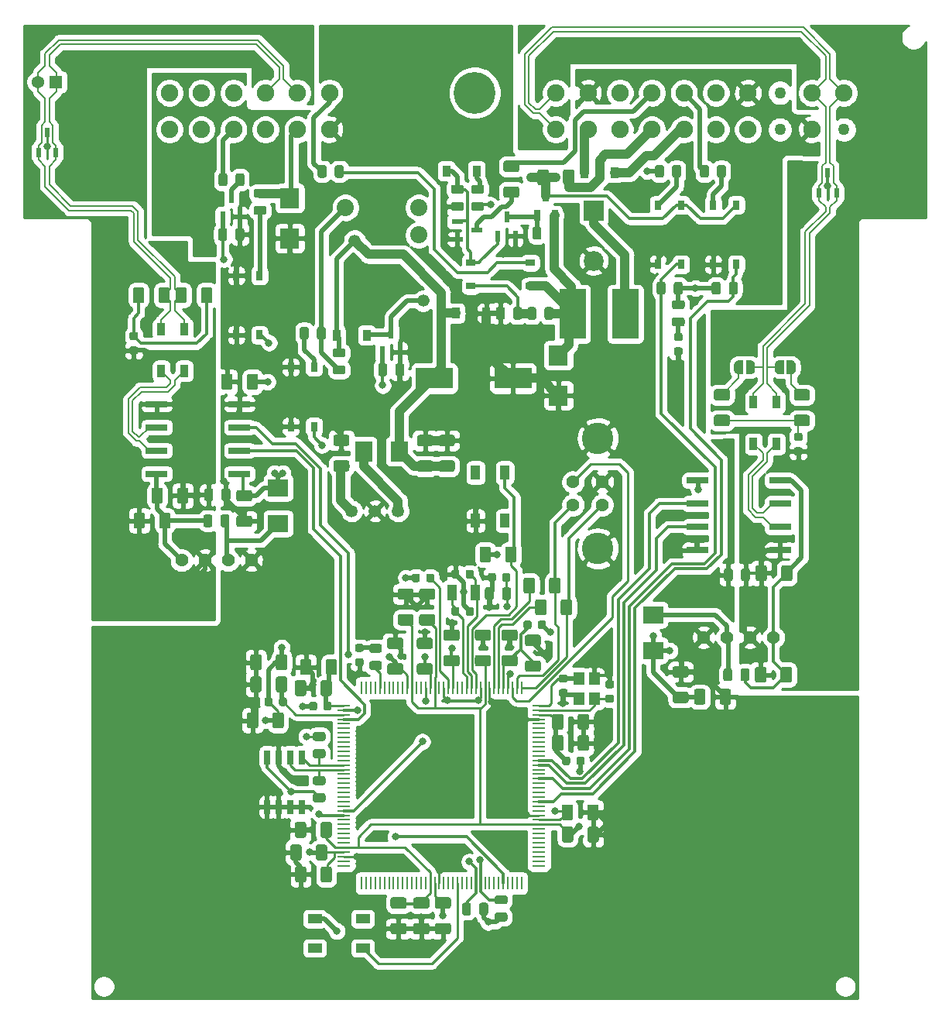
<source format=gtl>
G04 #@! TF.GenerationSoftware,KiCad,Pcbnew,(5.1.6-0-10_14)*
G04 #@! TF.CreationDate,2022-02-24T22:08:20+01:00*
G04 #@! TF.ProjectId,CHAdeMO_V2.0,43484164-654d-44f5-9f56-322e302e6b69,rev?*
G04 #@! TF.SameCoordinates,Original*
G04 #@! TF.FileFunction,Copper,L1,Top*
G04 #@! TF.FilePolarity,Positive*
%FSLAX46Y46*%
G04 Gerber Fmt 4.6, Leading zero omitted, Abs format (unit mm)*
G04 Created by KiCad (PCBNEW (5.1.6-0-10_14)) date 2022-02-24 22:08:20*
%MOMM*%
%LPD*%
G01*
G04 APERTURE LIST*
G04 #@! TA.AperFunction,SMDPad,CuDef*
%ADD10R,0.900000X1.200000*%
G04 #@! TD*
G04 #@! TA.AperFunction,ComponentPad*
%ADD11C,1.875000*%
G04 #@! TD*
G04 #@! TA.AperFunction,ComponentPad*
%ADD12C,1.333000*%
G04 #@! TD*
G04 #@! TA.AperFunction,SMDPad,CuDef*
%ADD13R,0.600000X1.050000*%
G04 #@! TD*
G04 #@! TA.AperFunction,SMDPad,CuDef*
%ADD14R,0.650000X1.200000*%
G04 #@! TD*
G04 #@! TA.AperFunction,SMDPad,CuDef*
%ADD15R,0.600000X1.300000*%
G04 #@! TD*
G04 #@! TA.AperFunction,SMDPad,CuDef*
%ADD16R,1.300000X0.600000*%
G04 #@! TD*
G04 #@! TA.AperFunction,SMDPad,CuDef*
%ADD17R,0.900000X1.350000*%
G04 #@! TD*
G04 #@! TA.AperFunction,SMDPad,CuDef*
%ADD18R,1.900000X2.200000*%
G04 #@! TD*
G04 #@! TA.AperFunction,SMDPad,CuDef*
%ADD19R,2.900000X5.450000*%
G04 #@! TD*
G04 #@! TA.AperFunction,SMDPad,CuDef*
%ADD20R,2.150000X2.200000*%
G04 #@! TD*
G04 #@! TA.AperFunction,SMDPad,CuDef*
%ADD21R,0.800000X1.000000*%
G04 #@! TD*
G04 #@! TA.AperFunction,SMDPad,CuDef*
%ADD22R,1.000000X0.800000*%
G04 #@! TD*
G04 #@! TA.AperFunction,SMDPad,CuDef*
%ADD23R,1.550000X1.000000*%
G04 #@! TD*
G04 #@! TA.AperFunction,SMDPad,CuDef*
%ADD24R,1.000000X1.550000*%
G04 #@! TD*
G04 #@! TA.AperFunction,SMDPad,CuDef*
%ADD25R,4.050000X2.300000*%
G04 #@! TD*
G04 #@! TA.AperFunction,ComponentPad*
%ADD26C,1.350000*%
G04 #@! TD*
G04 #@! TA.AperFunction,ComponentPad*
%ADD27C,4.575000*%
G04 #@! TD*
G04 #@! TA.AperFunction,ComponentPad*
%ADD28C,1.905000*%
G04 #@! TD*
G04 #@! TA.AperFunction,ComponentPad*
%ADD29C,1.270000*%
G04 #@! TD*
G04 #@! TA.AperFunction,ComponentPad*
%ADD30C,1.368000*%
G04 #@! TD*
G04 #@! TA.AperFunction,ComponentPad*
%ADD31R,1.368000X1.368000*%
G04 #@! TD*
G04 #@! TA.AperFunction,SMDPad,CuDef*
%ADD32C,0.100000*%
G04 #@! TD*
G04 #@! TA.AperFunction,SMDPad,CuDef*
%ADD33R,0.280000X1.470000*%
G04 #@! TD*
G04 #@! TA.AperFunction,SMDPad,CuDef*
%ADD34R,1.470000X0.280000*%
G04 #@! TD*
G04 #@! TA.AperFunction,SMDPad,CuDef*
%ADD35R,2.350000X0.700000*%
G04 #@! TD*
G04 #@! TA.AperFunction,ComponentPad*
%ADD36C,2.175000*%
G04 #@! TD*
G04 #@! TA.AperFunction,ComponentPad*
%ADD37R,2.175000X2.175000*%
G04 #@! TD*
G04 #@! TA.AperFunction,SMDPad,CuDef*
%ADD38R,1.000000X1.800000*%
G04 #@! TD*
G04 #@! TA.AperFunction,SMDPad,CuDef*
%ADD39R,0.650000X1.525000*%
G04 #@! TD*
G04 #@! TA.AperFunction,SMDPad,CuDef*
%ADD40R,2.200000X1.900000*%
G04 #@! TD*
G04 #@! TA.AperFunction,SMDPad,CuDef*
%ADD41R,1.200000X1.400000*%
G04 #@! TD*
G04 #@! TA.AperFunction,ComponentPad*
%ADD42C,1.430000*%
G04 #@! TD*
G04 #@! TA.AperFunction,ComponentPad*
%ADD43C,3.450000*%
G04 #@! TD*
G04 #@! TA.AperFunction,ComponentPad*
%ADD44C,1.431000*%
G04 #@! TD*
G04 #@! TA.AperFunction,ViaPad*
%ADD45C,0.800000*%
G04 #@! TD*
G04 #@! TA.AperFunction,Conductor*
%ADD46C,0.250000*%
G04 #@! TD*
G04 #@! TA.AperFunction,Conductor*
%ADD47C,0.300000*%
G04 #@! TD*
G04 #@! TA.AperFunction,Conductor*
%ADD48C,0.500000*%
G04 #@! TD*
G04 #@! TA.AperFunction,Conductor*
%ADD49C,1.000000*%
G04 #@! TD*
G04 #@! TA.AperFunction,Conductor*
%ADD50C,0.200000*%
G04 #@! TD*
G04 #@! TA.AperFunction,Conductor*
%ADD51C,0.254000*%
G04 #@! TD*
G04 APERTURE END LIST*
G04 #@! TO.P,LED2,2*
G04 #@! TO.N,Net-(LED2-Pad2)*
G04 #@! TA.AperFunction,SMDPad,CuDef*
G36*
G01*
X122531850Y-77120000D02*
X122019350Y-77120000D01*
G75*
G02*
X121800600Y-76901250I0J218750D01*
G01*
X121800600Y-76463750D01*
G75*
G02*
X122019350Y-76245000I218750J0D01*
G01*
X122531850Y-76245000D01*
G75*
G02*
X122750600Y-76463750I0J-218750D01*
G01*
X122750600Y-76901250D01*
G75*
G02*
X122531850Y-77120000I-218750J0D01*
G01*
G37*
G04 #@! TD.AperFunction*
G04 #@! TO.P,LED2,1*
G04 #@! TO.N,Earth*
G04 #@! TA.AperFunction,SMDPad,CuDef*
G36*
G01*
X122531850Y-78695000D02*
X122019350Y-78695000D01*
G75*
G02*
X121800600Y-78476250I0J218750D01*
G01*
X121800600Y-78038750D01*
G75*
G02*
X122019350Y-77820000I218750J0D01*
G01*
X122531850Y-77820000D01*
G75*
G02*
X122750600Y-78038750I0J-218750D01*
G01*
X122750600Y-78476250D01*
G75*
G02*
X122531850Y-78695000I-218750J0D01*
G01*
G37*
G04 #@! TD.AperFunction*
G04 #@! TD*
G04 #@! TO.P,LED1,2*
G04 #@! TO.N,Net-(LED1-Pad2)*
G04 #@! TA.AperFunction,SMDPad,CuDef*
G36*
G01*
X87644950Y-111102700D02*
X87132450Y-111102700D01*
G75*
G02*
X86913700Y-110883950I0J218750D01*
G01*
X86913700Y-110446450D01*
G75*
G02*
X87132450Y-110227700I218750J0D01*
G01*
X87644950Y-110227700D01*
G75*
G02*
X87863700Y-110446450I0J-218750D01*
G01*
X87863700Y-110883950D01*
G75*
G02*
X87644950Y-111102700I-218750J0D01*
G01*
G37*
G04 #@! TD.AperFunction*
G04 #@! TO.P,LED1,1*
G04 #@! TO.N,Earth*
G04 #@! TA.AperFunction,SMDPad,CuDef*
G36*
G01*
X87644950Y-112677700D02*
X87132450Y-112677700D01*
G75*
G02*
X86913700Y-112458950I0J218750D01*
G01*
X86913700Y-112021450D01*
G75*
G02*
X87132450Y-111802700I218750J0D01*
G01*
X87644950Y-111802700D01*
G75*
G02*
X87863700Y-112021450I0J-218750D01*
G01*
X87863700Y-112458950D01*
G75*
G02*
X87644950Y-112677700I-218750J0D01*
G01*
G37*
G04 #@! TD.AperFunction*
G04 #@! TD*
D10*
G04 #@! TO.P,D1,2*
G04 #@! TO.N,/Relay_CHAdeMO_contactors_GND*
X88187800Y-76476200D03*
G04 #@! TO.P,D1,1*
G04 #@! TO.N,+12V*
X84887800Y-76476200D03*
G04 #@! TD*
G04 #@! TO.P,D2,2*
G04 #@! TO.N,/CHAdeMO_contactors_GND*
X115315000Y-58699400D03*
G04 #@! TO.P,D2,1*
G04 #@! TO.N,/CHAdeMO-CHARGE-START1_IN1*
X112015000Y-58699400D03*
G04 #@! TD*
G04 #@! TO.P,D8,2*
G04 #@! TO.N,Net-(D8-Pad2)*
X100202000Y-58547000D03*
G04 #@! TO.P,D8,1*
G04 #@! TO.N,Net-(D8-Pad1)*
X96902000Y-58547000D03*
G04 #@! TD*
G04 #@! TO.P,D7,2*
G04 #@! TO.N,Earth*
X101268800Y-74079100D03*
G04 #@! TO.P,D7,1*
G04 #@! TO.N,+12V*
X97968800Y-74079100D03*
G04 #@! TD*
G04 #@! TO.P,R30,2*
G04 #@! TO.N,Net-(LED2-Pad2)*
G04 #@! TA.AperFunction,SMDPad,CuDef*
G36*
G01*
X121819350Y-74541800D02*
X122731850Y-74541800D01*
G75*
G02*
X122975600Y-74785550I0J-243750D01*
G01*
X122975600Y-75273050D01*
G75*
G02*
X122731850Y-75516800I-243750J0D01*
G01*
X121819350Y-75516800D01*
G75*
G02*
X121575600Y-75273050I0J243750D01*
G01*
X121575600Y-74785550D01*
G75*
G02*
X121819350Y-74541800I243750J0D01*
G01*
G37*
G04 #@! TD.AperFunction*
G04 #@! TO.P,R30,1*
G04 #@! TO.N,+3V3*
G04 #@! TA.AperFunction,SMDPad,CuDef*
G36*
G01*
X121819350Y-72666800D02*
X122731850Y-72666800D01*
G75*
G02*
X122975600Y-72910550I0J-243750D01*
G01*
X122975600Y-73398050D01*
G75*
G02*
X122731850Y-73641800I-243750J0D01*
G01*
X121819350Y-73641800D01*
G75*
G02*
X121575600Y-73398050I0J243750D01*
G01*
X121575600Y-72910550D01*
G75*
G02*
X121819350Y-72666800I243750J0D01*
G01*
G37*
G04 #@! TD.AperFunction*
G04 #@! TD*
G04 #@! TO.P,R23,2*
G04 #@! TO.N,Net-(R23-Pad2)*
G04 #@! TA.AperFunction,SMDPad,CuDef*
G36*
G01*
X106738000Y-73648250D02*
X106738000Y-74560750D01*
G75*
G02*
X106494250Y-74804500I-243750J0D01*
G01*
X106006750Y-74804500D01*
G75*
G02*
X105763000Y-74560750I0J243750D01*
G01*
X105763000Y-73648250D01*
G75*
G02*
X106006750Y-73404500I243750J0D01*
G01*
X106494250Y-73404500D01*
G75*
G02*
X106738000Y-73648250I0J-243750D01*
G01*
G37*
G04 #@! TD.AperFunction*
G04 #@! TO.P,R23,1*
G04 #@! TO.N,+12VA*
G04 #@! TA.AperFunction,SMDPad,CuDef*
G36*
G01*
X108613000Y-73648250D02*
X108613000Y-74560750D01*
G75*
G02*
X108369250Y-74804500I-243750J0D01*
G01*
X107881750Y-74804500D01*
G75*
G02*
X107638000Y-74560750I0J243750D01*
G01*
X107638000Y-73648250D01*
G75*
G02*
X107881750Y-73404500I243750J0D01*
G01*
X108369250Y-73404500D01*
G75*
G02*
X108613000Y-73648250I0J-243750D01*
G01*
G37*
G04 #@! TD.AperFunction*
G04 #@! TD*
G04 #@! TO.P,R24,2*
G04 #@! TO.N,/PROXIMITY-PRESENT*
G04 #@! TA.AperFunction,SMDPad,CuDef*
G36*
G01*
X107309500Y-64885250D02*
X107309500Y-65797750D01*
G75*
G02*
X107065750Y-66041500I-243750J0D01*
G01*
X106578250Y-66041500D01*
G75*
G02*
X106334500Y-65797750I0J243750D01*
G01*
X106334500Y-64885250D01*
G75*
G02*
X106578250Y-64641500I243750J0D01*
G01*
X107065750Y-64641500D01*
G75*
G02*
X107309500Y-64885250I0J-243750D01*
G01*
G37*
G04 #@! TD.AperFunction*
G04 #@! TO.P,R24,1*
G04 #@! TO.N,+12VA*
G04 #@! TA.AperFunction,SMDPad,CuDef*
G36*
G01*
X109184500Y-64885250D02*
X109184500Y-65797750D01*
G75*
G02*
X108940750Y-66041500I-243750J0D01*
G01*
X108453250Y-66041500D01*
G75*
G02*
X108209500Y-65797750I0J243750D01*
G01*
X108209500Y-64885250D01*
G75*
G02*
X108453250Y-64641500I243750J0D01*
G01*
X108940750Y-64641500D01*
G75*
G02*
X109184500Y-64885250I0J-243750D01*
G01*
G37*
G04 #@! TD.AperFunction*
G04 #@! TD*
G04 #@! TO.P,R29,2*
G04 #@! TO.N,Earth*
G04 #@! TA.AperFunction,SMDPad,CuDef*
G36*
G01*
X103309000Y-73648250D02*
X103309000Y-74560750D01*
G75*
G02*
X103065250Y-74804500I-243750J0D01*
G01*
X102577750Y-74804500D01*
G75*
G02*
X102334000Y-74560750I0J243750D01*
G01*
X102334000Y-73648250D01*
G75*
G02*
X102577750Y-73404500I243750J0D01*
G01*
X103065250Y-73404500D01*
G75*
G02*
X103309000Y-73648250I0J-243750D01*
G01*
G37*
G04 #@! TD.AperFunction*
G04 #@! TO.P,R29,1*
G04 #@! TO.N,Net-(R23-Pad2)*
G04 #@! TA.AperFunction,SMDPad,CuDef*
G36*
G01*
X105184000Y-73648250D02*
X105184000Y-74560750D01*
G75*
G02*
X104940250Y-74804500I-243750J0D01*
G01*
X104452750Y-74804500D01*
G75*
G02*
X104209000Y-74560750I0J243750D01*
G01*
X104209000Y-73648250D01*
G75*
G02*
X104452750Y-73404500I243750J0D01*
G01*
X104940250Y-73404500D01*
G75*
G02*
X105184000Y-73648250I0J-243750D01*
G01*
G37*
G04 #@! TD.AperFunction*
G04 #@! TD*
G04 #@! TO.P,R21,2*
G04 #@! TO.N,Net-(D8-Pad2)*
G04 #@! TA.AperFunction,SMDPad,CuDef*
G36*
G01*
X100786250Y-61018000D02*
X99873750Y-61018000D01*
G75*
G02*
X99630000Y-60774250I0J243750D01*
G01*
X99630000Y-60286750D01*
G75*
G02*
X99873750Y-60043000I243750J0D01*
G01*
X100786250Y-60043000D01*
G75*
G02*
X101030000Y-60286750I0J-243750D01*
G01*
X101030000Y-60774250D01*
G75*
G02*
X100786250Y-61018000I-243750J0D01*
G01*
G37*
G04 #@! TD.AperFunction*
G04 #@! TO.P,R21,1*
G04 #@! TO.N,+5V_USB*
G04 #@! TA.AperFunction,SMDPad,CuDef*
G36*
G01*
X100786250Y-62893000D02*
X99873750Y-62893000D01*
G75*
G02*
X99630000Y-62649250I0J243750D01*
G01*
X99630000Y-62161750D01*
G75*
G02*
X99873750Y-61918000I243750J0D01*
G01*
X100786250Y-61918000D01*
G75*
G02*
X101030000Y-62161750I0J-243750D01*
G01*
X101030000Y-62649250D01*
G75*
G02*
X100786250Y-62893000I-243750J0D01*
G01*
G37*
G04 #@! TD.AperFunction*
G04 #@! TD*
G04 #@! TO.P,R28,2*
G04 #@! TO.N,/CHAdeMO_contactor2-feedback_D11*
G04 #@! TA.AperFunction,SMDPad,CuDef*
G36*
G01*
X120883100Y-70892350D02*
X120883100Y-71804850D01*
G75*
G02*
X120639350Y-72048600I-243750J0D01*
G01*
X120151850Y-72048600D01*
G75*
G02*
X119908100Y-71804850I0J243750D01*
G01*
X119908100Y-70892350D01*
G75*
G02*
X120151850Y-70648600I243750J0D01*
G01*
X120639350Y-70648600D01*
G75*
G02*
X120883100Y-70892350I0J-243750D01*
G01*
G37*
G04 #@! TD.AperFunction*
G04 #@! TO.P,R28,1*
G04 #@! TO.N,+3V3*
G04 #@! TA.AperFunction,SMDPad,CuDef*
G36*
G01*
X122758100Y-70892350D02*
X122758100Y-71804850D01*
G75*
G02*
X122514350Y-72048600I-243750J0D01*
G01*
X122026850Y-72048600D01*
G75*
G02*
X121783100Y-71804850I0J243750D01*
G01*
X121783100Y-70892350D01*
G75*
G02*
X122026850Y-70648600I243750J0D01*
G01*
X122514350Y-70648600D01*
G75*
G02*
X122758100Y-70892350I0J-243750D01*
G01*
G37*
G04 #@! TD.AperFunction*
G04 #@! TD*
G04 #@! TO.P,R27,2*
G04 #@! TO.N,/CHAdeMO_contactor1-feedback_D27*
G04 #@! TA.AperFunction,SMDPad,CuDef*
G36*
G01*
X127805600Y-71804850D02*
X127805600Y-70892350D01*
G75*
G02*
X128049350Y-70648600I243750J0D01*
G01*
X128536850Y-70648600D01*
G75*
G02*
X128780600Y-70892350I0J-243750D01*
G01*
X128780600Y-71804850D01*
G75*
G02*
X128536850Y-72048600I-243750J0D01*
G01*
X128049350Y-72048600D01*
G75*
G02*
X127805600Y-71804850I0J243750D01*
G01*
G37*
G04 #@! TD.AperFunction*
G04 #@! TO.P,R27,1*
G04 #@! TO.N,+3V3*
G04 #@! TA.AperFunction,SMDPad,CuDef*
G36*
G01*
X125930600Y-71804850D02*
X125930600Y-70892350D01*
G75*
G02*
X126174350Y-70648600I243750J0D01*
G01*
X126661850Y-70648600D01*
G75*
G02*
X126905600Y-70892350I0J-243750D01*
G01*
X126905600Y-71804850D01*
G75*
G02*
X126661850Y-72048600I-243750J0D01*
G01*
X126174350Y-72048600D01*
G75*
G02*
X125930600Y-71804850I0J243750D01*
G01*
G37*
G04 #@! TD.AperFunction*
G04 #@! TD*
G04 #@! TO.P,R19,2*
G04 #@! TO.N,Earth*
G04 #@! TA.AperFunction,SMDPad,CuDef*
G36*
G01*
X91331200Y-80720250D02*
X91331200Y-79807750D01*
G75*
G02*
X91574950Y-79564000I243750J0D01*
G01*
X92062450Y-79564000D01*
G75*
G02*
X92306200Y-79807750I0J-243750D01*
G01*
X92306200Y-80720250D01*
G75*
G02*
X92062450Y-80964000I-243750J0D01*
G01*
X91574950Y-80964000D01*
G75*
G02*
X91331200Y-80720250I0J243750D01*
G01*
G37*
G04 #@! TD.AperFunction*
G04 #@! TO.P,R19,1*
G04 #@! TO.N,/relay-CHAdeMO-contactors-signal_D49*
G04 #@! TA.AperFunction,SMDPad,CuDef*
G36*
G01*
X89456200Y-80720250D02*
X89456200Y-79807750D01*
G75*
G02*
X89699950Y-79564000I243750J0D01*
G01*
X90187450Y-79564000D01*
G75*
G02*
X90431200Y-79807750I0J-243750D01*
G01*
X90431200Y-80720250D01*
G75*
G02*
X90187450Y-80964000I-243750J0D01*
G01*
X89699950Y-80964000D01*
G75*
G02*
X89456200Y-80720250I0J243750D01*
G01*
G37*
G04 #@! TD.AperFunction*
G04 #@! TD*
G04 #@! TO.P,R9,2*
G04 #@! TO.N,Earth*
G04 #@! TA.AperFunction,SMDPad,CuDef*
G36*
G01*
X73830600Y-65937450D02*
X73830600Y-65024950D01*
G75*
G02*
X74074350Y-64781200I243750J0D01*
G01*
X74561850Y-64781200D01*
G75*
G02*
X74805600Y-65024950I0J-243750D01*
G01*
X74805600Y-65937450D01*
G75*
G02*
X74561850Y-66181200I-243750J0D01*
G01*
X74074350Y-66181200D01*
G75*
G02*
X73830600Y-65937450I0J243750D01*
G01*
G37*
G04 #@! TD.AperFunction*
G04 #@! TO.P,R9,1*
G04 #@! TO.N,/CHAdeMO-charge-enable-signal_D48*
G04 #@! TA.AperFunction,SMDPad,CuDef*
G36*
G01*
X71955600Y-65937450D02*
X71955600Y-65024950D01*
G75*
G02*
X72199350Y-64781200I243750J0D01*
G01*
X72686850Y-64781200D01*
G75*
G02*
X72930600Y-65024950I0J-243750D01*
G01*
X72930600Y-65937450D01*
G75*
G02*
X72686850Y-66181200I-243750J0D01*
G01*
X72199350Y-66181200D01*
G75*
G02*
X71955600Y-65937450I0J243750D01*
G01*
G37*
G04 #@! TD.AperFunction*
G04 #@! TD*
G04 #@! TO.P,R22,2*
G04 #@! TO.N,Earth*
G04 #@! TA.AperFunction,SMDPad,CuDef*
G36*
G01*
X97663950Y-61918000D02*
X98576450Y-61918000D01*
G75*
G02*
X98820200Y-62161750I0J-243750D01*
G01*
X98820200Y-62649250D01*
G75*
G02*
X98576450Y-62893000I-243750J0D01*
G01*
X97663950Y-62893000D01*
G75*
G02*
X97420200Y-62649250I0J243750D01*
G01*
X97420200Y-62161750D01*
G75*
G02*
X97663950Y-61918000I243750J0D01*
G01*
G37*
G04 #@! TD.AperFunction*
G04 #@! TO.P,R22,1*
G04 #@! TO.N,Net-(D8-Pad1)*
G04 #@! TA.AperFunction,SMDPad,CuDef*
G36*
G01*
X97663950Y-60043000D02*
X98576450Y-60043000D01*
G75*
G02*
X98820200Y-60286750I0J-243750D01*
G01*
X98820200Y-60774250D01*
G75*
G02*
X98576450Y-61018000I-243750J0D01*
G01*
X97663950Y-61018000D01*
G75*
G02*
X97420200Y-60774250I0J243750D01*
G01*
X97420200Y-60286750D01*
G75*
G02*
X97663950Y-60043000I243750J0D01*
G01*
G37*
G04 #@! TD.AperFunction*
G04 #@! TD*
G04 #@! TO.P,R18,2*
G04 #@! TO.N,/CHAdeMO-charge-start2_3.3Vsignal_IN2_D7*
G04 #@! TA.AperFunction,SMDPad,CuDef*
G36*
G01*
X99600600Y-138761150D02*
X99600600Y-139673650D01*
G75*
G02*
X99356850Y-139917400I-243750J0D01*
G01*
X98869350Y-139917400D01*
G75*
G02*
X98625600Y-139673650I0J243750D01*
G01*
X98625600Y-138761150D01*
G75*
G02*
X98869350Y-138517400I243750J0D01*
G01*
X99356850Y-138517400D01*
G75*
G02*
X99600600Y-138761150I0J-243750D01*
G01*
G37*
G04 #@! TD.AperFunction*
G04 #@! TO.P,R18,1*
G04 #@! TO.N,+3V3*
G04 #@! TA.AperFunction,SMDPad,CuDef*
G36*
G01*
X101475600Y-138761150D02*
X101475600Y-139673650D01*
G75*
G02*
X101231850Y-139917400I-243750J0D01*
G01*
X100744350Y-139917400D01*
G75*
G02*
X100500600Y-139673650I0J243750D01*
G01*
X100500600Y-138761150D01*
G75*
G02*
X100744350Y-138517400I243750J0D01*
G01*
X101231850Y-138517400D01*
G75*
G02*
X101475600Y-138761150I0J-243750D01*
G01*
G37*
G04 #@! TD.AperFunction*
G04 #@! TD*
G04 #@! TO.P,R17,2*
G04 #@! TO.N,/CHAdeMO-charge-start1_3.3Vsignal_IN1_D6*
G04 #@! TA.AperFunction,SMDPad,CuDef*
G36*
G01*
X103351650Y-138691200D02*
X102439150Y-138691200D01*
G75*
G02*
X102195400Y-138447450I0J243750D01*
G01*
X102195400Y-137959950D01*
G75*
G02*
X102439150Y-137716200I243750J0D01*
G01*
X103351650Y-137716200D01*
G75*
G02*
X103595400Y-137959950I0J-243750D01*
G01*
X103595400Y-138447450D01*
G75*
G02*
X103351650Y-138691200I-243750J0D01*
G01*
G37*
G04 #@! TD.AperFunction*
G04 #@! TO.P,R17,1*
G04 #@! TO.N,+3V3*
G04 #@! TA.AperFunction,SMDPad,CuDef*
G36*
G01*
X103351650Y-140566200D02*
X102439150Y-140566200D01*
G75*
G02*
X102195400Y-140322450I0J243750D01*
G01*
X102195400Y-139834950D01*
G75*
G02*
X102439150Y-139591200I243750J0D01*
G01*
X103351650Y-139591200D01*
G75*
G02*
X103595400Y-139834950I0J-243750D01*
G01*
X103595400Y-140322450D01*
G75*
G02*
X103351650Y-140566200I-243750J0D01*
G01*
G37*
G04 #@! TD.AperFunction*
G04 #@! TD*
D11*
G04 #@! TO.P,K1,5*
G04 #@! TO.N,/CHAdeMO_contactors_GND*
X93868000Y-65541600D03*
G04 #@! TO.P,K1,4*
G04 #@! TO.N,/CHAdeMO-CHARGE-START2_IN2*
X85868000Y-62541600D03*
G04 #@! TO.P,K1,3*
G04 #@! TO.N,Net-(K1-Pad3)*
X93868000Y-62541600D03*
D12*
G04 #@! TO.P,K1,2*
G04 #@! TO.N,/Relay_CHAdeMO_contactors_GND*
X94368000Y-72741600D03*
G04 #@! TO.P,K1,1*
G04 #@! TO.N,+12V*
X86868000Y-66141600D03*
G04 #@! TD*
D13*
G04 #@! TO.P,D5,3*
G04 #@! TO.N,GND_CAN1*
X53247600Y-54322800D03*
G04 #@! TO.P,D5,2*
G04 #@! TO.N,/CAN1_N*
X54197600Y-56522800D03*
G04 #@! TO.P,D5,1*
G04 #@! TO.N,/CAN1_P*
X52297600Y-56522800D03*
G04 #@! TD*
G04 #@! TO.P,D4,3*
G04 #@! TO.N,GND_CAN0*
X138633200Y-58767800D03*
G04 #@! TO.P,D4,2*
G04 #@! TO.N,/CAN0_P*
X139583200Y-60967800D03*
G04 #@! TO.P,D4,1*
G04 #@! TO.N,/CAN0_N*
X137683200Y-60967800D03*
G04 #@! TD*
D14*
G04 #@! TO.P,Q5,3*
G04 #@! TO.N,+12V*
X107797600Y-61307000D03*
G04 #@! TO.P,Q5,2*
G04 #@! TO.N,+12VA*
X108757600Y-63407000D03*
G04 #@! TO.P,Q5,1*
G04 #@! TO.N,/PROXIMITY-PRESENT*
X106837600Y-63407000D03*
G04 #@! TD*
D15*
G04 #@! TO.P,Q3,3*
G04 #@! TO.N,/PROXIMITY-PRESENT*
X103505000Y-63567600D03*
G04 #@! TO.P,Q3,2*
G04 #@! TO.N,Earth*
X104455000Y-65667600D03*
G04 #@! TO.P,Q3,1*
G04 #@! TO.N,Net-(D8-Pad1)*
X102555000Y-65667600D03*
G04 #@! TD*
D16*
G04 #@! TO.P,Q4,3*
G04 #@! TO.N,Net-(F3-Pad1)*
X100211600Y-65024000D03*
G04 #@! TO.P,Q4,2*
G04 #@! TO.N,Earth*
X98111600Y-65974000D03*
G04 #@! TO.P,Q4,1*
G04 #@! TO.N,Net-(D8-Pad1)*
X98111600Y-64074000D03*
G04 #@! TD*
D15*
G04 #@! TO.P,Q2,3*
G04 #@! TO.N,/Relay_CHAdeMO_contactors_GND*
X90881200Y-76226200D03*
G04 #@! TO.P,Q2,2*
G04 #@! TO.N,Earth*
X91831200Y-78326200D03*
G04 #@! TO.P,Q2,1*
G04 #@! TO.N,/relay-CHAdeMO-contactors-signal_D49*
X89931200Y-78326200D03*
G04 #@! TD*
G04 #@! TO.P,Q1,3*
G04 #@! TO.N,Net-(Q1-Pad3)*
X73380600Y-61434000D03*
G04 #@! TO.P,Q1,2*
G04 #@! TO.N,Earth*
X74330600Y-63534000D03*
G04 #@! TO.P,Q1,1*
G04 #@! TO.N,/CHAdeMO-charge-enable-signal_D48*
X72430600Y-63534000D03*
G04 #@! TD*
D17*
G04 #@! TO.P,L6,4*
G04 #@! TO.N,/CAN0_N*
X130499800Y-83831000D03*
G04 #@! TO.P,L6,3*
G04 #@! TO.N,/CAN0_P*
X132999800Y-83831000D03*
G04 #@! TO.P,L6,2*
G04 #@! TO.N,/NCCAN0_P*
X132999800Y-88381000D03*
G04 #@! TO.P,L6,1*
G04 #@! TO.N,/NCCAN0_N*
X130499800Y-88381000D03*
G04 #@! TD*
G04 #@! TO.P,L5,4*
G04 #@! TO.N,/CAN1_P*
X65724600Y-75847000D03*
G04 #@! TO.P,L5,3*
G04 #@! TO.N,/CAN1_N*
X68224600Y-75847000D03*
G04 #@! TO.P,L5,2*
G04 #@! TO.N,/NCCAN1_N*
X68224600Y-80397000D03*
G04 #@! TO.P,L5,1*
G04 #@! TO.N,/NCCAN1_P*
X65724600Y-80397000D03*
G04 #@! TD*
D18*
G04 #@! TO.P,L9,2*
G04 #@! TO.N,Net-(L9-Pad2)*
X87839000Y-89179400D03*
G04 #@! TO.P,L9,1*
G04 #@! TO.N,+12V*
X91739000Y-89179400D03*
G04 #@! TD*
G04 #@! TO.P,F2,2*
G04 #@! TO.N,+12V*
G04 #@! TA.AperFunction,SMDPad,CuDef*
G36*
G01*
X108127500Y-58607800D02*
X108127500Y-59857800D01*
G75*
G02*
X107877500Y-60107800I-250000J0D01*
G01*
X107127500Y-60107800D01*
G75*
G02*
X106877500Y-59857800I0J250000D01*
G01*
X106877500Y-58607800D01*
G75*
G02*
X107127500Y-58357800I250000J0D01*
G01*
X107877500Y-58357800D01*
G75*
G02*
X108127500Y-58607800I0J-250000D01*
G01*
G37*
G04 #@! TD.AperFunction*
G04 #@! TO.P,F2,1*
G04 #@! TO.N,Net-(F2-Pad1)*
G04 #@! TA.AperFunction,SMDPad,CuDef*
G36*
G01*
X110927500Y-58607800D02*
X110927500Y-59857800D01*
G75*
G02*
X110677500Y-60107800I-250000J0D01*
G01*
X109927500Y-60107800D01*
G75*
G02*
X109677500Y-59857800I0J250000D01*
G01*
X109677500Y-58607800D01*
G75*
G02*
X109927500Y-58357800I250000J0D01*
G01*
X110677500Y-58357800D01*
G75*
G02*
X110927500Y-58607800I0J-250000D01*
G01*
G37*
G04 #@! TD.AperFunction*
G04 #@! TD*
G04 #@! TO.P,F3,2*
G04 #@! TO.N,/ACTIVE-LOW-WAKEUP*
G04 #@! TA.AperFunction,SMDPad,CuDef*
G36*
G01*
X104638000Y-58661000D02*
X103388000Y-58661000D01*
G75*
G02*
X103138000Y-58411000I0J250000D01*
G01*
X103138000Y-57661000D01*
G75*
G02*
X103388000Y-57411000I250000J0D01*
G01*
X104638000Y-57411000D01*
G75*
G02*
X104888000Y-57661000I0J-250000D01*
G01*
X104888000Y-58411000D01*
G75*
G02*
X104638000Y-58661000I-250000J0D01*
G01*
G37*
G04 #@! TD.AperFunction*
G04 #@! TO.P,F3,1*
G04 #@! TO.N,Net-(F3-Pad1)*
G04 #@! TA.AperFunction,SMDPad,CuDef*
G36*
G01*
X104638000Y-61461000D02*
X103388000Y-61461000D01*
G75*
G02*
X103138000Y-61211000I0J250000D01*
G01*
X103138000Y-60461000D01*
G75*
G02*
X103388000Y-60211000I250000J0D01*
G01*
X104638000Y-60211000D01*
G75*
G02*
X104888000Y-60461000I0J-250000D01*
G01*
X104888000Y-61211000D01*
G75*
G02*
X104638000Y-61461000I-250000J0D01*
G01*
G37*
G04 #@! TD.AperFunction*
G04 #@! TD*
D19*
G04 #@! TO.P,F1,2*
G04 #@! TO.N,+12VA*
X110711500Y-74168000D03*
G04 #@! TO.P,F1,1*
G04 #@! TO.N,/CAR-12V_always-on*
X116491500Y-74168000D03*
G04 #@! TD*
D20*
G04 #@! TO.P,D6,2*
G04 #@! TO.N,Earth*
X109169200Y-83073600D03*
G04 #@! TO.P,D6,1*
G04 #@! TO.N,+12VA*
X109169200Y-78673600D03*
G04 #@! TD*
G04 #@! TO.P,D3,2*
G04 #@! TO.N,Earth*
X79781400Y-65896600D03*
G04 #@! TO.P,D3,1*
G04 #@! TO.N,/CHAdeMO-CHARGE-START1_IN1*
X79781400Y-61496600D03*
G04 #@! TD*
D21*
G04 #@! TO.P,U7,4*
G04 #@! TO.N,/CHAdeMO_contactor2-feedback_D11*
X122603100Y-68744200D03*
G04 #@! TO.P,U7,3*
G04 #@! TO.N,Earth*
X120063100Y-68744200D03*
G04 #@! TO.P,U7,2*
G04 #@! TO.N,Net-(R26-Pad1)*
X120063100Y-62244200D03*
G04 #@! TO.P,U7,1*
G04 #@! TO.N,+12V*
X122603100Y-62244200D03*
G04 #@! TD*
G04 #@! TO.P,U6,4*
G04 #@! TO.N,/CHAdeMO_contactor1-feedback_D27*
X128625600Y-68744200D03*
G04 #@! TO.P,U6,3*
G04 #@! TO.N,Earth*
X126085600Y-68744200D03*
G04 #@! TO.P,U6,2*
G04 #@! TO.N,Net-(R25-Pad1)*
X126085600Y-62244200D03*
G04 #@! TO.P,U6,1*
G04 #@! TO.N,+12V*
X128625600Y-62244200D03*
G04 #@! TD*
D22*
G04 #@! TO.P,U5,4*
G04 #@! TO.N,Net-(R23-Pad2)*
X99594300Y-71120000D03*
G04 #@! TO.P,U5,3*
G04 #@! TO.N,Net-(D8-Pad1)*
X99594300Y-68580000D03*
G04 #@! TO.P,U5,2*
G04 #@! TO.N,Net-(R20-Pad1)*
X106094300Y-68580000D03*
G04 #@! TO.P,U5,1*
G04 #@! TO.N,+12VA*
X106094300Y-71120000D03*
G04 #@! TD*
D21*
G04 #@! TO.P,U4,4*
G04 #@! TO.N,/CHAdeMO-charge-start2_3.3Vsignal_IN2_D7*
X82423000Y-86473400D03*
G04 #@! TO.P,U4,3*
G04 #@! TO.N,Earth*
X79883000Y-86473400D03*
G04 #@! TO.P,U4,2*
X79883000Y-79973400D03*
G04 #@! TO.P,U4,1*
G04 #@! TO.N,Net-(R16-Pad1)*
X82423000Y-79973400D03*
G04 #@! TD*
G04 #@! TO.P,U3,4*
G04 #@! TO.N,/CHAdeMO-charge-start1_3.3Vsignal_IN1_D6*
X76479400Y-76465800D03*
G04 #@! TO.P,U3,3*
G04 #@! TO.N,Earth*
X73939400Y-76465800D03*
G04 #@! TO.P,U3,2*
X73939400Y-69965800D03*
G04 #@! TO.P,U3,1*
G04 #@! TO.N,Net-(R15-Pad1)*
X76479400Y-69965800D03*
G04 #@! TD*
D23*
G04 #@! TO.P,S2,4*
G04 #@! TO.N,Net-(S2-Pad4)*
X87765800Y-143484400D03*
G04 #@! TO.P,S2,3*
G04 #@! TO.N,Net-(S2-Pad3)*
X82515800Y-143484400D03*
G04 #@! TO.P,S2,2*
G04 #@! TO.N,Net-(S2-Pad2)*
X87765800Y-140284400D03*
G04 #@! TO.P,S2,1*
G04 #@! TO.N,+3V3*
X82515800Y-140284400D03*
G04 #@! TD*
D24*
G04 #@! TO.P,S1,4*
G04 #@! TO.N,/MASTER-RESET*
X103301600Y-91507400D03*
G04 #@! TO.P,S1,3*
G04 #@! TO.N,Net-(S1-Pad3)*
X103301600Y-96757400D03*
G04 #@! TO.P,S1,2*
G04 #@! TO.N,Net-(S1-Pad2)*
X100101600Y-91507400D03*
G04 #@! TO.P,S1,1*
G04 #@! TO.N,Earth*
X100101600Y-96757400D03*
G04 #@! TD*
D25*
G04 #@! TO.P,C44,2*
G04 #@! TO.N,Earth*
X104198200Y-81203800D03*
G04 #@! TO.P,C44,1*
G04 #@! TO.N,+12V*
X95598200Y-81203800D03*
G04 #@! TD*
D26*
G04 #@! TO.P,PS3,3*
G04 #@! TO.N,+3V3*
X86563200Y-95707200D03*
G04 #@! TO.P,PS3,2*
G04 #@! TO.N,Earth*
X89103200Y-95707200D03*
G04 #@! TO.P,PS3,1*
G04 #@! TO.N,Net-(L9-Pad2)*
X91643200Y-95707200D03*
G04 #@! TD*
D27*
G04 #@! TO.P,J2,MH1*
G04 #@! TO.N,Net-(J2-PadMH1)*
X100000000Y-50000000D03*
D28*
G04 #@! TO.P,J2,A20*
G04 #@! TO.N,/CAN0_N*
X108890000Y-50000000D03*
G04 #@! TO.P,J2,A19*
G04 #@! TO.N,Earth*
X112390000Y-50000000D03*
G04 #@! TO.P,J2,A18*
G04 #@! TO.N,/CHAdeMO_contactor2-feedbackIN*
X115890000Y-50000000D03*
G04 #@! TO.P,J2,A17*
G04 #@! TO.N,/ACTIVE-LOW-WAKEUP*
X119390000Y-50000000D03*
G04 #@! TO.P,J2,A16*
G04 #@! TO.N,/CHAdeMO_contactor1-feedbackIN*
X122890000Y-50000000D03*
G04 #@! TO.P,J2,A15*
G04 #@! TO.N,+5V_USB*
X126390000Y-50000000D03*
G04 #@! TO.P,J2,A14*
G04 #@! TO.N,Earth*
X129890000Y-50000000D03*
D29*
G04 #@! TO.P,J2,A13*
G04 #@! TO.N,Net-(J2-PadA13)*
X133390000Y-50000000D03*
D28*
G04 #@! TO.P,J2,A12*
G04 #@! TO.N,/CAN0_N*
X136890000Y-50000000D03*
G04 #@! TO.P,J2,A11*
G04 #@! TO.N,/CAN0_P*
X140390000Y-50000000D03*
G04 #@! TO.P,J2,A10*
X108890000Y-54000000D03*
G04 #@! TO.P,J2,A9*
G04 #@! TO.N,/CHAdeMO-CHARGE-START1_IN1*
X112390000Y-54000000D03*
G04 #@! TO.P,J2,A8*
G04 #@! TO.N,/CAR-12V_always-on*
X115890000Y-54000000D03*
G04 #@! TO.P,J2,A7*
G04 #@! TO.N,Net-(F2-Pad1)*
X119390000Y-54000000D03*
G04 #@! TO.P,J2,A6*
G04 #@! TO.N,/CHAdeMO_contactors_GND*
X122890000Y-54000000D03*
G04 #@! TO.P,J2,A5*
G04 #@! TO.N,/USB_D+*
X126390000Y-54000000D03*
G04 #@! TO.P,J2,A4*
G04 #@! TO.N,/USB_D-*
X129890000Y-54000000D03*
D29*
G04 #@! TO.P,J2,A3*
G04 #@! TO.N,Net-(J2-PadA3)*
X133390000Y-54000000D03*
D28*
G04 #@! TO.P,J2,A2*
G04 #@! TO.N,Earth*
X136890000Y-54000000D03*
D29*
G04 #@! TO.P,J2,A1*
G04 #@! TO.N,Net-(J2-PadA1)*
X140390000Y-54000000D03*
D28*
G04 #@! TO.P,J2,B12*
G04 #@! TO.N,Net-(J2-PadB12)*
X66620000Y-50000000D03*
G04 #@! TO.P,J2,B11*
G04 #@! TO.N,Net-(J2-PadB11)*
X70120000Y-50000000D03*
G04 #@! TO.P,J2,B10*
G04 #@! TO.N,/CHAdeMO-CHARGE-START2_IN2*
X73620000Y-50000000D03*
G04 #@! TO.P,J2,B9*
G04 #@! TO.N,/CAN1_N*
X77120000Y-50000000D03*
G04 #@! TO.P,J2,B8*
G04 #@! TO.N,/CAN1_P*
X80620000Y-50000000D03*
G04 #@! TO.P,J2,B7*
G04 #@! TO.N,/CHAdeMO_PROXIMITY*
X84120000Y-50000000D03*
G04 #@! TO.P,J2,B6*
G04 #@! TO.N,Net-(J2-PadB6)*
X66620000Y-54000000D03*
G04 #@! TO.P,J2,B5*
G04 #@! TO.N,Net-(J2-PadB5)*
X70120000Y-54000000D03*
G04 #@! TO.P,J2,B4*
G04 #@! TO.N,/CHAdeMO_charge_enable*
X73620000Y-54000000D03*
G04 #@! TO.P,J2,B3*
G04 #@! TO.N,Net-(J2-PadB3)*
X77120000Y-54000000D03*
G04 #@! TO.P,J2,B2*
G04 #@! TO.N,/CHAdeMO-CHARGE-START1_IN1*
X80620000Y-54000000D03*
G04 #@! TO.P,J2,B1*
G04 #@! TO.N,Earth*
X84120000Y-54000000D03*
G04 #@! TD*
D30*
G04 #@! TO.P,J4,2*
G04 #@! TO.N,/CAN1_P*
X52213000Y-48810000D03*
D31*
G04 #@! TO.P,J4,1*
G04 #@! TO.N,/CAN1_N*
X54213000Y-48810000D03*
G04 #@! TD*
G04 #@! TO.P,R13,2*
G04 #@! TO.N,Net-(JP2-Pad1)*
G04 #@! TA.AperFunction,SMDPad,CuDef*
G36*
G01*
X136413400Y-83636000D02*
X135163400Y-83636000D01*
G75*
G02*
X134913400Y-83386000I0J250000D01*
G01*
X134913400Y-82636000D01*
G75*
G02*
X135163400Y-82386000I250000J0D01*
G01*
X136413400Y-82386000D01*
G75*
G02*
X136663400Y-82636000I0J-250000D01*
G01*
X136663400Y-83386000D01*
G75*
G02*
X136413400Y-83636000I-250000J0D01*
G01*
G37*
G04 #@! TD.AperFunction*
G04 #@! TO.P,R13,1*
G04 #@! TO.N,Net-(C35-Pad1)*
G04 #@! TA.AperFunction,SMDPad,CuDef*
G36*
G01*
X136413400Y-86436000D02*
X135163400Y-86436000D01*
G75*
G02*
X134913400Y-86186000I0J250000D01*
G01*
X134913400Y-85436000D01*
G75*
G02*
X135163400Y-85186000I250000J0D01*
G01*
X136413400Y-85186000D01*
G75*
G02*
X136663400Y-85436000I0J-250000D01*
G01*
X136663400Y-86186000D01*
G75*
G02*
X136413400Y-86436000I-250000J0D01*
G01*
G37*
G04 #@! TD.AperFunction*
G04 #@! TD*
G04 #@! TO.P,R12,2*
G04 #@! TO.N,Net-(C35-Pad1)*
G04 #@! TA.AperFunction,SMDPad,CuDef*
G36*
G01*
X126425800Y-85186000D02*
X127675800Y-85186000D01*
G75*
G02*
X127925800Y-85436000I0J-250000D01*
G01*
X127925800Y-86186000D01*
G75*
G02*
X127675800Y-86436000I-250000J0D01*
G01*
X126425800Y-86436000D01*
G75*
G02*
X126175800Y-86186000I0J250000D01*
G01*
X126175800Y-85436000D01*
G75*
G02*
X126425800Y-85186000I250000J0D01*
G01*
G37*
G04 #@! TD.AperFunction*
G04 #@! TO.P,R12,1*
G04 #@! TO.N,Net-(JP1-Pad2)*
G04 #@! TA.AperFunction,SMDPad,CuDef*
G36*
G01*
X126425800Y-82386000D02*
X127675800Y-82386000D01*
G75*
G02*
X127925800Y-82636000I0J-250000D01*
G01*
X127925800Y-83386000D01*
G75*
G02*
X127675800Y-83636000I-250000J0D01*
G01*
X126425800Y-83636000D01*
G75*
G02*
X126175800Y-83386000I0J250000D01*
G01*
X126175800Y-82636000D01*
G75*
G02*
X126425800Y-82386000I250000J0D01*
G01*
G37*
G04 #@! TD.AperFunction*
G04 #@! TD*
G04 #@! TA.AperFunction,SMDPad,CuDef*
D32*
G04 #@! TO.P,JP2,2*
G04 #@! TO.N,/CAN0_P*
G36*
X133324800Y-80733998D02*
G01*
X133300266Y-80733998D01*
X133251435Y-80729188D01*
X133203310Y-80719616D01*
X133156355Y-80705372D01*
X133111022Y-80686595D01*
X133067749Y-80663464D01*
X133026950Y-80636204D01*
X132989021Y-80605076D01*
X132954324Y-80570379D01*
X132923196Y-80532450D01*
X132895936Y-80491651D01*
X132872805Y-80448378D01*
X132854028Y-80403045D01*
X132839784Y-80356090D01*
X132830212Y-80307965D01*
X132825402Y-80259134D01*
X132825402Y-80234600D01*
X132824800Y-80234600D01*
X132824800Y-79734600D01*
X132825402Y-79734600D01*
X132825402Y-79710066D01*
X132830212Y-79661235D01*
X132839784Y-79613110D01*
X132854028Y-79566155D01*
X132872805Y-79520822D01*
X132895936Y-79477549D01*
X132923196Y-79436750D01*
X132954324Y-79398821D01*
X132989021Y-79364124D01*
X133026950Y-79332996D01*
X133067749Y-79305736D01*
X133111022Y-79282605D01*
X133156355Y-79263828D01*
X133203310Y-79249584D01*
X133251435Y-79240012D01*
X133300266Y-79235202D01*
X133324800Y-79235202D01*
X133324800Y-79234600D01*
X133824800Y-79234600D01*
X133824800Y-80734600D01*
X133324800Y-80734600D01*
X133324800Y-80733998D01*
G37*
G04 #@! TD.AperFunction*
G04 #@! TA.AperFunction,SMDPad,CuDef*
G04 #@! TO.P,JP2,1*
G04 #@! TO.N,Net-(JP2-Pad1)*
G36*
X134124800Y-79234600D02*
G01*
X134624800Y-79234600D01*
X134624800Y-79235202D01*
X134649334Y-79235202D01*
X134698165Y-79240012D01*
X134746290Y-79249584D01*
X134793245Y-79263828D01*
X134838578Y-79282605D01*
X134881851Y-79305736D01*
X134922650Y-79332996D01*
X134960579Y-79364124D01*
X134995276Y-79398821D01*
X135026404Y-79436750D01*
X135053664Y-79477549D01*
X135076795Y-79520822D01*
X135095572Y-79566155D01*
X135109816Y-79613110D01*
X135119388Y-79661235D01*
X135124198Y-79710066D01*
X135124198Y-79734600D01*
X135124800Y-79734600D01*
X135124800Y-80234600D01*
X135124198Y-80234600D01*
X135124198Y-80259134D01*
X135119388Y-80307965D01*
X135109816Y-80356090D01*
X135095572Y-80403045D01*
X135076795Y-80448378D01*
X135053664Y-80491651D01*
X135026404Y-80532450D01*
X134995276Y-80570379D01*
X134960579Y-80605076D01*
X134922650Y-80636204D01*
X134881851Y-80663464D01*
X134838578Y-80686595D01*
X134793245Y-80705372D01*
X134746290Y-80719616D01*
X134698165Y-80729188D01*
X134649334Y-80733998D01*
X134624800Y-80733998D01*
X134624800Y-80734600D01*
X134124800Y-80734600D01*
X134124800Y-79234600D01*
G37*
G04 #@! TD.AperFunction*
G04 #@! TD*
G04 #@! TO.P,C35,2*
G04 #@! TO.N,GND_CAN0*
G04 #@! TA.AperFunction,SMDPad,CuDef*
G36*
G01*
X135142150Y-88742000D02*
X135654650Y-88742000D01*
G75*
G02*
X135873400Y-88960750I0J-218750D01*
G01*
X135873400Y-89398250D01*
G75*
G02*
X135654650Y-89617000I-218750J0D01*
G01*
X135142150Y-89617000D01*
G75*
G02*
X134923400Y-89398250I0J218750D01*
G01*
X134923400Y-88960750D01*
G75*
G02*
X135142150Y-88742000I218750J0D01*
G01*
G37*
G04 #@! TD.AperFunction*
G04 #@! TO.P,C35,1*
G04 #@! TO.N,Net-(C35-Pad1)*
G04 #@! TA.AperFunction,SMDPad,CuDef*
G36*
G01*
X135142150Y-87167000D02*
X135654650Y-87167000D01*
G75*
G02*
X135873400Y-87385750I0J-218750D01*
G01*
X135873400Y-87823250D01*
G75*
G02*
X135654650Y-88042000I-218750J0D01*
G01*
X135142150Y-88042000D01*
G75*
G02*
X134923400Y-87823250I0J218750D01*
G01*
X134923400Y-87385750D01*
G75*
G02*
X135142150Y-87167000I218750J0D01*
G01*
G37*
G04 #@! TD.AperFunction*
G04 #@! TD*
G04 #@! TA.AperFunction,SMDPad,CuDef*
G04 #@! TO.P,JP1,2*
G04 #@! TO.N,Net-(JP1-Pad2)*
G36*
X128874800Y-80733998D02*
G01*
X128850266Y-80733998D01*
X128801435Y-80729188D01*
X128753310Y-80719616D01*
X128706355Y-80705372D01*
X128661022Y-80686595D01*
X128617749Y-80663464D01*
X128576950Y-80636204D01*
X128539021Y-80605076D01*
X128504324Y-80570379D01*
X128473196Y-80532450D01*
X128445936Y-80491651D01*
X128422805Y-80448378D01*
X128404028Y-80403045D01*
X128389784Y-80356090D01*
X128380212Y-80307965D01*
X128375402Y-80259134D01*
X128375402Y-80234600D01*
X128374800Y-80234600D01*
X128374800Y-79734600D01*
X128375402Y-79734600D01*
X128375402Y-79710066D01*
X128380212Y-79661235D01*
X128389784Y-79613110D01*
X128404028Y-79566155D01*
X128422805Y-79520822D01*
X128445936Y-79477549D01*
X128473196Y-79436750D01*
X128504324Y-79398821D01*
X128539021Y-79364124D01*
X128576950Y-79332996D01*
X128617749Y-79305736D01*
X128661022Y-79282605D01*
X128706355Y-79263828D01*
X128753310Y-79249584D01*
X128801435Y-79240012D01*
X128850266Y-79235202D01*
X128874800Y-79235202D01*
X128874800Y-79234600D01*
X129374800Y-79234600D01*
X129374800Y-80734600D01*
X128874800Y-80734600D01*
X128874800Y-80733998D01*
G37*
G04 #@! TD.AperFunction*
G04 #@! TA.AperFunction,SMDPad,CuDef*
G04 #@! TO.P,JP1,1*
G04 #@! TO.N,/CAN0_N*
G36*
X129674800Y-79234600D02*
G01*
X130174800Y-79234600D01*
X130174800Y-79235202D01*
X130199334Y-79235202D01*
X130248165Y-79240012D01*
X130296290Y-79249584D01*
X130343245Y-79263828D01*
X130388578Y-79282605D01*
X130431851Y-79305736D01*
X130472650Y-79332996D01*
X130510579Y-79364124D01*
X130545276Y-79398821D01*
X130576404Y-79436750D01*
X130603664Y-79477549D01*
X130626795Y-79520822D01*
X130645572Y-79566155D01*
X130659816Y-79613110D01*
X130669388Y-79661235D01*
X130674198Y-79710066D01*
X130674198Y-79734600D01*
X130674800Y-79734600D01*
X130674800Y-80234600D01*
X130674198Y-80234600D01*
X130674198Y-80259134D01*
X130669388Y-80307965D01*
X130659816Y-80356090D01*
X130645572Y-80403045D01*
X130626795Y-80448378D01*
X130603664Y-80491651D01*
X130576404Y-80532450D01*
X130545276Y-80570379D01*
X130510579Y-80605076D01*
X130472650Y-80636204D01*
X130431851Y-80663464D01*
X130388578Y-80686595D01*
X130343245Y-80705372D01*
X130296290Y-80719616D01*
X130248165Y-80729188D01*
X130199334Y-80733998D01*
X130174800Y-80733998D01*
X130174800Y-80734600D01*
X129674800Y-80734600D01*
X129674800Y-79234600D01*
G37*
G04 #@! TD.AperFunction*
G04 #@! TD*
D33*
G04 #@! TO.P,U2,144*
G04 #@! TO.N,Net-(U2-Pad144)*
X105130500Y-136385000D03*
G04 #@! TO.P,U2,143*
G04 #@! TO.N,Net-(U2-Pad143)*
X104630500Y-136385000D03*
G04 #@! TO.P,U2,142*
G04 #@! TO.N,Net-(U2-Pad142)*
X104130500Y-136385000D03*
G04 #@! TO.P,U2,141*
G04 #@! TO.N,Net-(U2-Pad141)*
X103630500Y-136385000D03*
G04 #@! TO.P,U2,140*
G04 #@! TO.N,/CAN1-TX*
X103130500Y-136385000D03*
G04 #@! TO.P,U2,139*
G04 #@! TO.N,Net-(U2-Pad139)*
X102630500Y-136385000D03*
G04 #@! TO.P,U2,138*
G04 #@! TO.N,Net-(U2-Pad138)*
X102130500Y-136385000D03*
G04 #@! TO.P,U2,137*
G04 #@! TO.N,Net-(U2-Pad137)*
X101630500Y-136385000D03*
G04 #@! TO.P,U2,136*
G04 #@! TO.N,Net-(U2-Pad136)*
X101130500Y-136385000D03*
G04 #@! TO.P,U2,135*
G04 #@! TO.N,/CHAdeMO-charge-start1_3.3Vsignal_IN1_D6*
X100630500Y-136385000D03*
G04 #@! TO.P,U2,134*
G04 #@! TO.N,/CHAdeMO-charge-start2_3.3Vsignal_IN2_D7*
X100130500Y-136385000D03*
G04 #@! TO.P,U2,133*
G04 #@! TO.N,Net-(U2-Pad133)*
X99630500Y-136385000D03*
G04 #@! TO.P,U2,132*
G04 #@! TO.N,Net-(U2-Pad132)*
X99130500Y-136385000D03*
G04 #@! TO.P,U2,131*
G04 #@! TO.N,Net-(U2-Pad131)*
X98630500Y-136385000D03*
G04 #@! TO.P,U2,130*
G04 #@! TO.N,Net-(S2-Pad4)*
X98130500Y-136385000D03*
G04 #@! TO.P,U2,129*
G04 #@! TO.N,Net-(U2-Pad129)*
X97630500Y-136385000D03*
G04 #@! TO.P,U2,128*
G04 #@! TO.N,Net-(U2-Pad128)*
X97130500Y-136385000D03*
G04 #@! TO.P,U2,127*
G04 #@! TO.N,Net-(U2-Pad127)*
X96630500Y-136385000D03*
G04 #@! TO.P,U2,126*
G04 #@! TO.N,Earth*
X96130500Y-136385000D03*
G04 #@! TO.P,U2,125*
G04 #@! TO.N,+3V3*
X95630500Y-136385000D03*
G04 #@! TO.P,U2,124*
G04 #@! TO.N,/VDD_OUT*
X95130500Y-136385000D03*
G04 #@! TO.P,U2,123*
G04 #@! TO.N,Net-(U2-Pad123)*
X94630500Y-136385000D03*
G04 #@! TO.P,U2,122*
G04 #@! TO.N,Net-(U2-Pad122)*
X94130500Y-136385000D03*
G04 #@! TO.P,U2,121*
G04 #@! TO.N,Net-(U2-Pad121)*
X93630500Y-136385000D03*
G04 #@! TO.P,U2,120*
G04 #@! TO.N,Net-(U2-Pad120)*
X93130500Y-136385000D03*
G04 #@! TO.P,U2,119*
G04 #@! TO.N,Net-(U2-Pad119)*
X92630500Y-136385000D03*
G04 #@! TO.P,U2,118*
G04 #@! TO.N,Net-(U2-Pad118)*
X92130500Y-136385000D03*
G04 #@! TO.P,U2,117*
G04 #@! TO.N,Net-(U2-Pad117)*
X91630500Y-136385000D03*
G04 #@! TO.P,U2,116*
G04 #@! TO.N,Net-(U2-Pad116)*
X91130500Y-136385000D03*
G04 #@! TO.P,U2,115*
G04 #@! TO.N,Net-(U2-Pad115)*
X90630500Y-136385000D03*
G04 #@! TO.P,U2,114*
G04 #@! TO.N,Net-(U2-Pad114)*
X90130500Y-136385000D03*
G04 #@! TO.P,U2,113*
G04 #@! TO.N,Net-(U2-Pad113)*
X89630500Y-136385000D03*
G04 #@! TO.P,U2,112*
G04 #@! TO.N,Net-(U2-Pad112)*
X89130500Y-136385000D03*
G04 #@! TO.P,U2,111*
G04 #@! TO.N,Net-(U2-Pad111)*
X88630500Y-136385000D03*
G04 #@! TO.P,U2,110*
G04 #@! TO.N,Net-(U2-Pad110)*
X88130500Y-136385000D03*
G04 #@! TO.P,U2,109*
G04 #@! TO.N,Net-(U2-Pad109)*
X87630500Y-136385000D03*
D34*
G04 #@! TO.P,U2,108*
G04 #@! TO.N,Net-(U2-Pad108)*
X85710500Y-134465000D03*
G04 #@! TO.P,U2,107*
G04 #@! TO.N,Net-(U2-Pad107)*
X85710500Y-133965000D03*
G04 #@! TO.P,U2,106*
G04 #@! TO.N,Earth*
X85710500Y-133465000D03*
G04 #@! TO.P,U2,105*
G04 #@! TO.N,+3V3*
X85710500Y-132965000D03*
G04 #@! TO.P,U2,104*
G04 #@! TO.N,/VDD_OUT*
X85710500Y-132465000D03*
G04 #@! TO.P,U2,103*
G04 #@! TO.N,Net-(U2-Pad103)*
X85710500Y-131965000D03*
G04 #@! TO.P,U2,102*
G04 #@! TO.N,Net-(U2-Pad102)*
X85710500Y-131465000D03*
G04 #@! TO.P,U2,101*
G04 #@! TO.N,Net-(U2-Pad101)*
X85710500Y-130965000D03*
G04 #@! TO.P,U2,100*
G04 #@! TO.N,Net-(U2-Pad100)*
X85710500Y-130465000D03*
G04 #@! TO.P,U2,99*
G04 #@! TO.N,Net-(U2-Pad99)*
X85710500Y-129965000D03*
G04 #@! TO.P,U2,98*
G04 #@! TO.N,Net-(U2-Pad98)*
X85710500Y-129465000D03*
G04 #@! TO.P,U2,97*
G04 #@! TO.N,/CHAdeMO-charge-enable-signal_D48*
X85710500Y-128965000D03*
G04 #@! TO.P,U2,96*
G04 #@! TO.N,/relay-CHAdeMO-contactors-signal_D49*
X85710500Y-128465000D03*
G04 #@! TO.P,U2,95*
G04 #@! TO.N,Net-(U2-Pad95)*
X85710500Y-127965000D03*
G04 #@! TO.P,U2,94*
G04 #@! TO.N,Net-(U2-Pad94)*
X85710500Y-127465000D03*
G04 #@! TO.P,U2,93*
G04 #@! TO.N,Net-(U2-Pad93)*
X85710500Y-126965000D03*
G04 #@! TO.P,U2,92*
G04 #@! TO.N,Net-(U2-Pad92)*
X85710500Y-126465000D03*
G04 #@! TO.P,U2,91*
G04 #@! TO.N,Net-(U2-Pad91)*
X85710500Y-125965000D03*
G04 #@! TO.P,U2,90*
G04 #@! TO.N,Net-(U2-Pad90)*
X85710500Y-125465000D03*
G04 #@! TO.P,U2,89*
G04 #@! TO.N,Net-(U2-Pad89)*
X85710500Y-124965000D03*
G04 #@! TO.P,U2,88*
G04 #@! TO.N,Net-(U2-Pad88)*
X85710500Y-124465000D03*
G04 #@! TO.P,U2,87*
G04 #@! TO.N,/EEPROM-SCL*
X85710500Y-123965000D03*
G04 #@! TO.P,U2,86*
G04 #@! TO.N,/EEPROM-SDA*
X85710500Y-123465000D03*
G04 #@! TO.P,U2,85*
G04 #@! TO.N,Net-(U2-Pad85)*
X85710500Y-122965000D03*
G04 #@! TO.P,U2,84*
G04 #@! TO.N,Net-(U2-Pad84)*
X85710500Y-122465000D03*
G04 #@! TO.P,U2,83*
G04 #@! TO.N,Net-(U2-Pad83)*
X85710500Y-121965000D03*
G04 #@! TO.P,U2,82*
G04 #@! TO.N,Net-(U2-Pad82)*
X85710500Y-121465000D03*
G04 #@! TO.P,U2,81*
G04 #@! TO.N,Net-(U2-Pad81)*
X85710500Y-120965000D03*
G04 #@! TO.P,U2,80*
G04 #@! TO.N,Net-(U2-Pad80)*
X85710500Y-120465000D03*
G04 #@! TO.P,U2,79*
G04 #@! TO.N,Net-(U2-Pad79)*
X85710500Y-119965000D03*
G04 #@! TO.P,U2,78*
G04 #@! TO.N,Net-(U2-Pad78)*
X85710500Y-119465000D03*
G04 #@! TO.P,U2,77*
G04 #@! TO.N,Net-(U2-Pad77)*
X85710500Y-118965000D03*
G04 #@! TO.P,U2,76*
G04 #@! TO.N,/CAN1-RX*
X85710500Y-118465000D03*
G04 #@! TO.P,U2,75*
G04 #@! TO.N,Net-(C18-Pad1)*
X85710500Y-117965000D03*
G04 #@! TO.P,U2,74*
G04 #@! TO.N,Earth*
X85710500Y-117465000D03*
G04 #@! TO.P,U2,73*
G04 #@! TO.N,/VDD_ANA*
X85710500Y-116965000D03*
D33*
G04 #@! TO.P,U2,72*
G04 #@! TO.N,Net-(U2-Pad72)*
X87630500Y-115045000D03*
G04 #@! TO.P,U2,71*
G04 #@! TO.N,Net-(U2-Pad71)*
X88130500Y-115045000D03*
G04 #@! TO.P,U2,70*
G04 #@! TO.N,Net-(U2-Pad70)*
X88630500Y-115045000D03*
G04 #@! TO.P,U2,69*
G04 #@! TO.N,Net-(U2-Pad69)*
X89130500Y-115045000D03*
G04 #@! TO.P,U2,68*
G04 #@! TO.N,Net-(R2-Pad1)*
X89630500Y-115045000D03*
G04 #@! TO.P,U2,67*
G04 #@! TO.N,Net-(U2-Pad67)*
X90130500Y-115045000D03*
G04 #@! TO.P,U2,66*
G04 #@! TO.N,Net-(U2-Pad66)*
X90630500Y-115045000D03*
G04 #@! TO.P,U2,65*
G04 #@! TO.N,Net-(U2-Pad65)*
X91130500Y-115045000D03*
G04 #@! TO.P,U2,64*
G04 #@! TO.N,Net-(U2-Pad64)*
X91630500Y-115045000D03*
G04 #@! TO.P,U2,63*
G04 #@! TO.N,Net-(U2-Pad63)*
X92130500Y-115045000D03*
G04 #@! TO.P,U2,62*
G04 #@! TO.N,+3V3*
X92630500Y-115045000D03*
G04 #@! TO.P,U2,61*
G04 #@! TO.N,/VDD_OUT*
X93130500Y-115045000D03*
G04 #@! TO.P,U2,60*
G04 #@! TO.N,Net-(U2-Pad60)*
X93630500Y-115045000D03*
G04 #@! TO.P,U2,59*
G04 #@! TO.N,Net-(U2-Pad59)*
X94130500Y-115045000D03*
G04 #@! TO.P,U2,58*
G04 #@! TO.N,Earth*
X94630500Y-115045000D03*
G04 #@! TO.P,U2,57*
G04 #@! TO.N,+3V3*
X95130500Y-115045000D03*
G04 #@! TO.P,U2,56*
G04 #@! TO.N,/VDD_OUT*
X95630500Y-115045000D03*
G04 #@! TO.P,U2,55*
G04 #@! TO.N,Net-(U2-Pad55)*
X96130500Y-115045000D03*
G04 #@! TO.P,U2,54*
G04 #@! TO.N,Earth*
X96630500Y-115045000D03*
G04 #@! TO.P,U2,53*
G04 #@! TO.N,Net-(R3-Pad1)*
X97130500Y-115045000D03*
G04 #@! TO.P,U2,52*
G04 #@! TO.N,+3V3*
X97630500Y-115045000D03*
G04 #@! TO.P,U2,51*
G04 #@! TO.N,Net-(U2-Pad51)*
X98130500Y-115045000D03*
G04 #@! TO.P,U2,50*
G04 #@! TO.N,Net-(U2-Pad50)*
X98630500Y-115045000D03*
G04 #@! TO.P,U2,49*
G04 #@! TO.N,Net-(C5-Pad1)*
X99130500Y-115045000D03*
G04 #@! TO.P,U2,48*
G04 #@! TO.N,Net-(C4-Pad1)*
X99630500Y-115045000D03*
G04 #@! TO.P,U2,47*
G04 #@! TO.N,/MASTER-RESET*
X100130500Y-115045000D03*
G04 #@! TO.P,U2,46*
G04 #@! TO.N,Earth*
X100630500Y-115045000D03*
G04 #@! TO.P,U2,45*
G04 #@! TO.N,/VDD_OUT*
X101130500Y-115045000D03*
G04 #@! TO.P,U2,44*
G04 #@! TO.N,Earth*
X101630500Y-115045000D03*
G04 #@! TO.P,U2,43*
G04 #@! TO.N,Net-(R6-Pad2)*
X102130500Y-115045000D03*
G04 #@! TO.P,U2,42*
G04 #@! TO.N,Net-(R7-Pad2)*
X102630500Y-115045000D03*
G04 #@! TO.P,U2,41*
G04 #@! TO.N,/VDD_OUT_MI*
X103130500Y-115045000D03*
G04 #@! TO.P,U2,40*
G04 #@! TO.N,Net-(C13-Pad1)*
X103630500Y-115045000D03*
G04 #@! TO.P,U2,39*
G04 #@! TO.N,+5V_USB*
X104130500Y-115045000D03*
G04 #@! TO.P,U2,38*
G04 #@! TO.N,/USB_D-*
X104630500Y-115045000D03*
G04 #@! TO.P,U2,37*
G04 #@! TO.N,/USB_D+*
X105130500Y-115045000D03*
D34*
G04 #@! TO.P,U2,36*
G04 #@! TO.N,Net-(C2-Pad1)*
X107050500Y-116965000D03*
G04 #@! TO.P,U2,35*
G04 #@! TO.N,Net-(C3-Pad1)*
X107050500Y-117465000D03*
G04 #@! TO.P,U2,34*
G04 #@! TO.N,/VDD_PLL*
X107050500Y-117965000D03*
G04 #@! TO.P,U2,33*
G04 #@! TO.N,Earth*
X107050500Y-118465000D03*
G04 #@! TO.P,U2,32*
G04 #@! TO.N,Net-(U2-Pad32)*
X107050500Y-118965000D03*
G04 #@! TO.P,U2,31*
G04 #@! TO.N,Net-(U2-Pad31)*
X107050500Y-119465000D03*
G04 #@! TO.P,U2,30*
G04 #@! TO.N,Net-(U2-Pad30)*
X107050500Y-119965000D03*
G04 #@! TO.P,U2,29*
G04 #@! TO.N,Net-(U2-Pad29)*
X107050500Y-120465000D03*
G04 #@! TO.P,U2,28*
G04 #@! TO.N,Net-(U2-Pad28)*
X107050500Y-120965000D03*
G04 #@! TO.P,U2,27*
G04 #@! TO.N,Net-(U2-Pad27)*
X107050500Y-121465000D03*
G04 #@! TO.P,U2,26*
G04 #@! TO.N,Net-(U2-Pad26)*
X107050500Y-121965000D03*
G04 #@! TO.P,U2,25*
G04 #@! TO.N,Net-(U2-Pad25)*
X107050500Y-122465000D03*
G04 #@! TO.P,U2,24*
G04 #@! TO.N,/CAN0-RX*
X107050500Y-122965000D03*
G04 #@! TO.P,U2,23*
G04 #@! TO.N,/CAN0-TX*
X107050500Y-123465000D03*
G04 #@! TO.P,U2,22*
G04 #@! TO.N,Net-(U2-Pad22)*
X107050500Y-123965000D03*
G04 #@! TO.P,U2,21*
G04 #@! TO.N,Net-(U2-Pad21)*
X107050500Y-124465000D03*
G04 #@! TO.P,U2,20*
G04 #@! TO.N,/CHAdeMO_contactor2-feedback_D11*
X107050500Y-124965000D03*
G04 #@! TO.P,U2,19*
G04 #@! TO.N,Net-(U2-Pad19)*
X107050500Y-125465000D03*
G04 #@! TO.P,U2,18*
G04 #@! TO.N,Net-(U2-Pad18)*
X107050500Y-125965000D03*
G04 #@! TO.P,U2,17*
G04 #@! TO.N,Net-(U2-Pad17)*
X107050500Y-126465000D03*
G04 #@! TO.P,U2,16*
G04 #@! TO.N,Net-(U2-Pad16)*
X107050500Y-126965000D03*
G04 #@! TO.P,U2,15*
G04 #@! TO.N,/CHAdeMO_contactor1-feedback_D27*
X107050500Y-127465000D03*
G04 #@! TO.P,U2,14*
G04 #@! TO.N,Net-(U2-Pad14)*
X107050500Y-127965000D03*
G04 #@! TO.P,U2,13*
G04 #@! TO.N,Net-(U2-Pad13)*
X107050500Y-128465000D03*
G04 #@! TO.P,U2,12*
G04 #@! TO.N,Earth*
X107050500Y-128965000D03*
G04 #@! TO.P,U2,11*
G04 #@! TO.N,+3V3*
X107050500Y-129465000D03*
G04 #@! TO.P,U2,10*
G04 #@! TO.N,/VDD_OUT*
X107050500Y-129965000D03*
G04 #@! TO.P,U2,9*
G04 #@! TO.N,Net-(U2-Pad9)*
X107050500Y-130465000D03*
G04 #@! TO.P,U2,8*
G04 #@! TO.N,Net-(U2-Pad8)*
X107050500Y-130965000D03*
G04 #@! TO.P,U2,7*
G04 #@! TO.N,Net-(U2-Pad7)*
X107050500Y-131465000D03*
G04 #@! TO.P,U2,6*
G04 #@! TO.N,Net-(U2-Pad6)*
X107050500Y-131965000D03*
G04 #@! TO.P,U2,5*
G04 #@! TO.N,Net-(U2-Pad5)*
X107050500Y-132465000D03*
G04 #@! TO.P,U2,4*
G04 #@! TO.N,Net-(U2-Pad4)*
X107050500Y-132965000D03*
G04 #@! TO.P,U2,3*
G04 #@! TO.N,Net-(U2-Pad3)*
X107050500Y-133465000D03*
G04 #@! TO.P,U2,2*
G04 #@! TO.N,Net-(U2-Pad2)*
X107050500Y-133965000D03*
G04 #@! TO.P,U2,1*
G04 #@! TO.N,Net-(U2-Pad1)*
X107050500Y-134465000D03*
G04 #@! TD*
G04 #@! TO.P,R26,2*
G04 #@! TO.N,/CHAdeMO_contactor2-feedbackIN*
G04 #@! TA.AperFunction,SMDPad,CuDef*
G36*
G01*
X120708000Y-58116150D02*
X120708000Y-59028650D01*
G75*
G02*
X120464250Y-59272400I-243750J0D01*
G01*
X119976750Y-59272400D01*
G75*
G02*
X119733000Y-59028650I0J243750D01*
G01*
X119733000Y-58116150D01*
G75*
G02*
X119976750Y-57872400I243750J0D01*
G01*
X120464250Y-57872400D01*
G75*
G02*
X120708000Y-58116150I0J-243750D01*
G01*
G37*
G04 #@! TD.AperFunction*
G04 #@! TO.P,R26,1*
G04 #@! TO.N,Net-(R26-Pad1)*
G04 #@! TA.AperFunction,SMDPad,CuDef*
G36*
G01*
X122583000Y-58116150D02*
X122583000Y-59028650D01*
G75*
G02*
X122339250Y-59272400I-243750J0D01*
G01*
X121851750Y-59272400D01*
G75*
G02*
X121608000Y-59028650I0J243750D01*
G01*
X121608000Y-58116150D01*
G75*
G02*
X121851750Y-57872400I243750J0D01*
G01*
X122339250Y-57872400D01*
G75*
G02*
X122583000Y-58116150I0J-243750D01*
G01*
G37*
G04 #@! TD.AperFunction*
G04 #@! TD*
G04 #@! TO.P,R25,2*
G04 #@! TO.N,/CHAdeMO_contactor1-feedbackIN*
G04 #@! TA.AperFunction,SMDPad,CuDef*
G36*
G01*
X125610200Y-58116150D02*
X125610200Y-59028650D01*
G75*
G02*
X125366450Y-59272400I-243750J0D01*
G01*
X124878950Y-59272400D01*
G75*
G02*
X124635200Y-59028650I0J243750D01*
G01*
X124635200Y-58116150D01*
G75*
G02*
X124878950Y-57872400I243750J0D01*
G01*
X125366450Y-57872400D01*
G75*
G02*
X125610200Y-58116150I0J-243750D01*
G01*
G37*
G04 #@! TD.AperFunction*
G04 #@! TO.P,R25,1*
G04 #@! TO.N,Net-(R25-Pad1)*
G04 #@! TA.AperFunction,SMDPad,CuDef*
G36*
G01*
X127485200Y-58116150D02*
X127485200Y-59028650D01*
G75*
G02*
X127241450Y-59272400I-243750J0D01*
G01*
X126753950Y-59272400D01*
G75*
G02*
X126510200Y-59028650I0J243750D01*
G01*
X126510200Y-58116150D01*
G75*
G02*
X126753950Y-57872400I243750J0D01*
G01*
X127241450Y-57872400D01*
G75*
G02*
X127485200Y-58116150I0J-243750D01*
G01*
G37*
G04 #@! TD.AperFunction*
G04 #@! TD*
D35*
G04 #@! TO.P,IC2,8*
G04 #@! TO.N,+5V_1*
X65223400Y-91643200D03*
G04 #@! TO.P,IC2,7*
G04 #@! TO.N,/NCCAN1_P*
X65223400Y-89103200D03*
G04 #@! TO.P,IC2,6*
G04 #@! TO.N,/NCCAN1_N*
X65223400Y-86563200D03*
G04 #@! TO.P,IC2,5*
G04 #@! TO.N,GND_CAN1*
X65223400Y-84023200D03*
G04 #@! TO.P,IC2,4*
G04 #@! TO.N,Earth*
X74273400Y-84023200D03*
G04 #@! TO.P,IC2,3*
G04 #@! TO.N,/CAN1-TX*
X74273400Y-86563200D03*
G04 #@! TO.P,IC2,2*
G04 #@! TO.N,/CAN1-RX*
X74273400Y-89103200D03*
G04 #@! TO.P,IC2,1*
G04 #@! TO.N,+3V3*
X74273400Y-91643200D03*
G04 #@! TD*
G04 #@! TO.P,R14,2*
G04 #@! TO.N,/CHAdeMO-CHARGE-START2_IN2*
G04 #@! TA.AperFunction,SMDPad,CuDef*
G36*
G01*
X84709950Y-79799600D02*
X85622450Y-79799600D01*
G75*
G02*
X85866200Y-80043350I0J-243750D01*
G01*
X85866200Y-80530850D01*
G75*
G02*
X85622450Y-80774600I-243750J0D01*
G01*
X84709950Y-80774600D01*
G75*
G02*
X84466200Y-80530850I0J243750D01*
G01*
X84466200Y-80043350D01*
G75*
G02*
X84709950Y-79799600I243750J0D01*
G01*
G37*
G04 #@! TD.AperFunction*
G04 #@! TO.P,R14,1*
G04 #@! TO.N,+12V*
G04 #@! TA.AperFunction,SMDPad,CuDef*
G36*
G01*
X84709950Y-77924600D02*
X85622450Y-77924600D01*
G75*
G02*
X85866200Y-78168350I0J-243750D01*
G01*
X85866200Y-78655850D01*
G75*
G02*
X85622450Y-78899600I-243750J0D01*
G01*
X84709950Y-78899600D01*
G75*
G02*
X84466200Y-78655850I0J243750D01*
G01*
X84466200Y-78168350D01*
G75*
G02*
X84709950Y-77924600I243750J0D01*
G01*
G37*
G04 #@! TD.AperFunction*
G04 #@! TD*
G04 #@! TO.P,R2,2*
G04 #@! TO.N,Net-(LED1-Pad2)*
G04 #@! TA.AperFunction,SMDPad,CuDef*
G36*
G01*
X89622950Y-111202700D02*
X88710450Y-111202700D01*
G75*
G02*
X88466700Y-110958950I0J243750D01*
G01*
X88466700Y-110471450D01*
G75*
G02*
X88710450Y-110227700I243750J0D01*
G01*
X89622950Y-110227700D01*
G75*
G02*
X89866700Y-110471450I0J-243750D01*
G01*
X89866700Y-110958950D01*
G75*
G02*
X89622950Y-111202700I-243750J0D01*
G01*
G37*
G04 #@! TD.AperFunction*
G04 #@! TO.P,R2,1*
G04 #@! TO.N,Net-(R2-Pad1)*
G04 #@! TA.AperFunction,SMDPad,CuDef*
G36*
G01*
X89622950Y-113077700D02*
X88710450Y-113077700D01*
G75*
G02*
X88466700Y-112833950I0J243750D01*
G01*
X88466700Y-112346450D01*
G75*
G02*
X88710450Y-112102700I243750J0D01*
G01*
X89622950Y-112102700D01*
G75*
G02*
X89866700Y-112346450I0J-243750D01*
G01*
X89866700Y-112833950D01*
G75*
G02*
X89622950Y-113077700I-243750J0D01*
G01*
G37*
G04 #@! TD.AperFunction*
G04 #@! TD*
G04 #@! TO.P,C37,2*
G04 #@! TO.N,Earth*
G04 #@! TA.AperFunction,SMDPad,CuDef*
G36*
G01*
X73520000Y-80959800D02*
X73520000Y-82209800D01*
G75*
G02*
X73270000Y-82459800I-250000J0D01*
G01*
X72520000Y-82459800D01*
G75*
G02*
X72270000Y-82209800I0J250000D01*
G01*
X72270000Y-80959800D01*
G75*
G02*
X72520000Y-80709800I250000J0D01*
G01*
X73270000Y-80709800D01*
G75*
G02*
X73520000Y-80959800I0J-250000D01*
G01*
G37*
G04 #@! TD.AperFunction*
G04 #@! TO.P,C37,1*
G04 #@! TO.N,+3V3*
G04 #@! TA.AperFunction,SMDPad,CuDef*
G36*
G01*
X76320000Y-80959800D02*
X76320000Y-82209800D01*
G75*
G02*
X76070000Y-82459800I-250000J0D01*
G01*
X75320000Y-82459800D01*
G75*
G02*
X75070000Y-82209800I0J250000D01*
G01*
X75070000Y-80959800D01*
G75*
G02*
X75320000Y-80709800I250000J0D01*
G01*
X76070000Y-80709800D01*
G75*
G02*
X76320000Y-80959800I0J-250000D01*
G01*
G37*
G04 #@! TD.AperFunction*
G04 #@! TD*
G04 #@! TO.P,C36,2*
G04 #@! TO.N,Earth*
G04 #@! TA.AperFunction,SMDPad,CuDef*
G36*
G01*
X123154600Y-113906000D02*
X121904600Y-113906000D01*
G75*
G02*
X121654600Y-113656000I0J250000D01*
G01*
X121654600Y-112906000D01*
G75*
G02*
X121904600Y-112656000I250000J0D01*
G01*
X123154600Y-112656000D01*
G75*
G02*
X123404600Y-112906000I0J-250000D01*
G01*
X123404600Y-113656000D01*
G75*
G02*
X123154600Y-113906000I-250000J0D01*
G01*
G37*
G04 #@! TD.AperFunction*
G04 #@! TO.P,C36,1*
G04 #@! TO.N,+3V3*
G04 #@! TA.AperFunction,SMDPad,CuDef*
G36*
G01*
X123154600Y-116706000D02*
X121904600Y-116706000D01*
G75*
G02*
X121654600Y-116456000I0J250000D01*
G01*
X121654600Y-115706000D01*
G75*
G02*
X121904600Y-115456000I250000J0D01*
G01*
X123154600Y-115456000D01*
G75*
G02*
X123404600Y-115706000I0J-250000D01*
G01*
X123404600Y-116456000D01*
G75*
G02*
X123154600Y-116706000I-250000J0D01*
G01*
G37*
G04 #@! TD.AperFunction*
G04 #@! TD*
G04 #@! TO.P,C33,2*
G04 #@! TO.N,+5V_1*
G04 #@! TA.AperFunction,SMDPad,CuDef*
G36*
G01*
X65900000Y-93405800D02*
X65900000Y-94655800D01*
G75*
G02*
X65650000Y-94905800I-250000J0D01*
G01*
X64900000Y-94905800D01*
G75*
G02*
X64650000Y-94655800I0J250000D01*
G01*
X64650000Y-93405800D01*
G75*
G02*
X64900000Y-93155800I250000J0D01*
G01*
X65650000Y-93155800D01*
G75*
G02*
X65900000Y-93405800I0J-250000D01*
G01*
G37*
G04 #@! TD.AperFunction*
G04 #@! TO.P,C33,1*
G04 #@! TO.N,GND_CAN1*
G04 #@! TA.AperFunction,SMDPad,CuDef*
G36*
G01*
X68700000Y-93405800D02*
X68700000Y-94655800D01*
G75*
G02*
X68450000Y-94905800I-250000J0D01*
G01*
X67700000Y-94905800D01*
G75*
G02*
X67450000Y-94655800I0J250000D01*
G01*
X67450000Y-93405800D01*
G75*
G02*
X67700000Y-93155800I250000J0D01*
G01*
X68450000Y-93155800D01*
G75*
G02*
X68700000Y-93405800I0J-250000D01*
G01*
G37*
G04 #@! TD.AperFunction*
G04 #@! TD*
G04 #@! TO.P,C32,2*
G04 #@! TO.N,+5V_0*
G04 #@! TA.AperFunction,SMDPad,CuDef*
G36*
G01*
X133464600Y-114226500D02*
X133464600Y-112976500D01*
G75*
G02*
X133714600Y-112726500I250000J0D01*
G01*
X134464600Y-112726500D01*
G75*
G02*
X134714600Y-112976500I0J-250000D01*
G01*
X134714600Y-114226500D01*
G75*
G02*
X134464600Y-114476500I-250000J0D01*
G01*
X133714600Y-114476500D01*
G75*
G02*
X133464600Y-114226500I0J250000D01*
G01*
G37*
G04 #@! TD.AperFunction*
G04 #@! TO.P,C32,1*
G04 #@! TO.N,GND_CAN0*
G04 #@! TA.AperFunction,SMDPad,CuDef*
G36*
G01*
X130664600Y-114226500D02*
X130664600Y-112976500D01*
G75*
G02*
X130914600Y-112726500I250000J0D01*
G01*
X131664600Y-112726500D01*
G75*
G02*
X131914600Y-112976500I0J-250000D01*
G01*
X131914600Y-114226500D01*
G75*
G02*
X131664600Y-114476500I-250000J0D01*
G01*
X130914600Y-114476500D01*
G75*
G02*
X130664600Y-114226500I0J250000D01*
G01*
G37*
G04 #@! TD.AperFunction*
G04 #@! TD*
G04 #@! TO.P,C29,2*
G04 #@! TO.N,Earth*
G04 #@! TA.AperFunction,SMDPad,CuDef*
G36*
G01*
X111265000Y-121681400D02*
X111265000Y-120431400D01*
G75*
G02*
X111515000Y-120181400I250000J0D01*
G01*
X112265000Y-120181400D01*
G75*
G02*
X112515000Y-120431400I0J-250000D01*
G01*
X112515000Y-121681400D01*
G75*
G02*
X112265000Y-121931400I-250000J0D01*
G01*
X111515000Y-121931400D01*
G75*
G02*
X111265000Y-121681400I0J250000D01*
G01*
G37*
G04 #@! TD.AperFunction*
G04 #@! TO.P,C29,1*
G04 #@! TO.N,/VDD_PLL*
G04 #@! TA.AperFunction,SMDPad,CuDef*
G36*
G01*
X108465000Y-121681400D02*
X108465000Y-120431400D01*
G75*
G02*
X108715000Y-120181400I250000J0D01*
G01*
X109465000Y-120181400D01*
G75*
G02*
X109715000Y-120431400I0J-250000D01*
G01*
X109715000Y-121681400D01*
G75*
G02*
X109465000Y-121931400I-250000J0D01*
G01*
X108715000Y-121931400D01*
G75*
G02*
X108465000Y-121681400I0J250000D01*
G01*
G37*
G04 #@! TD.AperFunction*
G04 #@! TD*
G04 #@! TO.P,C26,2*
G04 #@! TO.N,Earth*
G04 #@! TA.AperFunction,SMDPad,CuDef*
G36*
G01*
X82156000Y-112125600D02*
X82156000Y-113375600D01*
G75*
G02*
X81906000Y-113625600I-250000J0D01*
G01*
X81156000Y-113625600D01*
G75*
G02*
X80906000Y-113375600I0J250000D01*
G01*
X80906000Y-112125600D01*
G75*
G02*
X81156000Y-111875600I250000J0D01*
G01*
X81906000Y-111875600D01*
G75*
G02*
X82156000Y-112125600I0J-250000D01*
G01*
G37*
G04 #@! TD.AperFunction*
G04 #@! TO.P,C26,1*
G04 #@! TO.N,/VDD_ANA*
G04 #@! TA.AperFunction,SMDPad,CuDef*
G36*
G01*
X84956000Y-112125600D02*
X84956000Y-113375600D01*
G75*
G02*
X84706000Y-113625600I-250000J0D01*
G01*
X83956000Y-113625600D01*
G75*
G02*
X83706000Y-113375600I0J250000D01*
G01*
X83706000Y-112125600D01*
G75*
G02*
X83956000Y-111875600I250000J0D01*
G01*
X84706000Y-111875600D01*
G75*
G02*
X84956000Y-112125600I0J-250000D01*
G01*
G37*
G04 #@! TD.AperFunction*
G04 #@! TD*
G04 #@! TO.P,C24,2*
G04 #@! TO.N,Earth*
G04 #@! TA.AperFunction,SMDPad,CuDef*
G36*
G01*
X107000200Y-110477000D02*
X105750200Y-110477000D01*
G75*
G02*
X105500200Y-110227000I0J250000D01*
G01*
X105500200Y-109477000D01*
G75*
G02*
X105750200Y-109227000I250000J0D01*
G01*
X107000200Y-109227000D01*
G75*
G02*
X107250200Y-109477000I0J-250000D01*
G01*
X107250200Y-110227000D01*
G75*
G02*
X107000200Y-110477000I-250000J0D01*
G01*
G37*
G04 #@! TD.AperFunction*
G04 #@! TO.P,C24,1*
G04 #@! TO.N,/VDD_OUT_MI*
G04 #@! TA.AperFunction,SMDPad,CuDef*
G36*
G01*
X107000200Y-113277000D02*
X105750200Y-113277000D01*
G75*
G02*
X105500200Y-113027000I0J250000D01*
G01*
X105500200Y-112277000D01*
G75*
G02*
X105750200Y-112027000I250000J0D01*
G01*
X107000200Y-112027000D01*
G75*
G02*
X107250200Y-112277000I0J-250000D01*
G01*
X107250200Y-113027000D01*
G75*
G02*
X107000200Y-113277000I-250000J0D01*
G01*
G37*
G04 #@! TD.AperFunction*
G04 #@! TD*
G04 #@! TO.P,C6,2*
G04 #@! TO.N,Earth*
G04 #@! TA.AperFunction,SMDPad,CuDef*
G36*
G01*
X91043600Y-140729000D02*
X92293600Y-140729000D01*
G75*
G02*
X92543600Y-140979000I0J-250000D01*
G01*
X92543600Y-141729000D01*
G75*
G02*
X92293600Y-141979000I-250000J0D01*
G01*
X91043600Y-141979000D01*
G75*
G02*
X90793600Y-141729000I0J250000D01*
G01*
X90793600Y-140979000D01*
G75*
G02*
X91043600Y-140729000I250000J0D01*
G01*
G37*
G04 #@! TD.AperFunction*
G04 #@! TO.P,C6,1*
G04 #@! TO.N,/VDD_OUT*
G04 #@! TA.AperFunction,SMDPad,CuDef*
G36*
G01*
X91043600Y-137929000D02*
X92293600Y-137929000D01*
G75*
G02*
X92543600Y-138179000I0J-250000D01*
G01*
X92543600Y-138929000D01*
G75*
G02*
X92293600Y-139179000I-250000J0D01*
G01*
X91043600Y-139179000D01*
G75*
G02*
X90793600Y-138929000I0J250000D01*
G01*
X90793600Y-138179000D01*
G75*
G02*
X91043600Y-137929000I250000J0D01*
G01*
G37*
G04 #@! TD.AperFunction*
G04 #@! TD*
G04 #@! TO.P,C1,2*
G04 #@! TO.N,Earth*
G04 #@! TA.AperFunction,SMDPad,CuDef*
G36*
G01*
X81597200Y-134807800D02*
X81597200Y-136057800D01*
G75*
G02*
X81347200Y-136307800I-250000J0D01*
G01*
X80597200Y-136307800D01*
G75*
G02*
X80347200Y-136057800I0J250000D01*
G01*
X80347200Y-134807800D01*
G75*
G02*
X80597200Y-134557800I250000J0D01*
G01*
X81347200Y-134557800D01*
G75*
G02*
X81597200Y-134807800I0J-250000D01*
G01*
G37*
G04 #@! TD.AperFunction*
G04 #@! TO.P,C1,1*
G04 #@! TO.N,+3V3*
G04 #@! TA.AperFunction,SMDPad,CuDef*
G36*
G01*
X84397200Y-134807800D02*
X84397200Y-136057800D01*
G75*
G02*
X84147200Y-136307800I-250000J0D01*
G01*
X83397200Y-136307800D01*
G75*
G02*
X83147200Y-136057800I0J250000D01*
G01*
X83147200Y-134807800D01*
G75*
G02*
X83397200Y-134557800I250000J0D01*
G01*
X84147200Y-134557800D01*
G75*
G02*
X84397200Y-134807800I0J-250000D01*
G01*
G37*
G04 #@! TD.AperFunction*
G04 #@! TD*
G04 #@! TO.P,R10,2*
G04 #@! TO.N,Net-(C34-Pad1)*
G04 #@! TA.AperFunction,SMDPad,CuDef*
G36*
G01*
X63868000Y-71485600D02*
X63868000Y-72735600D01*
G75*
G02*
X63618000Y-72985600I-250000J0D01*
G01*
X62868000Y-72985600D01*
G75*
G02*
X62618000Y-72735600I0J250000D01*
G01*
X62618000Y-71485600D01*
G75*
G02*
X62868000Y-71235600I250000J0D01*
G01*
X63618000Y-71235600D01*
G75*
G02*
X63868000Y-71485600I0J-250000D01*
G01*
G37*
G04 #@! TD.AperFunction*
G04 #@! TO.P,R10,1*
G04 #@! TO.N,/CAN1_P*
G04 #@! TA.AperFunction,SMDPad,CuDef*
G36*
G01*
X66668000Y-71485600D02*
X66668000Y-72735600D01*
G75*
G02*
X66418000Y-72985600I-250000J0D01*
G01*
X65668000Y-72985600D01*
G75*
G02*
X65418000Y-72735600I0J250000D01*
G01*
X65418000Y-71485600D01*
G75*
G02*
X65668000Y-71235600I250000J0D01*
G01*
X66418000Y-71235600D01*
G75*
G02*
X66668000Y-71485600I0J-250000D01*
G01*
G37*
G04 #@! TD.AperFunction*
G04 #@! TD*
G04 #@! TO.P,R11,2*
G04 #@! TO.N,/CAN1_N*
G04 #@! TA.AperFunction,SMDPad,CuDef*
G36*
G01*
X68516200Y-71485600D02*
X68516200Y-72735600D01*
G75*
G02*
X68266200Y-72985600I-250000J0D01*
G01*
X67516200Y-72985600D01*
G75*
G02*
X67266200Y-72735600I0J250000D01*
G01*
X67266200Y-71485600D01*
G75*
G02*
X67516200Y-71235600I250000J0D01*
G01*
X68266200Y-71235600D01*
G75*
G02*
X68516200Y-71485600I0J-250000D01*
G01*
G37*
G04 #@! TD.AperFunction*
G04 #@! TO.P,R11,1*
G04 #@! TO.N,Net-(C34-Pad1)*
G04 #@! TA.AperFunction,SMDPad,CuDef*
G36*
G01*
X71316200Y-71485600D02*
X71316200Y-72735600D01*
G75*
G02*
X71066200Y-72985600I-250000J0D01*
G01*
X70316200Y-72985600D01*
G75*
G02*
X70066200Y-72735600I0J250000D01*
G01*
X70066200Y-71485600D01*
G75*
G02*
X70316200Y-71235600I250000J0D01*
G01*
X71066200Y-71235600D01*
G75*
G02*
X71316200Y-71485600I0J-250000D01*
G01*
G37*
G04 #@! TD.AperFunction*
G04 #@! TD*
G04 #@! TO.P,C34,2*
G04 #@! TO.N,GND_CAN1*
G04 #@! TA.AperFunction,SMDPad,CuDef*
G36*
G01*
X62456350Y-77718400D02*
X62968850Y-77718400D01*
G75*
G02*
X63187600Y-77937150I0J-218750D01*
G01*
X63187600Y-78374650D01*
G75*
G02*
X62968850Y-78593400I-218750J0D01*
G01*
X62456350Y-78593400D01*
G75*
G02*
X62237600Y-78374650I0J218750D01*
G01*
X62237600Y-77937150D01*
G75*
G02*
X62456350Y-77718400I218750J0D01*
G01*
G37*
G04 #@! TD.AperFunction*
G04 #@! TO.P,C34,1*
G04 #@! TO.N,Net-(C34-Pad1)*
G04 #@! TA.AperFunction,SMDPad,CuDef*
G36*
G01*
X62456350Y-76143400D02*
X62968850Y-76143400D01*
G75*
G02*
X63187600Y-76362150I0J-218750D01*
G01*
X63187600Y-76799650D01*
G75*
G02*
X62968850Y-77018400I-218750J0D01*
G01*
X62456350Y-77018400D01*
G75*
G02*
X62237600Y-76799650I0J218750D01*
G01*
X62237600Y-76362150D01*
G75*
G02*
X62456350Y-76143400I218750J0D01*
G01*
G37*
G04 #@! TD.AperFunction*
G04 #@! TD*
G04 #@! TO.P,R20,2*
G04 #@! TO.N,/CHAdeMO_PROXIMITY*
G04 #@! TA.AperFunction,SMDPad,CuDef*
G36*
G01*
X83801800Y-58141550D02*
X83801800Y-59054050D01*
G75*
G02*
X83558050Y-59297800I-243750J0D01*
G01*
X83070550Y-59297800D01*
G75*
G02*
X82826800Y-59054050I0J243750D01*
G01*
X82826800Y-58141550D01*
G75*
G02*
X83070550Y-57897800I243750J0D01*
G01*
X83558050Y-57897800D01*
G75*
G02*
X83801800Y-58141550I0J-243750D01*
G01*
G37*
G04 #@! TD.AperFunction*
G04 #@! TO.P,R20,1*
G04 #@! TO.N,Net-(R20-Pad1)*
G04 #@! TA.AperFunction,SMDPad,CuDef*
G36*
G01*
X85676800Y-58141550D02*
X85676800Y-59054050D01*
G75*
G02*
X85433050Y-59297800I-243750J0D01*
G01*
X84945550Y-59297800D01*
G75*
G02*
X84701800Y-59054050I0J243750D01*
G01*
X84701800Y-58141550D01*
G75*
G02*
X84945550Y-57897800I243750J0D01*
G01*
X85433050Y-57897800D01*
G75*
G02*
X85676800Y-58141550I0J-243750D01*
G01*
G37*
G04 #@! TD.AperFunction*
G04 #@! TD*
G04 #@! TO.P,R8,2*
G04 #@! TO.N,Net-(Q1-Pad3)*
G04 #@! TA.AperFunction,SMDPad,CuDef*
G36*
G01*
X73853700Y-59943050D02*
X73853700Y-59030550D01*
G75*
G02*
X74097450Y-58786800I243750J0D01*
G01*
X74584950Y-58786800D01*
G75*
G02*
X74828700Y-59030550I0J-243750D01*
G01*
X74828700Y-59943050D01*
G75*
G02*
X74584950Y-60186800I-243750J0D01*
G01*
X74097450Y-60186800D01*
G75*
G02*
X73853700Y-59943050I0J243750D01*
G01*
G37*
G04 #@! TD.AperFunction*
G04 #@! TO.P,R8,1*
G04 #@! TO.N,/CHAdeMO_charge_enable*
G04 #@! TA.AperFunction,SMDPad,CuDef*
G36*
G01*
X71978700Y-59943050D02*
X71978700Y-59030550D01*
G75*
G02*
X72222450Y-58786800I243750J0D01*
G01*
X72709950Y-58786800D01*
G75*
G02*
X72953700Y-59030550I0J-243750D01*
G01*
X72953700Y-59943050D01*
G75*
G02*
X72709950Y-60186800I-243750J0D01*
G01*
X72222450Y-60186800D01*
G75*
G02*
X71978700Y-59943050I0J243750D01*
G01*
G37*
G04 #@! TD.AperFunction*
G04 #@! TD*
G04 #@! TO.P,R16,2*
G04 #@! TO.N,/CHAdeMO-CHARGE-START2_IN2*
G04 #@! TA.AperFunction,SMDPad,CuDef*
G36*
G01*
X82746000Y-76732450D02*
X82746000Y-75819950D01*
G75*
G02*
X82989750Y-75576200I243750J0D01*
G01*
X83477250Y-75576200D01*
G75*
G02*
X83721000Y-75819950I0J-243750D01*
G01*
X83721000Y-76732450D01*
G75*
G02*
X83477250Y-76976200I-243750J0D01*
G01*
X82989750Y-76976200D01*
G75*
G02*
X82746000Y-76732450I0J243750D01*
G01*
G37*
G04 #@! TD.AperFunction*
G04 #@! TO.P,R16,1*
G04 #@! TO.N,Net-(R16-Pad1)*
G04 #@! TA.AperFunction,SMDPad,CuDef*
G36*
G01*
X80871000Y-76732450D02*
X80871000Y-75819950D01*
G75*
G02*
X81114750Y-75576200I243750J0D01*
G01*
X81602250Y-75576200D01*
G75*
G02*
X81846000Y-75819950I0J-243750D01*
G01*
X81846000Y-76732450D01*
G75*
G02*
X81602250Y-76976200I-243750J0D01*
G01*
X81114750Y-76976200D01*
G75*
G02*
X80871000Y-76732450I0J243750D01*
G01*
G37*
G04 #@! TD.AperFunction*
G04 #@! TD*
G04 #@! TO.P,R15,2*
G04 #@! TO.N,/CHAdeMO-CHARGE-START1_IN1*
G04 #@! TA.AperFunction,SMDPad,CuDef*
G36*
G01*
X76986450Y-61462500D02*
X76073950Y-61462500D01*
G75*
G02*
X75830200Y-61218750I0J243750D01*
G01*
X75830200Y-60731250D01*
G75*
G02*
X76073950Y-60487500I243750J0D01*
G01*
X76986450Y-60487500D01*
G75*
G02*
X77230200Y-60731250I0J-243750D01*
G01*
X77230200Y-61218750D01*
G75*
G02*
X76986450Y-61462500I-243750J0D01*
G01*
G37*
G04 #@! TD.AperFunction*
G04 #@! TO.P,R15,1*
G04 #@! TO.N,Net-(R15-Pad1)*
G04 #@! TA.AperFunction,SMDPad,CuDef*
G36*
G01*
X76986450Y-63337500D02*
X76073950Y-63337500D01*
G75*
G02*
X75830200Y-63093750I0J243750D01*
G01*
X75830200Y-62606250D01*
G75*
G02*
X76073950Y-62362500I243750J0D01*
G01*
X76986450Y-62362500D01*
G75*
G02*
X77230200Y-62606250I0J-243750D01*
G01*
X77230200Y-63093750D01*
G75*
G02*
X76986450Y-63337500I-243750J0D01*
G01*
G37*
G04 #@! TD.AperFunction*
G04 #@! TD*
D36*
G04 #@! TO.P,J3,2*
G04 #@! TO.N,Earth*
X113030000Y-68339600D03*
D37*
G04 #@! TO.P,J3,1*
G04 #@! TO.N,/CAR-12V_always-on*
X113030000Y-62839600D03*
G04 #@! TD*
G04 #@! TO.P,C46,2*
G04 #@! TO.N,Earth*
G04 #@! TA.AperFunction,SMDPad,CuDef*
G36*
G01*
X97583200Y-88631000D02*
X96333200Y-88631000D01*
G75*
G02*
X96083200Y-88381000I0J250000D01*
G01*
X96083200Y-87631000D01*
G75*
G02*
X96333200Y-87381000I250000J0D01*
G01*
X97583200Y-87381000D01*
G75*
G02*
X97833200Y-87631000I0J-250000D01*
G01*
X97833200Y-88381000D01*
G75*
G02*
X97583200Y-88631000I-250000J0D01*
G01*
G37*
G04 #@! TD.AperFunction*
G04 #@! TO.P,C46,1*
G04 #@! TO.N,+12V*
G04 #@! TA.AperFunction,SMDPad,CuDef*
G36*
G01*
X97583200Y-91431000D02*
X96333200Y-91431000D01*
G75*
G02*
X96083200Y-91181000I0J250000D01*
G01*
X96083200Y-90431000D01*
G75*
G02*
X96333200Y-90181000I250000J0D01*
G01*
X97583200Y-90181000D01*
G75*
G02*
X97833200Y-90431000I0J-250000D01*
G01*
X97833200Y-91181000D01*
G75*
G02*
X97583200Y-91431000I-250000J0D01*
G01*
G37*
G04 #@! TD.AperFunction*
G04 #@! TD*
G04 #@! TO.P,C47,2*
G04 #@! TO.N,Earth*
G04 #@! TA.AperFunction,SMDPad,CuDef*
G36*
G01*
X86045200Y-88607600D02*
X84795200Y-88607600D01*
G75*
G02*
X84545200Y-88357600I0J250000D01*
G01*
X84545200Y-87607600D01*
G75*
G02*
X84795200Y-87357600I250000J0D01*
G01*
X86045200Y-87357600D01*
G75*
G02*
X86295200Y-87607600I0J-250000D01*
G01*
X86295200Y-88357600D01*
G75*
G02*
X86045200Y-88607600I-250000J0D01*
G01*
G37*
G04 #@! TD.AperFunction*
G04 #@! TO.P,C47,1*
G04 #@! TO.N,+3V3*
G04 #@! TA.AperFunction,SMDPad,CuDef*
G36*
G01*
X86045200Y-91407600D02*
X84795200Y-91407600D01*
G75*
G02*
X84545200Y-91157600I0J250000D01*
G01*
X84545200Y-90407600D01*
G75*
G02*
X84795200Y-90157600I250000J0D01*
G01*
X86045200Y-90157600D01*
G75*
G02*
X86295200Y-90407600I0J-250000D01*
G01*
X86295200Y-91157600D01*
G75*
G02*
X86045200Y-91407600I-250000J0D01*
G01*
G37*
G04 #@! TD.AperFunction*
G04 #@! TD*
G04 #@! TO.P,C45,2*
G04 #@! TO.N,Earth*
G04 #@! TA.AperFunction,SMDPad,CuDef*
G36*
G01*
X95214600Y-88631000D02*
X93964600Y-88631000D01*
G75*
G02*
X93714600Y-88381000I0J250000D01*
G01*
X93714600Y-87631000D01*
G75*
G02*
X93964600Y-87381000I250000J0D01*
G01*
X95214600Y-87381000D01*
G75*
G02*
X95464600Y-87631000I0J-250000D01*
G01*
X95464600Y-88381000D01*
G75*
G02*
X95214600Y-88631000I-250000J0D01*
G01*
G37*
G04 #@! TD.AperFunction*
G04 #@! TO.P,C45,1*
G04 #@! TO.N,+12V*
G04 #@! TA.AperFunction,SMDPad,CuDef*
G36*
G01*
X95214600Y-91431000D02*
X93964600Y-91431000D01*
G75*
G02*
X93714600Y-91181000I0J250000D01*
G01*
X93714600Y-90431000D01*
G75*
G02*
X93964600Y-90181000I250000J0D01*
G01*
X95214600Y-90181000D01*
G75*
G02*
X95464600Y-90431000I0J-250000D01*
G01*
X95464600Y-91181000D01*
G75*
G02*
X95214600Y-91431000I-250000J0D01*
G01*
G37*
G04 #@! TD.AperFunction*
G04 #@! TD*
G04 #@! TO.P,C40,2*
G04 #@! TO.N,GND_CAN0*
G04 #@! TA.AperFunction,SMDPad,CuDef*
G36*
G01*
X129139100Y-103135750D02*
X129139100Y-102223250D01*
G75*
G02*
X129382850Y-101979500I243750J0D01*
G01*
X129870350Y-101979500D01*
G75*
G02*
X130114100Y-102223250I0J-243750D01*
G01*
X130114100Y-103135750D01*
G75*
G02*
X129870350Y-103379500I-243750J0D01*
G01*
X129382850Y-103379500D01*
G75*
G02*
X129139100Y-103135750I0J243750D01*
G01*
G37*
G04 #@! TD.AperFunction*
G04 #@! TO.P,C40,1*
G04 #@! TO.N,Earth*
G04 #@! TA.AperFunction,SMDPad,CuDef*
G36*
G01*
X127264100Y-103135750D02*
X127264100Y-102223250D01*
G75*
G02*
X127507850Y-101979500I243750J0D01*
G01*
X127995350Y-101979500D01*
G75*
G02*
X128239100Y-102223250I0J-243750D01*
G01*
X128239100Y-103135750D01*
G75*
G02*
X127995350Y-103379500I-243750J0D01*
G01*
X127507850Y-103379500D01*
G75*
G02*
X127264100Y-103135750I0J243750D01*
G01*
G37*
G04 #@! TD.AperFunction*
G04 #@! TD*
G04 #@! TO.P,C42,2*
G04 #@! TO.N,GND_CAN0*
G04 #@! TA.AperFunction,SMDPad,CuDef*
G36*
G01*
X131978100Y-101864000D02*
X131978100Y-103114000D01*
G75*
G02*
X131728100Y-103364000I-250000J0D01*
G01*
X130978100Y-103364000D01*
G75*
G02*
X130728100Y-103114000I0J250000D01*
G01*
X130728100Y-101864000D01*
G75*
G02*
X130978100Y-101614000I250000J0D01*
G01*
X131728100Y-101614000D01*
G75*
G02*
X131978100Y-101864000I0J-250000D01*
G01*
G37*
G04 #@! TD.AperFunction*
G04 #@! TO.P,C42,1*
G04 #@! TO.N,+5V_0*
G04 #@! TA.AperFunction,SMDPad,CuDef*
G36*
G01*
X134778100Y-101864000D02*
X134778100Y-103114000D01*
G75*
G02*
X134528100Y-103364000I-250000J0D01*
G01*
X133778100Y-103364000D01*
G75*
G02*
X133528100Y-103114000I0J250000D01*
G01*
X133528100Y-101864000D01*
G75*
G02*
X133778100Y-101614000I250000J0D01*
G01*
X134528100Y-101614000D01*
G75*
G02*
X134778100Y-101864000I0J-250000D01*
G01*
G37*
G04 #@! TD.AperFunction*
G04 #@! TD*
D38*
G04 #@! TO.P,Y2,2*
G04 #@! TO.N,Net-(C4-Pad1)*
X100056000Y-104648000D03*
G04 #@! TO.P,Y2,1*
G04 #@! TO.N,Net-(C5-Pad1)*
X97556000Y-104648000D03*
G04 #@! TD*
D39*
G04 #@! TO.P,U1,8*
G04 #@! TO.N,+3V3*
X77279500Y-122637000D03*
G04 #@! TO.P,U1,7*
G04 #@! TO.N,Earth*
X78549500Y-122637000D03*
G04 #@! TO.P,U1,6*
G04 #@! TO.N,/EEPROM-SCL*
X79819500Y-122637000D03*
G04 #@! TO.P,U1,5*
G04 #@! TO.N,/EEPROM-SDA*
X81089500Y-122637000D03*
G04 #@! TO.P,U1,4*
G04 #@! TO.N,Earth*
X81089500Y-128061000D03*
G04 #@! TO.P,U1,3*
X79819500Y-128061000D03*
G04 #@! TO.P,U1,2*
X78549500Y-128061000D03*
G04 #@! TO.P,U1,1*
X77279500Y-128061000D03*
G04 #@! TD*
G04 #@! TO.P,C23,2*
G04 #@! TO.N,Earth*
G04 #@! TA.AperFunction,SMDPad,CuDef*
G36*
G01*
X104447500Y-109892800D02*
X103197500Y-109892800D01*
G75*
G02*
X102947500Y-109642800I0J250000D01*
G01*
X102947500Y-108892800D01*
G75*
G02*
X103197500Y-108642800I250000J0D01*
G01*
X104447500Y-108642800D01*
G75*
G02*
X104697500Y-108892800I0J-250000D01*
G01*
X104697500Y-109642800D01*
G75*
G02*
X104447500Y-109892800I-250000J0D01*
G01*
G37*
G04 #@! TD.AperFunction*
G04 #@! TO.P,C23,1*
G04 #@! TO.N,/VDD_OUT_MI*
G04 #@! TA.AperFunction,SMDPad,CuDef*
G36*
G01*
X104447500Y-112692800D02*
X103197500Y-112692800D01*
G75*
G02*
X102947500Y-112442800I0J250000D01*
G01*
X102947500Y-111692800D01*
G75*
G02*
X103197500Y-111442800I250000J0D01*
G01*
X104447500Y-111442800D01*
G75*
G02*
X104697500Y-111692800I0J-250000D01*
G01*
X104697500Y-112442800D01*
G75*
G02*
X104447500Y-112692800I-250000J0D01*
G01*
G37*
G04 #@! TD.AperFunction*
G04 #@! TD*
D40*
G04 #@! TO.P,L7,2*
G04 #@! TO.N,Net-(C38-Pad2)*
X119519700Y-107054100D03*
G04 #@! TO.P,L7,1*
G04 #@! TO.N,+3V3*
X119519700Y-110954100D03*
G04 #@! TD*
G04 #@! TO.P,L8,2*
G04 #@! TO.N,Net-(C39-Pad2)*
X78511400Y-97073000D03*
G04 #@! TO.P,L8,1*
G04 #@! TO.N,+3V3*
X78511400Y-93173000D03*
G04 #@! TD*
G04 #@! TO.P,C43,2*
G04 #@! TO.N,+5V_1*
G04 #@! TA.AperFunction,SMDPad,CuDef*
G36*
G01*
X65494200Y-97373600D02*
X65494200Y-96123600D01*
G75*
G02*
X65744200Y-95873600I250000J0D01*
G01*
X66494200Y-95873600D01*
G75*
G02*
X66744200Y-96123600I0J-250000D01*
G01*
X66744200Y-97373600D01*
G75*
G02*
X66494200Y-97623600I-250000J0D01*
G01*
X65744200Y-97623600D01*
G75*
G02*
X65494200Y-97373600I0J250000D01*
G01*
G37*
G04 #@! TD.AperFunction*
G04 #@! TO.P,C43,1*
G04 #@! TO.N,GND_CAN1*
G04 #@! TA.AperFunction,SMDPad,CuDef*
G36*
G01*
X62694200Y-97373600D02*
X62694200Y-96123600D01*
G75*
G02*
X62944200Y-95873600I250000J0D01*
G01*
X63694200Y-95873600D01*
G75*
G02*
X63944200Y-96123600I0J-250000D01*
G01*
X63944200Y-97373600D01*
G75*
G02*
X63694200Y-97623600I-250000J0D01*
G01*
X62944200Y-97623600D01*
G75*
G02*
X62694200Y-97373600I0J250000D01*
G01*
G37*
G04 #@! TD.AperFunction*
G04 #@! TD*
G04 #@! TO.P,C17,2*
G04 #@! TO.N,Earth*
G04 #@! TA.AperFunction,SMDPad,CuDef*
G36*
G01*
X112344500Y-131689000D02*
X112344500Y-130439000D01*
G75*
G02*
X112594500Y-130189000I250000J0D01*
G01*
X113344500Y-130189000D01*
G75*
G02*
X113594500Y-130439000I0J-250000D01*
G01*
X113594500Y-131689000D01*
G75*
G02*
X113344500Y-131939000I-250000J0D01*
G01*
X112594500Y-131939000D01*
G75*
G02*
X112344500Y-131689000I0J250000D01*
G01*
G37*
G04 #@! TD.AperFunction*
G04 #@! TO.P,C17,1*
G04 #@! TO.N,/VDD_OUT*
G04 #@! TA.AperFunction,SMDPad,CuDef*
G36*
G01*
X109544500Y-131689000D02*
X109544500Y-130439000D01*
G75*
G02*
X109794500Y-130189000I250000J0D01*
G01*
X110544500Y-130189000D01*
G75*
G02*
X110794500Y-130439000I0J-250000D01*
G01*
X110794500Y-131689000D01*
G75*
G02*
X110544500Y-131939000I-250000J0D01*
G01*
X109794500Y-131939000D01*
G75*
G02*
X109544500Y-131689000I0J250000D01*
G01*
G37*
G04 #@! TD.AperFunction*
G04 #@! TD*
D35*
G04 #@! TO.P,IC1,8*
G04 #@! TO.N,+5V_0*
X133404600Y-92354400D03*
G04 #@! TO.P,IC1,7*
G04 #@! TO.N,/NCCAN0_P*
X133404600Y-94894400D03*
G04 #@! TO.P,IC1,6*
G04 #@! TO.N,/NCCAN0_N*
X133404600Y-97434400D03*
G04 #@! TO.P,IC1,5*
G04 #@! TO.N,GND_CAN0*
X133404600Y-99974400D03*
G04 #@! TO.P,IC1,4*
G04 #@! TO.N,Earth*
X124354600Y-99974400D03*
G04 #@! TO.P,IC1,3*
G04 #@! TO.N,/CAN0-TX*
X124354600Y-97434400D03*
G04 #@! TO.P,IC1,2*
G04 #@! TO.N,/CAN0-RX*
X124354600Y-94894400D03*
G04 #@! TO.P,IC1,1*
G04 #@! TO.N,+3V3*
X124354600Y-92354400D03*
G04 #@! TD*
G04 #@! TO.P,C18,2*
G04 #@! TO.N,Earth*
G04 #@! TA.AperFunction,SMDPad,CuDef*
G36*
G01*
X76707700Y-114030600D02*
X76707700Y-115280600D01*
G75*
G02*
X76457700Y-115530600I-250000J0D01*
G01*
X75707700Y-115530600D01*
G75*
G02*
X75457700Y-115280600I0J250000D01*
G01*
X75457700Y-114030600D01*
G75*
G02*
X75707700Y-113780600I250000J0D01*
G01*
X76457700Y-113780600D01*
G75*
G02*
X76707700Y-114030600I0J-250000D01*
G01*
G37*
G04 #@! TD.AperFunction*
G04 #@! TO.P,C18,1*
G04 #@! TO.N,Net-(C18-Pad1)*
G04 #@! TA.AperFunction,SMDPad,CuDef*
G36*
G01*
X79507700Y-114030600D02*
X79507700Y-115280600D01*
G75*
G02*
X79257700Y-115530600I-250000J0D01*
G01*
X78507700Y-115530600D01*
G75*
G02*
X78257700Y-115280600I0J250000D01*
G01*
X78257700Y-114030600D01*
G75*
G02*
X78507700Y-113780600I250000J0D01*
G01*
X79257700Y-113780600D01*
G75*
G02*
X79507700Y-114030600I0J-250000D01*
G01*
G37*
G04 #@! TD.AperFunction*
G04 #@! TD*
G04 #@! TO.P,C13,2*
G04 #@! TO.N,Earth*
G04 #@! TA.AperFunction,SMDPad,CuDef*
G36*
G01*
X102329500Y-102702650D02*
X102329500Y-103215150D01*
G75*
G02*
X102110750Y-103433900I-218750J0D01*
G01*
X101673250Y-103433900D01*
G75*
G02*
X101454500Y-103215150I0J218750D01*
G01*
X101454500Y-102702650D01*
G75*
G02*
X101673250Y-102483900I218750J0D01*
G01*
X102110750Y-102483900D01*
G75*
G02*
X102329500Y-102702650I0J-218750D01*
G01*
G37*
G04 #@! TD.AperFunction*
G04 #@! TO.P,C13,1*
G04 #@! TO.N,Net-(C13-Pad1)*
G04 #@! TA.AperFunction,SMDPad,CuDef*
G36*
G01*
X103904500Y-102702650D02*
X103904500Y-103215150D01*
G75*
G02*
X103685750Y-103433900I-218750J0D01*
G01*
X103248250Y-103433900D01*
G75*
G02*
X103029500Y-103215150I0J218750D01*
G01*
X103029500Y-102702650D01*
G75*
G02*
X103248250Y-102483900I218750J0D01*
G01*
X103685750Y-102483900D01*
G75*
G02*
X103904500Y-102702650I0J-218750D01*
G01*
G37*
G04 #@! TD.AperFunction*
G04 #@! TD*
G04 #@! TO.P,C11,2*
G04 #@! TO.N,Earth*
G04 #@! TA.AperFunction,SMDPad,CuDef*
G36*
G01*
X76707700Y-111617600D02*
X76707700Y-112867600D01*
G75*
G02*
X76457700Y-113117600I-250000J0D01*
G01*
X75707700Y-113117600D01*
G75*
G02*
X75457700Y-112867600I0J250000D01*
G01*
X75457700Y-111617600D01*
G75*
G02*
X75707700Y-111367600I250000J0D01*
G01*
X76457700Y-111367600D01*
G75*
G02*
X76707700Y-111617600I0J-250000D01*
G01*
G37*
G04 #@! TD.AperFunction*
G04 #@! TO.P,C11,1*
G04 #@! TO.N,+3V3*
G04 #@! TA.AperFunction,SMDPad,CuDef*
G36*
G01*
X79507700Y-111617600D02*
X79507700Y-112867600D01*
G75*
G02*
X79257700Y-113117600I-250000J0D01*
G01*
X78507700Y-113117600D01*
G75*
G02*
X78257700Y-112867600I0J250000D01*
G01*
X78257700Y-111617600D01*
G75*
G02*
X78507700Y-111367600I250000J0D01*
G01*
X79257700Y-111367600D01*
G75*
G02*
X79507700Y-111617600I0J-250000D01*
G01*
G37*
G04 #@! TD.AperFunction*
G04 #@! TD*
G04 #@! TO.P,C5,2*
G04 #@! TO.N,Earth*
G04 #@! TA.AperFunction,SMDPad,CuDef*
G36*
G01*
X99029000Y-106936250D02*
X99029000Y-106423750D01*
G75*
G02*
X99247750Y-106205000I218750J0D01*
G01*
X99685250Y-106205000D01*
G75*
G02*
X99904000Y-106423750I0J-218750D01*
G01*
X99904000Y-106936250D01*
G75*
G02*
X99685250Y-107155000I-218750J0D01*
G01*
X99247750Y-107155000D01*
G75*
G02*
X99029000Y-106936250I0J218750D01*
G01*
G37*
G04 #@! TD.AperFunction*
G04 #@! TO.P,C5,1*
G04 #@! TO.N,Net-(C5-Pad1)*
G04 #@! TA.AperFunction,SMDPad,CuDef*
G36*
G01*
X97454000Y-106936250D02*
X97454000Y-106423750D01*
G75*
G02*
X97672750Y-106205000I218750J0D01*
G01*
X98110250Y-106205000D01*
G75*
G02*
X98329000Y-106423750I0J-218750D01*
G01*
X98329000Y-106936250D01*
G75*
G02*
X98110250Y-107155000I-218750J0D01*
G01*
X97672750Y-107155000D01*
G75*
G02*
X97454000Y-106936250I0J218750D01*
G01*
G37*
G04 #@! TD.AperFunction*
G04 #@! TD*
G04 #@! TO.P,C4,2*
G04 #@! TO.N,Earth*
G04 #@! TA.AperFunction,SMDPad,CuDef*
G36*
G01*
X98329000Y-102359750D02*
X98329000Y-102872250D01*
G75*
G02*
X98110250Y-103091000I-218750J0D01*
G01*
X97672750Y-103091000D01*
G75*
G02*
X97454000Y-102872250I0J218750D01*
G01*
X97454000Y-102359750D01*
G75*
G02*
X97672750Y-102141000I218750J0D01*
G01*
X98110250Y-102141000D01*
G75*
G02*
X98329000Y-102359750I0J-218750D01*
G01*
G37*
G04 #@! TD.AperFunction*
G04 #@! TO.P,C4,1*
G04 #@! TO.N,Net-(C4-Pad1)*
G04 #@! TA.AperFunction,SMDPad,CuDef*
G36*
G01*
X99904000Y-102359750D02*
X99904000Y-102872250D01*
G75*
G02*
X99685250Y-103091000I-218750J0D01*
G01*
X99247750Y-103091000D01*
G75*
G02*
X99029000Y-102872250I0J218750D01*
G01*
X99029000Y-102359750D01*
G75*
G02*
X99247750Y-102141000I218750J0D01*
G01*
X99685250Y-102141000D01*
G75*
G02*
X99904000Y-102359750I0J-218750D01*
G01*
G37*
G04 #@! TD.AperFunction*
G04 #@! TD*
G04 #@! TO.P,C3,2*
G04 #@! TO.N,Earth*
G04 #@! TA.AperFunction,SMDPad,CuDef*
G36*
G01*
X115026150Y-115093000D02*
X114513650Y-115093000D01*
G75*
G02*
X114294900Y-114874250I0J218750D01*
G01*
X114294900Y-114436750D01*
G75*
G02*
X114513650Y-114218000I218750J0D01*
G01*
X115026150Y-114218000D01*
G75*
G02*
X115244900Y-114436750I0J-218750D01*
G01*
X115244900Y-114874250D01*
G75*
G02*
X115026150Y-115093000I-218750J0D01*
G01*
G37*
G04 #@! TD.AperFunction*
G04 #@! TO.P,C3,1*
G04 #@! TO.N,Net-(C3-Pad1)*
G04 #@! TA.AperFunction,SMDPad,CuDef*
G36*
G01*
X115026150Y-116668000D02*
X114513650Y-116668000D01*
G75*
G02*
X114294900Y-116449250I0J218750D01*
G01*
X114294900Y-116011750D01*
G75*
G02*
X114513650Y-115793000I218750J0D01*
G01*
X115026150Y-115793000D01*
G75*
G02*
X115244900Y-116011750I0J-218750D01*
G01*
X115244900Y-116449250D01*
G75*
G02*
X115026150Y-116668000I-218750J0D01*
G01*
G37*
G04 #@! TD.AperFunction*
G04 #@! TD*
G04 #@! TO.P,C2,2*
G04 #@! TO.N,Earth*
G04 #@! TA.AperFunction,SMDPad,CuDef*
G36*
G01*
X109433650Y-115158000D02*
X109946150Y-115158000D01*
G75*
G02*
X110164900Y-115376750I0J-218750D01*
G01*
X110164900Y-115814250D01*
G75*
G02*
X109946150Y-116033000I-218750J0D01*
G01*
X109433650Y-116033000D01*
G75*
G02*
X109214900Y-115814250I0J218750D01*
G01*
X109214900Y-115376750D01*
G75*
G02*
X109433650Y-115158000I218750J0D01*
G01*
G37*
G04 #@! TD.AperFunction*
G04 #@! TO.P,C2,1*
G04 #@! TO.N,Net-(C2-Pad1)*
G04 #@! TA.AperFunction,SMDPad,CuDef*
G36*
G01*
X109433650Y-113583000D02*
X109946150Y-113583000D01*
G75*
G02*
X110164900Y-113801750I0J-218750D01*
G01*
X110164900Y-114239250D01*
G75*
G02*
X109946150Y-114458000I-218750J0D01*
G01*
X109433650Y-114458000D01*
G75*
G02*
X109214900Y-114239250I0J218750D01*
G01*
X109214900Y-113801750D01*
G75*
G02*
X109433650Y-113583000I218750J0D01*
G01*
G37*
G04 #@! TD.AperFunction*
G04 #@! TD*
D41*
G04 #@! TO.P,Y1,4*
G04 #@! TO.N,Earth*
X113079900Y-114038200D03*
G04 #@! TO.P,Y1,3*
G04 #@! TO.N,Net-(C3-Pad1)*
X113079900Y-116238200D03*
G04 #@! TO.P,Y1,2*
G04 #@! TO.N,Earth*
X111379900Y-116238200D03*
G04 #@! TO.P,Y1,1*
G04 #@! TO.N,Net-(C2-Pad1)*
X111379900Y-114038200D03*
G04 #@! TD*
G04 #@! TO.P,R5,2*
G04 #@! TO.N,/EEPROM-SDA*
G04 #@! TA.AperFunction,SMDPad,CuDef*
G36*
G01*
X82538250Y-121735000D02*
X83450750Y-121735000D01*
G75*
G02*
X83694500Y-121978750I0J-243750D01*
G01*
X83694500Y-122466250D01*
G75*
G02*
X83450750Y-122710000I-243750J0D01*
G01*
X82538250Y-122710000D01*
G75*
G02*
X82294500Y-122466250I0J243750D01*
G01*
X82294500Y-121978750D01*
G75*
G02*
X82538250Y-121735000I243750J0D01*
G01*
G37*
G04 #@! TD.AperFunction*
G04 #@! TO.P,R5,1*
G04 #@! TO.N,+3V3*
G04 #@! TA.AperFunction,SMDPad,CuDef*
G36*
G01*
X82538250Y-119860000D02*
X83450750Y-119860000D01*
G75*
G02*
X83694500Y-120103750I0J-243750D01*
G01*
X83694500Y-120591250D01*
G75*
G02*
X83450750Y-120835000I-243750J0D01*
G01*
X82538250Y-120835000D01*
G75*
G02*
X82294500Y-120591250I0J243750D01*
G01*
X82294500Y-120103750D01*
G75*
G02*
X82538250Y-119860000I243750J0D01*
G01*
G37*
G04 #@! TD.AperFunction*
G04 #@! TD*
G04 #@! TO.P,R4,2*
G04 #@! TO.N,/EEPROM-SCL*
G04 #@! TA.AperFunction,SMDPad,CuDef*
G36*
G01*
X83450750Y-125661000D02*
X82538250Y-125661000D01*
G75*
G02*
X82294500Y-125417250I0J243750D01*
G01*
X82294500Y-124929750D01*
G75*
G02*
X82538250Y-124686000I243750J0D01*
G01*
X83450750Y-124686000D01*
G75*
G02*
X83694500Y-124929750I0J-243750D01*
G01*
X83694500Y-125417250D01*
G75*
G02*
X83450750Y-125661000I-243750J0D01*
G01*
G37*
G04 #@! TD.AperFunction*
G04 #@! TO.P,R4,1*
G04 #@! TO.N,+3V3*
G04 #@! TA.AperFunction,SMDPad,CuDef*
G36*
G01*
X83450750Y-127536000D02*
X82538250Y-127536000D01*
G75*
G02*
X82294500Y-127292250I0J243750D01*
G01*
X82294500Y-126804750D01*
G75*
G02*
X82538250Y-126561000I243750J0D01*
G01*
X83450750Y-126561000D01*
G75*
G02*
X83694500Y-126804750I0J-243750D01*
G01*
X83694500Y-127292250D01*
G75*
G02*
X83450750Y-127536000I-243750J0D01*
G01*
G37*
G04 #@! TD.AperFunction*
G04 #@! TD*
G04 #@! TO.P,R7,2*
G04 #@! TO.N,Net-(R7-Pad2)*
G04 #@! TA.AperFunction,SMDPad,CuDef*
G36*
G01*
X107860800Y-105610500D02*
X107860800Y-106860500D01*
G75*
G02*
X107610800Y-107110500I-250000J0D01*
G01*
X106860800Y-107110500D01*
G75*
G02*
X106610800Y-106860500I0J250000D01*
G01*
X106610800Y-105610500D01*
G75*
G02*
X106860800Y-105360500I250000J0D01*
G01*
X107610800Y-105360500D01*
G75*
G02*
X107860800Y-105610500I0J-250000D01*
G01*
G37*
G04 #@! TD.AperFunction*
G04 #@! TO.P,R7,1*
G04 #@! TO.N,/USB_D+*
G04 #@! TA.AperFunction,SMDPad,CuDef*
G36*
G01*
X110660800Y-105610500D02*
X110660800Y-106860500D01*
G75*
G02*
X110410800Y-107110500I-250000J0D01*
G01*
X109660800Y-107110500D01*
G75*
G02*
X109410800Y-106860500I0J250000D01*
G01*
X109410800Y-105610500D01*
G75*
G02*
X109660800Y-105360500I250000J0D01*
G01*
X110410800Y-105360500D01*
G75*
G02*
X110660800Y-105610500I0J-250000D01*
G01*
G37*
G04 #@! TD.AperFunction*
G04 #@! TD*
G04 #@! TO.P,R6,2*
G04 #@! TO.N,Net-(R6-Pad2)*
G04 #@! TA.AperFunction,SMDPad,CuDef*
G36*
G01*
X106590800Y-103235600D02*
X106590800Y-104485600D01*
G75*
G02*
X106340800Y-104735600I-250000J0D01*
G01*
X105590800Y-104735600D01*
G75*
G02*
X105340800Y-104485600I0J250000D01*
G01*
X105340800Y-103235600D01*
G75*
G02*
X105590800Y-102985600I250000J0D01*
G01*
X106340800Y-102985600D01*
G75*
G02*
X106590800Y-103235600I0J-250000D01*
G01*
G37*
G04 #@! TD.AperFunction*
G04 #@! TO.P,R6,1*
G04 #@! TO.N,/USB_D-*
G04 #@! TA.AperFunction,SMDPad,CuDef*
G36*
G01*
X109390800Y-103235600D02*
X109390800Y-104485600D01*
G75*
G02*
X109140800Y-104735600I-250000J0D01*
G01*
X108390800Y-104735600D01*
G75*
G02*
X108140800Y-104485600I0J250000D01*
G01*
X108140800Y-103235600D01*
G75*
G02*
X108390800Y-102985600I250000J0D01*
G01*
X109140800Y-102985600D01*
G75*
G02*
X109390800Y-103235600I0J-250000D01*
G01*
G37*
G04 #@! TD.AperFunction*
G04 #@! TD*
G04 #@! TO.P,R3,2*
G04 #@! TO.N,+3V3*
G04 #@! TA.AperFunction,SMDPad,CuDef*
G36*
G01*
X94011000Y-102766150D02*
X94011000Y-103278650D01*
G75*
G02*
X93792250Y-103497400I-218750J0D01*
G01*
X93354750Y-103497400D01*
G75*
G02*
X93136000Y-103278650I0J218750D01*
G01*
X93136000Y-102766150D01*
G75*
G02*
X93354750Y-102547400I218750J0D01*
G01*
X93792250Y-102547400D01*
G75*
G02*
X94011000Y-102766150I0J-218750D01*
G01*
G37*
G04 #@! TD.AperFunction*
G04 #@! TO.P,R3,1*
G04 #@! TO.N,Net-(R3-Pad1)*
G04 #@! TA.AperFunction,SMDPad,CuDef*
G36*
G01*
X95586000Y-102766150D02*
X95586000Y-103278650D01*
G75*
G02*
X95367250Y-103497400I-218750J0D01*
G01*
X94929750Y-103497400D01*
G75*
G02*
X94711000Y-103278650I0J218750D01*
G01*
X94711000Y-102766150D01*
G75*
G02*
X94929750Y-102547400I218750J0D01*
G01*
X95367250Y-102547400D01*
G75*
G02*
X95586000Y-102766150I0J-218750D01*
G01*
G37*
G04 #@! TD.AperFunction*
G04 #@! TD*
G04 #@! TO.P,R1,2*
G04 #@! TO.N,Net-(C13-Pad1)*
G04 #@! TA.AperFunction,SMDPad,CuDef*
G36*
G01*
X103002500Y-105193150D02*
X103002500Y-104280650D01*
G75*
G02*
X103246250Y-104036900I243750J0D01*
G01*
X103733750Y-104036900D01*
G75*
G02*
X103977500Y-104280650I0J-243750D01*
G01*
X103977500Y-105193150D01*
G75*
G02*
X103733750Y-105436900I-243750J0D01*
G01*
X103246250Y-105436900D01*
G75*
G02*
X103002500Y-105193150I0J243750D01*
G01*
G37*
G04 #@! TD.AperFunction*
G04 #@! TO.P,R1,1*
G04 #@! TO.N,Earth*
G04 #@! TA.AperFunction,SMDPad,CuDef*
G36*
G01*
X101127500Y-105193150D02*
X101127500Y-104280650D01*
G75*
G02*
X101371250Y-104036900I243750J0D01*
G01*
X101858750Y-104036900D01*
G75*
G02*
X102102500Y-104280650I0J-243750D01*
G01*
X102102500Y-105193150D01*
G75*
G02*
X101858750Y-105436900I-243750J0D01*
G01*
X101371250Y-105436900D01*
G75*
G02*
X101127500Y-105193150I0J243750D01*
G01*
G37*
G04 #@! TD.AperFunction*
G04 #@! TD*
D42*
G04 #@! TO.P,PS1,4*
G04 #@! TO.N,+5V_0*
X132689600Y-109524800D03*
G04 #@! TO.P,PS1,3*
G04 #@! TO.N,GND_CAN0*
X130149600Y-109524800D03*
G04 #@! TO.P,PS1,2*
G04 #@! TO.N,Net-(C38-Pad2)*
X127609600Y-109524800D03*
G04 #@! TO.P,PS1,1*
G04 #@! TO.N,Earth*
X125069600Y-109524800D03*
G04 #@! TD*
G04 #@! TO.P,PS2,4*
G04 #@! TO.N,+5V_1*
X67945000Y-101092000D03*
G04 #@! TO.P,PS2,3*
G04 #@! TO.N,GND_CAN1*
X70485000Y-101092000D03*
G04 #@! TO.P,PS2,2*
G04 #@! TO.N,Net-(C39-Pad2)*
X73025000Y-101092000D03*
G04 #@! TO.P,PS2,1*
G04 #@! TO.N,Earth*
X75565000Y-101092000D03*
G04 #@! TD*
G04 #@! TO.P,L3,2*
G04 #@! TO.N,/VDD_OUT_MI*
G04 #@! TA.AperFunction,SMDPad,CuDef*
G36*
G01*
X106228400Y-107896950D02*
X106228400Y-108409450D01*
G75*
G02*
X106009650Y-108628200I-218750J0D01*
G01*
X105572150Y-108628200D01*
G75*
G02*
X105353400Y-108409450I0J218750D01*
G01*
X105353400Y-107896950D01*
G75*
G02*
X105572150Y-107678200I218750J0D01*
G01*
X106009650Y-107678200D01*
G75*
G02*
X106228400Y-107896950I0J-218750D01*
G01*
G37*
G04 #@! TD.AperFunction*
G04 #@! TO.P,L3,1*
G04 #@! TO.N,+3V3*
G04 #@! TA.AperFunction,SMDPad,CuDef*
G36*
G01*
X107803400Y-107896950D02*
X107803400Y-108409450D01*
G75*
G02*
X107584650Y-108628200I-218750J0D01*
G01*
X107147150Y-108628200D01*
G75*
G02*
X106928400Y-108409450I0J218750D01*
G01*
X106928400Y-107896950D01*
G75*
G02*
X107147150Y-107678200I218750J0D01*
G01*
X107584650Y-107678200D01*
G75*
G02*
X107803400Y-107896950I0J-218750D01*
G01*
G37*
G04 #@! TD.AperFunction*
G04 #@! TD*
G04 #@! TO.P,L2,2*
G04 #@! TO.N,/VDD_ANA*
G04 #@! TA.AperFunction,SMDPad,CuDef*
G36*
G01*
X83471500Y-117286750D02*
X83471500Y-116774250D01*
G75*
G02*
X83690250Y-116555500I218750J0D01*
G01*
X84127750Y-116555500D01*
G75*
G02*
X84346500Y-116774250I0J-218750D01*
G01*
X84346500Y-117286750D01*
G75*
G02*
X84127750Y-117505500I-218750J0D01*
G01*
X83690250Y-117505500D01*
G75*
G02*
X83471500Y-117286750I0J218750D01*
G01*
G37*
G04 #@! TD.AperFunction*
G04 #@! TO.P,L2,1*
G04 #@! TO.N,+3V3*
G04 #@! TA.AperFunction,SMDPad,CuDef*
G36*
G01*
X81896500Y-117286750D02*
X81896500Y-116774250D01*
G75*
G02*
X82115250Y-116555500I218750J0D01*
G01*
X82552750Y-116555500D01*
G75*
G02*
X82771500Y-116774250I0J-218750D01*
G01*
X82771500Y-117286750D01*
G75*
G02*
X82552750Y-117505500I-218750J0D01*
G01*
X82115250Y-117505500D01*
G75*
G02*
X81896500Y-117286750I0J218750D01*
G01*
G37*
G04 #@! TD.AperFunction*
G04 #@! TD*
G04 #@! TO.P,L4,2*
G04 #@! TO.N,/VDD_PLL*
G04 #@! TA.AperFunction,SMDPad,CuDef*
G36*
G01*
X110444800Y-122755950D02*
X110444800Y-123268450D01*
G75*
G02*
X110226050Y-123487200I-218750J0D01*
G01*
X109788550Y-123487200D01*
G75*
G02*
X109569800Y-123268450I0J218750D01*
G01*
X109569800Y-122755950D01*
G75*
G02*
X109788550Y-122537200I218750J0D01*
G01*
X110226050Y-122537200D01*
G75*
G02*
X110444800Y-122755950I0J-218750D01*
G01*
G37*
G04 #@! TD.AperFunction*
G04 #@! TO.P,L4,1*
G04 #@! TO.N,/VDD_OUT*
G04 #@! TA.AperFunction,SMDPad,CuDef*
G36*
G01*
X112019800Y-122755950D02*
X112019800Y-123268450D01*
G75*
G02*
X111801050Y-123487200I-218750J0D01*
G01*
X111363550Y-123487200D01*
G75*
G02*
X111144800Y-123268450I0J218750D01*
G01*
X111144800Y-122755950D01*
G75*
G02*
X111363550Y-122537200I218750J0D01*
G01*
X111801050Y-122537200D01*
G75*
G02*
X112019800Y-122755950I0J-218750D01*
G01*
G37*
G04 #@! TD.AperFunction*
G04 #@! TD*
G04 #@! TO.P,L1,2*
G04 #@! TO.N,Net-(C18-Pad1)*
G04 #@! TA.AperFunction,SMDPad,CuDef*
G36*
G01*
X78594700Y-116816850D02*
X78594700Y-116304350D01*
G75*
G02*
X78813450Y-116085600I218750J0D01*
G01*
X79250950Y-116085600D01*
G75*
G02*
X79469700Y-116304350I0J-218750D01*
G01*
X79469700Y-116816850D01*
G75*
G02*
X79250950Y-117035600I-218750J0D01*
G01*
X78813450Y-117035600D01*
G75*
G02*
X78594700Y-116816850I0J218750D01*
G01*
G37*
G04 #@! TD.AperFunction*
G04 #@! TO.P,L1,1*
G04 #@! TO.N,+3V3*
G04 #@! TA.AperFunction,SMDPad,CuDef*
G36*
G01*
X77019700Y-116816850D02*
X77019700Y-116304350D01*
G75*
G02*
X77238450Y-116085600I218750J0D01*
G01*
X77675950Y-116085600D01*
G75*
G02*
X77894700Y-116304350I0J-218750D01*
G01*
X77894700Y-116816850D01*
G75*
G02*
X77675950Y-117035600I-218750J0D01*
G01*
X77238450Y-117035600D01*
G75*
G02*
X77019700Y-116816850I0J218750D01*
G01*
G37*
G04 #@! TD.AperFunction*
G04 #@! TD*
D43*
G04 #@! TO.P,J1,6*
G04 #@! TO.N,Earth*
X113479400Y-87762200D03*
G04 #@! TO.P,J1,5*
X113479400Y-99802200D03*
D44*
G04 #@! TO.P,J1,4*
X113969400Y-92532200D03*
G04 #@! TO.P,J1,3*
G04 #@! TO.N,/USB_D+*
X113969400Y-95032200D03*
G04 #@! TO.P,J1,2*
G04 #@! TO.N,/USB_D-*
X110769400Y-95032200D03*
G04 #@! TO.P,J1,1*
G04 #@! TO.N,+5V_USB*
X110769400Y-92532200D03*
G04 #@! TD*
G04 #@! TO.P,C25,2*
G04 #@! TO.N,Earth*
G04 #@! TA.AperFunction,SMDPad,CuDef*
G36*
G01*
X81584500Y-114437000D02*
X81584500Y-115687000D01*
G75*
G02*
X81334500Y-115937000I-250000J0D01*
G01*
X80584500Y-115937000D01*
G75*
G02*
X80334500Y-115687000I0J250000D01*
G01*
X80334500Y-114437000D01*
G75*
G02*
X80584500Y-114187000I250000J0D01*
G01*
X81334500Y-114187000D01*
G75*
G02*
X81584500Y-114437000I0J-250000D01*
G01*
G37*
G04 #@! TD.AperFunction*
G04 #@! TO.P,C25,1*
G04 #@! TO.N,/VDD_ANA*
G04 #@! TA.AperFunction,SMDPad,CuDef*
G36*
G01*
X84384500Y-114437000D02*
X84384500Y-115687000D01*
G75*
G02*
X84134500Y-115937000I-250000J0D01*
G01*
X83384500Y-115937000D01*
G75*
G02*
X83134500Y-115687000I0J250000D01*
G01*
X83134500Y-114437000D01*
G75*
G02*
X83384500Y-114187000I250000J0D01*
G01*
X84134500Y-114187000D01*
G75*
G02*
X84384500Y-114437000I0J-250000D01*
G01*
G37*
G04 #@! TD.AperFunction*
G04 #@! TD*
G04 #@! TO.P,C21,2*
G04 #@! TO.N,Earth*
G04 #@! TA.AperFunction,SMDPad,CuDef*
G36*
G01*
X95176500Y-110794500D02*
X93926500Y-110794500D01*
G75*
G02*
X93676500Y-110544500I0J250000D01*
G01*
X93676500Y-109794500D01*
G75*
G02*
X93926500Y-109544500I250000J0D01*
G01*
X95176500Y-109544500D01*
G75*
G02*
X95426500Y-109794500I0J-250000D01*
G01*
X95426500Y-110544500D01*
G75*
G02*
X95176500Y-110794500I-250000J0D01*
G01*
G37*
G04 #@! TD.AperFunction*
G04 #@! TO.P,C21,1*
G04 #@! TO.N,+3V3*
G04 #@! TA.AperFunction,SMDPad,CuDef*
G36*
G01*
X95176500Y-113594500D02*
X93926500Y-113594500D01*
G75*
G02*
X93676500Y-113344500I0J250000D01*
G01*
X93676500Y-112594500D01*
G75*
G02*
X93926500Y-112344500I250000J0D01*
G01*
X95176500Y-112344500D01*
G75*
G02*
X95426500Y-112594500I0J-250000D01*
G01*
X95426500Y-113344500D01*
G75*
G02*
X95176500Y-113594500I-250000J0D01*
G01*
G37*
G04 #@! TD.AperFunction*
G04 #@! TD*
G04 #@! TO.P,C22,2*
G04 #@! TO.N,Earth*
G04 #@! TA.AperFunction,SMDPad,CuDef*
G36*
G01*
X81584500Y-129931000D02*
X81584500Y-131181000D01*
G75*
G02*
X81334500Y-131431000I-250000J0D01*
G01*
X80584500Y-131431000D01*
G75*
G02*
X80334500Y-131181000I0J250000D01*
G01*
X80334500Y-129931000D01*
G75*
G02*
X80584500Y-129681000I250000J0D01*
G01*
X81334500Y-129681000D01*
G75*
G02*
X81584500Y-129931000I0J-250000D01*
G01*
G37*
G04 #@! TD.AperFunction*
G04 #@! TO.P,C22,1*
G04 #@! TO.N,/VDD_OUT*
G04 #@! TA.AperFunction,SMDPad,CuDef*
G36*
G01*
X84384500Y-129931000D02*
X84384500Y-131181000D01*
G75*
G02*
X84134500Y-131431000I-250000J0D01*
G01*
X83384500Y-131431000D01*
G75*
G02*
X83134500Y-131181000I0J250000D01*
G01*
X83134500Y-129931000D01*
G75*
G02*
X83384500Y-129681000I250000J0D01*
G01*
X84134500Y-129681000D01*
G75*
G02*
X84384500Y-129931000I0J-250000D01*
G01*
G37*
G04 #@! TD.AperFunction*
G04 #@! TD*
G04 #@! TO.P,C19,2*
G04 #@! TO.N,Earth*
G04 #@! TA.AperFunction,SMDPad,CuDef*
G36*
G01*
X98097500Y-109892800D02*
X96847500Y-109892800D01*
G75*
G02*
X96597500Y-109642800I0J250000D01*
G01*
X96597500Y-108892800D01*
G75*
G02*
X96847500Y-108642800I250000J0D01*
G01*
X98097500Y-108642800D01*
G75*
G02*
X98347500Y-108892800I0J-250000D01*
G01*
X98347500Y-109642800D01*
G75*
G02*
X98097500Y-109892800I-250000J0D01*
G01*
G37*
G04 #@! TD.AperFunction*
G04 #@! TO.P,C19,1*
G04 #@! TO.N,+3V3*
G04 #@! TA.AperFunction,SMDPad,CuDef*
G36*
G01*
X98097500Y-112692800D02*
X96847500Y-112692800D01*
G75*
G02*
X96597500Y-112442800I0J250000D01*
G01*
X96597500Y-111692800D01*
G75*
G02*
X96847500Y-111442800I250000J0D01*
G01*
X98097500Y-111442800D01*
G75*
G02*
X98347500Y-111692800I0J-250000D01*
G01*
X98347500Y-112442800D01*
G75*
G02*
X98097500Y-112692800I-250000J0D01*
G01*
G37*
G04 #@! TD.AperFunction*
G04 #@! TD*
G04 #@! TO.P,C20,2*
G04 #@! TO.N,Earth*
G04 #@! TA.AperFunction,SMDPad,CuDef*
G36*
G01*
X101526500Y-109892800D02*
X100276500Y-109892800D01*
G75*
G02*
X100026500Y-109642800I0J250000D01*
G01*
X100026500Y-108892800D01*
G75*
G02*
X100276500Y-108642800I250000J0D01*
G01*
X101526500Y-108642800D01*
G75*
G02*
X101776500Y-108892800I0J-250000D01*
G01*
X101776500Y-109642800D01*
G75*
G02*
X101526500Y-109892800I-250000J0D01*
G01*
G37*
G04 #@! TD.AperFunction*
G04 #@! TO.P,C20,1*
G04 #@! TO.N,/VDD_OUT*
G04 #@! TA.AperFunction,SMDPad,CuDef*
G36*
G01*
X101526500Y-112692800D02*
X100276500Y-112692800D01*
G75*
G02*
X100026500Y-112442800I0J250000D01*
G01*
X100026500Y-111692800D01*
G75*
G02*
X100276500Y-111442800I250000J0D01*
G01*
X101526500Y-111442800D01*
G75*
G02*
X101776500Y-111692800I0J-250000D01*
G01*
X101776500Y-112442800D01*
G75*
G02*
X101526500Y-112692800I-250000J0D01*
G01*
G37*
G04 #@! TD.AperFunction*
G04 #@! TD*
G04 #@! TO.P,C16,2*
G04 #@! TO.N,Earth*
G04 #@! TA.AperFunction,SMDPad,CuDef*
G36*
G01*
X91938000Y-110794500D02*
X90688000Y-110794500D01*
G75*
G02*
X90438000Y-110544500I0J250000D01*
G01*
X90438000Y-109794500D01*
G75*
G02*
X90688000Y-109544500I250000J0D01*
G01*
X91938000Y-109544500D01*
G75*
G02*
X92188000Y-109794500I0J-250000D01*
G01*
X92188000Y-110544500D01*
G75*
G02*
X91938000Y-110794500I-250000J0D01*
G01*
G37*
G04 #@! TD.AperFunction*
G04 #@! TO.P,C16,1*
G04 #@! TO.N,+3V3*
G04 #@! TA.AperFunction,SMDPad,CuDef*
G36*
G01*
X91938000Y-113594500D02*
X90688000Y-113594500D01*
G75*
G02*
X90438000Y-113344500I0J250000D01*
G01*
X90438000Y-112594500D01*
G75*
G02*
X90688000Y-112344500I250000J0D01*
G01*
X91938000Y-112344500D01*
G75*
G02*
X92188000Y-112594500I0J-250000D01*
G01*
X92188000Y-113344500D01*
G75*
G02*
X91938000Y-113594500I-250000J0D01*
G01*
G37*
G04 #@! TD.AperFunction*
G04 #@! TD*
G04 #@! TO.P,C14,2*
G04 #@! TO.N,Earth*
G04 #@! TA.AperFunction,SMDPad,CuDef*
G36*
G01*
X112319100Y-129276000D02*
X112319100Y-128026000D01*
G75*
G02*
X112569100Y-127776000I250000J0D01*
G01*
X113319100Y-127776000D01*
G75*
G02*
X113569100Y-128026000I0J-250000D01*
G01*
X113569100Y-129276000D01*
G75*
G02*
X113319100Y-129526000I-250000J0D01*
G01*
X112569100Y-129526000D01*
G75*
G02*
X112319100Y-129276000I0J250000D01*
G01*
G37*
G04 #@! TD.AperFunction*
G04 #@! TO.P,C14,1*
G04 #@! TO.N,+3V3*
G04 #@! TA.AperFunction,SMDPad,CuDef*
G36*
G01*
X109519100Y-129276000D02*
X109519100Y-128026000D01*
G75*
G02*
X109769100Y-127776000I250000J0D01*
G01*
X110519100Y-127776000D01*
G75*
G02*
X110769100Y-128026000I0J-250000D01*
G01*
X110769100Y-129276000D01*
G75*
G02*
X110519100Y-129526000I-250000J0D01*
G01*
X109769100Y-129526000D01*
G75*
G02*
X109519100Y-129276000I0J250000D01*
G01*
G37*
G04 #@! TD.AperFunction*
G04 #@! TD*
G04 #@! TO.P,C15,2*
G04 #@! TO.N,Earth*
G04 #@! TA.AperFunction,SMDPad,CuDef*
G36*
G01*
X93545500Y-140729000D02*
X94795500Y-140729000D01*
G75*
G02*
X95045500Y-140979000I0J-250000D01*
G01*
X95045500Y-141729000D01*
G75*
G02*
X94795500Y-141979000I-250000J0D01*
G01*
X93545500Y-141979000D01*
G75*
G02*
X93295500Y-141729000I0J250000D01*
G01*
X93295500Y-140979000D01*
G75*
G02*
X93545500Y-140729000I250000J0D01*
G01*
G37*
G04 #@! TD.AperFunction*
G04 #@! TO.P,C15,1*
G04 #@! TO.N,/VDD_OUT*
G04 #@! TA.AperFunction,SMDPad,CuDef*
G36*
G01*
X93545500Y-137929000D02*
X94795500Y-137929000D01*
G75*
G02*
X95045500Y-138179000I0J-250000D01*
G01*
X95045500Y-138929000D01*
G75*
G02*
X94795500Y-139179000I-250000J0D01*
G01*
X93545500Y-139179000D01*
G75*
G02*
X93295500Y-138929000I0J250000D01*
G01*
X93295500Y-138179000D01*
G75*
G02*
X93545500Y-137929000I250000J0D01*
G01*
G37*
G04 #@! TD.AperFunction*
G04 #@! TD*
G04 #@! TO.P,C9,2*
G04 #@! TO.N,Earth*
G04 #@! TA.AperFunction,SMDPad,CuDef*
G36*
G01*
X95907700Y-140729000D02*
X97157700Y-140729000D01*
G75*
G02*
X97407700Y-140979000I0J-250000D01*
G01*
X97407700Y-141729000D01*
G75*
G02*
X97157700Y-141979000I-250000J0D01*
G01*
X95907700Y-141979000D01*
G75*
G02*
X95657700Y-141729000I0J250000D01*
G01*
X95657700Y-140979000D01*
G75*
G02*
X95907700Y-140729000I250000J0D01*
G01*
G37*
G04 #@! TD.AperFunction*
G04 #@! TO.P,C9,1*
G04 #@! TO.N,+3V3*
G04 #@! TA.AperFunction,SMDPad,CuDef*
G36*
G01*
X95907700Y-137929000D02*
X97157700Y-137929000D01*
G75*
G02*
X97407700Y-138179000I0J-250000D01*
G01*
X97407700Y-138929000D01*
G75*
G02*
X97157700Y-139179000I-250000J0D01*
G01*
X95907700Y-139179000D01*
G75*
G02*
X95657700Y-138929000I0J250000D01*
G01*
X95657700Y-138179000D01*
G75*
G02*
X95907700Y-137929000I250000J0D01*
G01*
G37*
G04 #@! TD.AperFunction*
G04 #@! TD*
G04 #@! TO.P,C10,2*
G04 #@! TO.N,Earth*
G04 #@! TA.AperFunction,SMDPad,CuDef*
G36*
G01*
X95430500Y-105422400D02*
X94180500Y-105422400D01*
G75*
G02*
X93930500Y-105172400I0J250000D01*
G01*
X93930500Y-104422400D01*
G75*
G02*
X94180500Y-104172400I250000J0D01*
G01*
X95430500Y-104172400D01*
G75*
G02*
X95680500Y-104422400I0J-250000D01*
G01*
X95680500Y-105172400D01*
G75*
G02*
X95430500Y-105422400I-250000J0D01*
G01*
G37*
G04 #@! TD.AperFunction*
G04 #@! TO.P,C10,1*
G04 #@! TO.N,/VDD_OUT*
G04 #@! TA.AperFunction,SMDPad,CuDef*
G36*
G01*
X95430500Y-108222400D02*
X94180500Y-108222400D01*
G75*
G02*
X93930500Y-107972400I0J250000D01*
G01*
X93930500Y-107222400D01*
G75*
G02*
X94180500Y-106972400I250000J0D01*
G01*
X95430500Y-106972400D01*
G75*
G02*
X95680500Y-107222400I0J-250000D01*
G01*
X95680500Y-107972400D01*
G75*
G02*
X95430500Y-108222400I-250000J0D01*
G01*
G37*
G04 #@! TD.AperFunction*
G04 #@! TD*
G04 #@! TO.P,C7,2*
G04 #@! TO.N,Earth*
G04 #@! TA.AperFunction,SMDPad,CuDef*
G36*
G01*
X81076500Y-132407500D02*
X81076500Y-133657500D01*
G75*
G02*
X80826500Y-133907500I-250000J0D01*
G01*
X80076500Y-133907500D01*
G75*
G02*
X79826500Y-133657500I0J250000D01*
G01*
X79826500Y-132407500D01*
G75*
G02*
X80076500Y-132157500I250000J0D01*
G01*
X80826500Y-132157500D01*
G75*
G02*
X81076500Y-132407500I0J-250000D01*
G01*
G37*
G04 #@! TD.AperFunction*
G04 #@! TO.P,C7,1*
G04 #@! TO.N,+3V3*
G04 #@! TA.AperFunction,SMDPad,CuDef*
G36*
G01*
X83876500Y-132407500D02*
X83876500Y-133657500D01*
G75*
G02*
X83626500Y-133907500I-250000J0D01*
G01*
X82876500Y-133907500D01*
G75*
G02*
X82626500Y-133657500I0J250000D01*
G01*
X82626500Y-132407500D01*
G75*
G02*
X82876500Y-132157500I250000J0D01*
G01*
X83626500Y-132157500D01*
G75*
G02*
X83876500Y-132407500I0J-250000D01*
G01*
G37*
G04 #@! TD.AperFunction*
G04 #@! TD*
G04 #@! TO.P,C8,2*
G04 #@! TO.N,Earth*
G04 #@! TA.AperFunction,SMDPad,CuDef*
G36*
G01*
X93081000Y-105422400D02*
X91831000Y-105422400D01*
G75*
G02*
X91581000Y-105172400I0J250000D01*
G01*
X91581000Y-104422400D01*
G75*
G02*
X91831000Y-104172400I250000J0D01*
G01*
X93081000Y-104172400D01*
G75*
G02*
X93331000Y-104422400I0J-250000D01*
G01*
X93331000Y-105172400D01*
G75*
G02*
X93081000Y-105422400I-250000J0D01*
G01*
G37*
G04 #@! TD.AperFunction*
G04 #@! TO.P,C8,1*
G04 #@! TO.N,/VDD_OUT*
G04 #@! TA.AperFunction,SMDPad,CuDef*
G36*
G01*
X93081000Y-108222400D02*
X91831000Y-108222400D01*
G75*
G02*
X91581000Y-107972400I0J250000D01*
G01*
X91581000Y-107222400D01*
G75*
G02*
X91831000Y-106972400I250000J0D01*
G01*
X93081000Y-106972400D01*
G75*
G02*
X93331000Y-107222400I0J-250000D01*
G01*
X93331000Y-107972400D01*
G75*
G02*
X93081000Y-108222400I-250000J0D01*
G01*
G37*
G04 #@! TD.AperFunction*
G04 #@! TD*
G04 #@! TO.P,C41,2*
G04 #@! TO.N,GND_CAN1*
G04 #@! TA.AperFunction,SMDPad,CuDef*
G36*
G01*
X71406600Y-93472950D02*
X71406600Y-94385450D01*
G75*
G02*
X71162850Y-94629200I-243750J0D01*
G01*
X70675350Y-94629200D01*
G75*
G02*
X70431600Y-94385450I0J243750D01*
G01*
X70431600Y-93472950D01*
G75*
G02*
X70675350Y-93229200I243750J0D01*
G01*
X71162850Y-93229200D01*
G75*
G02*
X71406600Y-93472950I0J-243750D01*
G01*
G37*
G04 #@! TD.AperFunction*
G04 #@! TO.P,C41,1*
G04 #@! TO.N,Earth*
G04 #@! TA.AperFunction,SMDPad,CuDef*
G36*
G01*
X73281600Y-93472950D02*
X73281600Y-94385450D01*
G75*
G02*
X73037850Y-94629200I-243750J0D01*
G01*
X72550350Y-94629200D01*
G75*
G02*
X72306600Y-94385450I0J243750D01*
G01*
X72306600Y-93472950D01*
G75*
G02*
X72550350Y-93229200I243750J0D01*
G01*
X73037850Y-93229200D01*
G75*
G02*
X73281600Y-93472950I0J-243750D01*
G01*
G37*
G04 #@! TD.AperFunction*
G04 #@! TD*
G04 #@! TO.P,C38,2*
G04 #@! TO.N,Net-(C38-Pad2)*
G04 #@! TA.AperFunction,SMDPad,CuDef*
G36*
G01*
X128175600Y-113145250D02*
X128175600Y-114057750D01*
G75*
G02*
X127931850Y-114301500I-243750J0D01*
G01*
X127444350Y-114301500D01*
G75*
G02*
X127200600Y-114057750I0J243750D01*
G01*
X127200600Y-113145250D01*
G75*
G02*
X127444350Y-112901500I243750J0D01*
G01*
X127931850Y-112901500D01*
G75*
G02*
X128175600Y-113145250I0J-243750D01*
G01*
G37*
G04 #@! TD.AperFunction*
G04 #@! TO.P,C38,1*
G04 #@! TO.N,+5V_0*
G04 #@! TA.AperFunction,SMDPad,CuDef*
G36*
G01*
X130050600Y-113145250D02*
X130050600Y-114057750D01*
G75*
G02*
X129806850Y-114301500I-243750J0D01*
G01*
X129319350Y-114301500D01*
G75*
G02*
X129075600Y-114057750I0J243750D01*
G01*
X129075600Y-113145250D01*
G75*
G02*
X129319350Y-112901500I243750J0D01*
G01*
X129806850Y-112901500D01*
G75*
G02*
X130050600Y-113145250I0J-243750D01*
G01*
G37*
G04 #@! TD.AperFunction*
G04 #@! TD*
G04 #@! TO.P,C39,2*
G04 #@! TO.N,Net-(C39-Pad2)*
G04 #@! TA.AperFunction,SMDPad,CuDef*
G36*
G01*
X72205000Y-97230250D02*
X72205000Y-96317750D01*
G75*
G02*
X72448750Y-96074000I243750J0D01*
G01*
X72936250Y-96074000D01*
G75*
G02*
X73180000Y-96317750I0J-243750D01*
G01*
X73180000Y-97230250D01*
G75*
G02*
X72936250Y-97474000I-243750J0D01*
G01*
X72448750Y-97474000D01*
G75*
G02*
X72205000Y-97230250I0J243750D01*
G01*
G37*
G04 #@! TD.AperFunction*
G04 #@! TO.P,C39,1*
G04 #@! TO.N,+5V_1*
G04 #@! TA.AperFunction,SMDPad,CuDef*
G36*
G01*
X70330000Y-97230250D02*
X70330000Y-96317750D01*
G75*
G02*
X70573750Y-96074000I243750J0D01*
G01*
X71061250Y-96074000D01*
G75*
G02*
X71305000Y-96317750I0J-243750D01*
G01*
X71305000Y-97230250D01*
G75*
G02*
X71061250Y-97474000I-243750J0D01*
G01*
X70573750Y-97474000D01*
G75*
G02*
X70330000Y-97230250I0J243750D01*
G01*
G37*
G04 #@! TD.AperFunction*
G04 #@! TD*
G04 #@! TO.P,C12,2*
G04 #@! TO.N,Earth*
G04 #@! TA.AperFunction,SMDPad,CuDef*
G36*
G01*
X76326700Y-117967600D02*
X76326700Y-119217600D01*
G75*
G02*
X76076700Y-119467600I-250000J0D01*
G01*
X75326700Y-119467600D01*
G75*
G02*
X75076700Y-119217600I0J250000D01*
G01*
X75076700Y-117967600D01*
G75*
G02*
X75326700Y-117717600I250000J0D01*
G01*
X76076700Y-117717600D01*
G75*
G02*
X76326700Y-117967600I0J-250000D01*
G01*
G37*
G04 #@! TD.AperFunction*
G04 #@! TO.P,C12,1*
G04 #@! TO.N,+3V3*
G04 #@! TA.AperFunction,SMDPad,CuDef*
G36*
G01*
X79126700Y-117967600D02*
X79126700Y-119217600D01*
G75*
G02*
X78876700Y-119467600I-250000J0D01*
G01*
X78126700Y-119467600D01*
G75*
G02*
X77876700Y-119217600I0J250000D01*
G01*
X77876700Y-117967600D01*
G75*
G02*
X78126700Y-117717600I250000J0D01*
G01*
X78876700Y-117717600D01*
G75*
G02*
X79126700Y-117967600I0J-250000D01*
G01*
G37*
G04 #@! TD.AperFunction*
G04 #@! TD*
G04 #@! TO.P,C27,2*
G04 #@! TO.N,/MASTER-RESET*
G04 #@! TA.AperFunction,SMDPad,CuDef*
G36*
G01*
X103340200Y-101082000D02*
X103340200Y-99832000D01*
G75*
G02*
X103590200Y-99582000I250000J0D01*
G01*
X104340200Y-99582000D01*
G75*
G02*
X104590200Y-99832000I0J-250000D01*
G01*
X104590200Y-101082000D01*
G75*
G02*
X104340200Y-101332000I-250000J0D01*
G01*
X103590200Y-101332000D01*
G75*
G02*
X103340200Y-101082000I0J250000D01*
G01*
G37*
G04 #@! TD.AperFunction*
G04 #@! TO.P,C27,1*
G04 #@! TO.N,+3V3*
G04 #@! TA.AperFunction,SMDPad,CuDef*
G36*
G01*
X100540200Y-101082000D02*
X100540200Y-99832000D01*
G75*
G02*
X100790200Y-99582000I250000J0D01*
G01*
X101540200Y-99582000D01*
G75*
G02*
X101790200Y-99832000I0J-250000D01*
G01*
X101790200Y-101082000D01*
G75*
G02*
X101540200Y-101332000I-250000J0D01*
G01*
X100790200Y-101332000D01*
G75*
G02*
X100540200Y-101082000I0J250000D01*
G01*
G37*
G04 #@! TD.AperFunction*
G04 #@! TD*
G04 #@! TO.P,C31,2*
G04 #@! TO.N,Earth*
G04 #@! TA.AperFunction,SMDPad,CuDef*
G36*
G01*
X74178000Y-96202800D02*
X75428000Y-96202800D01*
G75*
G02*
X75678000Y-96452800I0J-250000D01*
G01*
X75678000Y-97202800D01*
G75*
G02*
X75428000Y-97452800I-250000J0D01*
G01*
X74178000Y-97452800D01*
G75*
G02*
X73928000Y-97202800I0J250000D01*
G01*
X73928000Y-96452800D01*
G75*
G02*
X74178000Y-96202800I250000J0D01*
G01*
G37*
G04 #@! TD.AperFunction*
G04 #@! TO.P,C31,1*
G04 #@! TO.N,+3V3*
G04 #@! TA.AperFunction,SMDPad,CuDef*
G36*
G01*
X74178000Y-93402800D02*
X75428000Y-93402800D01*
G75*
G02*
X75678000Y-93652800I0J-250000D01*
G01*
X75678000Y-94402800D01*
G75*
G02*
X75428000Y-94652800I-250000J0D01*
G01*
X74178000Y-94652800D01*
G75*
G02*
X73928000Y-94402800I0J250000D01*
G01*
X73928000Y-93652800D01*
G75*
G02*
X74178000Y-93402800I250000J0D01*
G01*
G37*
G04 #@! TD.AperFunction*
G04 #@! TD*
G04 #@! TO.P,C30,2*
G04 #@! TO.N,Earth*
G04 #@! TA.AperFunction,SMDPad,CuDef*
G36*
G01*
X126797100Y-116639500D02*
X126797100Y-115389500D01*
G75*
G02*
X127047100Y-115139500I250000J0D01*
G01*
X127797100Y-115139500D01*
G75*
G02*
X128047100Y-115389500I0J-250000D01*
G01*
X128047100Y-116639500D01*
G75*
G02*
X127797100Y-116889500I-250000J0D01*
G01*
X127047100Y-116889500D01*
G75*
G02*
X126797100Y-116639500I0J250000D01*
G01*
G37*
G04 #@! TD.AperFunction*
G04 #@! TO.P,C30,1*
G04 #@! TO.N,+3V3*
G04 #@! TA.AperFunction,SMDPad,CuDef*
G36*
G01*
X123997100Y-116639500D02*
X123997100Y-115389500D01*
G75*
G02*
X124247100Y-115139500I250000J0D01*
G01*
X124997100Y-115139500D01*
G75*
G02*
X125247100Y-115389500I0J-250000D01*
G01*
X125247100Y-116639500D01*
G75*
G02*
X124997100Y-116889500I-250000J0D01*
G01*
X124247100Y-116889500D01*
G75*
G02*
X123997100Y-116639500I0J250000D01*
G01*
G37*
G04 #@! TD.AperFunction*
G04 #@! TD*
G04 #@! TO.P,C28,2*
G04 #@! TO.N,Earth*
G04 #@! TA.AperFunction,SMDPad,CuDef*
G36*
G01*
X111265000Y-119370000D02*
X111265000Y-118120000D01*
G75*
G02*
X111515000Y-117870000I250000J0D01*
G01*
X112265000Y-117870000D01*
G75*
G02*
X112515000Y-118120000I0J-250000D01*
G01*
X112515000Y-119370000D01*
G75*
G02*
X112265000Y-119620000I-250000J0D01*
G01*
X111515000Y-119620000D01*
G75*
G02*
X111265000Y-119370000I0J250000D01*
G01*
G37*
G04 #@! TD.AperFunction*
G04 #@! TO.P,C28,1*
G04 #@! TO.N,/VDD_PLL*
G04 #@! TA.AperFunction,SMDPad,CuDef*
G36*
G01*
X108465000Y-119370000D02*
X108465000Y-118120000D01*
G75*
G02*
X108715000Y-117870000I250000J0D01*
G01*
X109465000Y-117870000D01*
G75*
G02*
X109715000Y-118120000I0J-250000D01*
G01*
X109715000Y-119370000D01*
G75*
G02*
X109465000Y-119620000I-250000J0D01*
G01*
X108715000Y-119620000D01*
G75*
G02*
X108465000Y-119370000I0J250000D01*
G01*
G37*
G04 #@! TD.AperFunction*
G04 #@! TD*
D45*
G04 #@! TO.N,Earth*
X105600500Y-118491000D03*
X78562200Y-126365000D03*
X87185500Y-117475000D03*
X76085700Y-116560600D03*
X101855510Y-116550200D03*
X100388847Y-116369000D03*
X94564200Y-108915200D03*
X97510600Y-107950000D03*
X87376000Y-113461800D03*
X98780600Y-104546400D03*
X93649800Y-106172000D03*
X100914200Y-110540800D03*
X103809800Y-110490000D03*
X82270600Y-114706400D03*
X105689400Y-128930400D03*
X96189800Y-135026400D03*
X113080800Y-112623600D03*
X87122000Y-133477000D03*
X97001500Y-116380002D03*
X121640600Y-66802000D03*
X72593200Y-92405200D03*
X74269600Y-85013800D03*
X91821000Y-81965800D03*
X101625400Y-106197400D03*
X114554000Y-129870200D03*
X95504000Y-55943500D03*
X102425500Y-124155200D03*
X97001500Y-126619000D03*
X131762500Y-62484000D03*
X88773000Y-55943500D03*
X88773000Y-44577000D03*
X97091500Y-44577000D03*
X140462000Y-121602500D03*
X140462000Y-132651500D03*
X140462000Y-143700500D03*
X60007500Y-143700500D03*
X119646700Y-148018500D03*
X133731000Y-148018500D03*
X60007500Y-110553500D03*
X60007500Y-121602500D03*
X60007500Y-132651500D03*
X105562400Y-148018500D03*
X91478100Y-148018500D03*
X77393800Y-148018500D03*
X63309500Y-148018500D03*
X100584000Y-94691200D03*
X108204000Y-86080600D03*
X73888600Y-73533000D03*
X85420200Y-89230200D03*
X103098600Y-67589400D03*
X127723900Y-105524300D03*
X110617000Y-118745000D03*
X109677200Y-116738400D03*
X94157800Y-140055600D03*
X124307600Y-98806000D03*
X82296000Y-135432800D03*
X82219800Y-130556000D03*
X107569000Y-111302800D03*
X91948000Y-111556800D03*
X94615000Y-116484400D03*
X79184500Y-124206000D03*
X88836500Y-118999000D03*
X89281000Y-131318000D03*
X122275600Y-79502000D03*
X124777500Y-79502000D03*
X71120000Y-61468000D03*
X121221500Y-96202500D03*
X97663000Y-67691000D03*
X124155200Y-72898000D03*
X115697000Y-60960000D03*
X124841000Y-61087000D03*
G04 #@! TO.N,+3V3*
X79949000Y-126413500D03*
X81610200Y-120345200D03*
X97510600Y-110693200D03*
X94564200Y-111607600D03*
X108305600Y-108966000D03*
X81203800Y-117043200D03*
X81915000Y-132994400D03*
X96520000Y-139954000D03*
X92481400Y-102997000D03*
X78892400Y-110642400D03*
X101473000Y-140639800D03*
X124155200Y-71348600D03*
X84937600Y-141630400D03*
X102412800Y-100457000D03*
X78130400Y-91567000D03*
X78968600Y-91567000D03*
X124485400Y-93345000D03*
X121335800Y-110972600D03*
X119532400Y-109321600D03*
X108813600Y-128524000D03*
X90678000Y-111607600D03*
X77101700Y-118592600D03*
X77343000Y-81584800D03*
G04 #@! TO.N,/CAN1-TX*
X91338400Y-131318000D03*
X86207600Y-111379000D03*
G04 #@! TO.N,+12V*
X106172000Y-59245500D03*
X108839000Y-59245500D03*
G04 #@! TO.N,/VDD_OUT*
X111455200Y-130200400D03*
X111506000Y-124155200D03*
G04 #@! TO.N,/CHAdeMO-charge-enable-signal_D48*
X72593200Y-68173600D03*
X83007200Y-128803400D03*
G04 #@! TO.N,/relay-CHAdeMO-contactors-signal_D49*
X94284800Y-120904000D03*
X89941400Y-81965800D03*
G04 #@! TO.N,/CHAdeMO-charge-start1_3.3Vsignal_IN1_D6*
X77495400Y-77317600D03*
X100568219Y-133848381D03*
G04 #@! TO.N,/CHAdeMO-charge-start2_3.3Vsignal_IN2_D7*
X83286600Y-88493600D03*
X99415600Y-134035800D03*
G04 #@! TO.N,GND_CAN1*
X64109600Y-78359000D03*
X53263800Y-55829200D03*
X69291200Y-88900000D03*
X51816000Y-62484000D03*
X60007500Y-69850000D03*
X60007500Y-83417833D03*
X60007500Y-96985666D03*
X54673500Y-52451000D03*
X68262500Y-68834000D03*
G04 #@! TO.N,GND_CAN0*
X135382000Y-90424000D03*
X140081000Y-43497500D03*
X147828000Y-49720500D03*
X147828000Y-62484000D03*
X140081000Y-69850000D03*
X140081000Y-83417833D03*
X140081000Y-96985666D03*
X140081000Y-110553500D03*
X138633200Y-60190854D03*
X127381000Y-74993500D03*
X106172000Y-54991000D03*
X109918500Y-46228000D03*
X108902500Y-52006500D03*
X105981500Y-43497500D03*
X129032000Y-83058000D03*
X131445000Y-93726000D03*
G04 #@! TO.N,+5V_USB*
X101727000Y-62230000D03*
G04 #@! TO.N,Net-(C13-Pad1)*
X103530400Y-106146600D03*
X103855500Y-113474500D03*
G04 #@! TO.N,/CHAdeMO_contactor2-feedbackIN*
X118872000Y-58547000D03*
G04 #@! TD*
D46*
G04 #@! TO.N,Earth*
X111118200Y-115976500D02*
X111379900Y-116238200D01*
D47*
X74629000Y-84124800D02*
X74422000Y-84124800D01*
X105626500Y-118465000D02*
X105600500Y-118491000D01*
X107050500Y-118465000D02*
X105626500Y-118465000D01*
X114769900Y-114655500D02*
X114769900Y-114046000D01*
X113453100Y-113665000D02*
X113079900Y-114038200D01*
X114388900Y-113665000D02*
X113453100Y-113665000D01*
D48*
X76082700Y-112242600D02*
X76082700Y-114655600D01*
D46*
X76082700Y-116557600D02*
X76085700Y-116560600D01*
D48*
X76082700Y-114655600D02*
X76082700Y-116557600D01*
X76085700Y-116560600D02*
X76085700Y-118208600D01*
D46*
X101630500Y-116325190D02*
X101855510Y-116550200D01*
X101630500Y-115045000D02*
X101630500Y-116325190D01*
X100630500Y-116127347D02*
X100388847Y-116369000D01*
X100630500Y-115045000D02*
X100630500Y-116127347D01*
X96630500Y-115045000D02*
X96630500Y-115998000D01*
X97001500Y-116369000D02*
X100388847Y-116369000D01*
X96630500Y-115998000D02*
X97001500Y-116369000D01*
X94551500Y-108927900D02*
X94564200Y-108915200D01*
X94551500Y-110169500D02*
X94551500Y-108927900D01*
X97472500Y-107988100D02*
X97510600Y-107950000D01*
X97472500Y-109267800D02*
X97472500Y-107988100D01*
D48*
X98780600Y-103505100D02*
X98780600Y-104546400D01*
X97891500Y-102616000D02*
X98780600Y-103505100D01*
X98780600Y-105994100D02*
X98780600Y-104546400D01*
X99466500Y-106680000D02*
X98780600Y-105994100D01*
X94805500Y-105016300D02*
X93649800Y-106172000D01*
X94805500Y-104797400D02*
X94805500Y-105016300D01*
X92456000Y-104978200D02*
X93649800Y-106172000D01*
X92456000Y-104797400D02*
X92456000Y-104978200D01*
X100901500Y-110528100D02*
X100914200Y-110540800D01*
X100901500Y-109220000D02*
X100901500Y-110528100D01*
X103822500Y-110477300D02*
X103809800Y-110490000D01*
X103822500Y-109217000D02*
X103822500Y-110477300D01*
X106235500Y-110124000D02*
X106390200Y-110124000D01*
X81915000Y-115062000D02*
X82270600Y-114706400D01*
X80959500Y-115062000D02*
X81915000Y-115062000D01*
X80451500Y-133032500D02*
X80451500Y-133649500D01*
D46*
X105724000Y-128965000D02*
X105689400Y-128930400D01*
X107050500Y-128965000D02*
X105724000Y-128965000D01*
X96130500Y-135085700D02*
X96189800Y-135026400D01*
X96130500Y-136385000D02*
X96130500Y-135085700D01*
D47*
X114769900Y-114046000D02*
X114388900Y-113665000D01*
D48*
X113079900Y-112624500D02*
X113080800Y-112623600D01*
X113079900Y-114038200D02*
X113079900Y-112624500D01*
D46*
X87110000Y-133465000D02*
X87122000Y-133477000D01*
X85710500Y-133465000D02*
X87110000Y-133465000D01*
X96630500Y-116009002D02*
X97001500Y-116380002D01*
X96630500Y-115045000D02*
X96630500Y-116009002D01*
D48*
X110965700Y-115824000D02*
X111379900Y-116238200D01*
X109766000Y-115824000D02*
X110965700Y-115824000D01*
X81089500Y-128061000D02*
X77279500Y-128061000D01*
X78549500Y-126377700D02*
X78562200Y-126365000D01*
X78549500Y-128061000D02*
X78549500Y-126377700D01*
D49*
X96958200Y-88006000D02*
X94589600Y-88006000D01*
D48*
X124714000Y-113284000D02*
X122832100Y-113284000D01*
X127422100Y-115992100D02*
X124714000Y-113284000D01*
X122656600Y-111912400D02*
X125031500Y-109537500D01*
X122656600Y-112981500D02*
X122656600Y-111912400D01*
X122847100Y-113172000D02*
X122656600Y-112981500D01*
X80972200Y-135432800D02*
X80972200Y-134566200D01*
X80451500Y-134045500D02*
X80451500Y-133032500D01*
X80972200Y-134566200D02*
X80451500Y-134045500D01*
X111890000Y-118745000D02*
X111890000Y-121056400D01*
X82270600Y-113490200D02*
X81531000Y-112750600D01*
X82270600Y-114706400D02*
X82270600Y-113490200D01*
D47*
X126085600Y-68744200D02*
X125132200Y-68744200D01*
X125132200Y-68744200D02*
X123190000Y-66802000D01*
X123190000Y-66802000D02*
X121640600Y-66802000D01*
D48*
X74803000Y-96827800D02*
X74803000Y-96469200D01*
X72794100Y-94460300D02*
X72794100Y-93929200D01*
X74803000Y-96469200D02*
X72794100Y-94460300D01*
X72794100Y-92606100D02*
X72593200Y-92405200D01*
X72794100Y-93929200D02*
X72794100Y-92606100D01*
X74273400Y-85010000D02*
X74269600Y-85013800D01*
X74273400Y-84023200D02*
X74273400Y-85010000D01*
D46*
X87388700Y-113449100D02*
X87376000Y-113461800D01*
X87388700Y-112240200D02*
X87388700Y-113449100D01*
D48*
X94157800Y-141341300D02*
X94170500Y-141354000D01*
X91668600Y-141354000D02*
X94170500Y-141354000D01*
X94170500Y-141354000D02*
X96532700Y-141354000D01*
D49*
X107299400Y-81203800D02*
X109169200Y-83073600D01*
X104198200Y-81203800D02*
X107299400Y-81203800D01*
D48*
X85420200Y-87357600D02*
X81400000Y-83337400D01*
X85420200Y-87982600D02*
X85420200Y-87357600D01*
X81400000Y-83337400D02*
X79908400Y-83337400D01*
X79883000Y-83362800D02*
X79883000Y-86473400D01*
X79908400Y-83337400D02*
X79883000Y-83362800D01*
X79883000Y-83312000D02*
X79883000Y-79973400D01*
X79908400Y-83337400D02*
X79883000Y-83312000D01*
X101892000Y-104459900D02*
X101615000Y-104736900D01*
X101892000Y-102958900D02*
X101892000Y-104459900D01*
X101615000Y-106187000D02*
X101625400Y-106197400D01*
X101615000Y-104736900D02*
X101615000Y-106187000D01*
X113360200Y-131064000D02*
X114554000Y-129870200D01*
X112969500Y-131064000D02*
X113360200Y-131064000D01*
X113334800Y-128651000D02*
X114554000Y-129870200D01*
X112944100Y-128651000D02*
X113334800Y-128651000D01*
X91821000Y-78336400D02*
X91831200Y-78326200D01*
X91821000Y-79781400D02*
X91821000Y-78336400D01*
X79781400Y-70866000D02*
X79781400Y-65896600D01*
X78740000Y-71907400D02*
X79781400Y-70866000D01*
X73939400Y-71907400D02*
X78740000Y-71907400D01*
X73914000Y-71882000D02*
X73939400Y-71907400D01*
X124307600Y-99927400D02*
X124354600Y-99974400D01*
X75701700Y-118592600D02*
X76085700Y-118208600D01*
X81531000Y-112750600D02*
X81841100Y-112750600D01*
D47*
X121513600Y-66802000D02*
X121640600Y-66802000D01*
X120063100Y-68252500D02*
X121513600Y-66802000D01*
X120063100Y-68744200D02*
X120063100Y-68252500D01*
D48*
X73914000Y-69052400D02*
X73914000Y-76440400D01*
X74320400Y-68646000D02*
X73914000Y-69052400D01*
X74320400Y-65936000D02*
X74320400Y-68646000D01*
X73914000Y-76440400D02*
X73939400Y-76465800D01*
X74345800Y-65910600D02*
X74320400Y-65936000D01*
X74345800Y-63549200D02*
X74345800Y-65910600D01*
X74330600Y-63534000D02*
X74345800Y-63549200D01*
X91795600Y-81940400D02*
X91795600Y-79781400D01*
X91821000Y-81965800D02*
X91795600Y-81940400D01*
D49*
X104013000Y-81203800D02*
X104198200Y-81203800D01*
X101903800Y-79094600D02*
X104013000Y-81203800D01*
D47*
X87175500Y-117465000D02*
X87185500Y-117475000D01*
X85710500Y-117465000D02*
X87175500Y-117465000D01*
D48*
X101205300Y-74079100D02*
X102859600Y-74079100D01*
D49*
X101268800Y-74079100D02*
X101268800Y-78459600D01*
D48*
X100101600Y-96757400D02*
X100101600Y-95173600D01*
X109169200Y-83073600D02*
X109169200Y-85115400D01*
X91948000Y-110804500D02*
X91313000Y-110169500D01*
X78549500Y-123571000D02*
X78549500Y-122809000D01*
X100101600Y-95173600D02*
X100584000Y-94691200D01*
X85420200Y-87982600D02*
X85420200Y-89230200D01*
X124307600Y-98806000D02*
X124307600Y-99927400D01*
X109169200Y-85115400D02*
X108204000Y-86080600D01*
X94157800Y-140055600D02*
X94157800Y-141341300D01*
X82296000Y-135432800D02*
X80972200Y-135432800D01*
X127751600Y-102679500D02*
X127751600Y-105496600D01*
X109677200Y-116738400D02*
X109677200Y-115912800D01*
X91948000Y-111556800D02*
X91948000Y-110804500D01*
X111890000Y-118745000D02*
X110617000Y-118745000D01*
X80959500Y-130556000D02*
X82219800Y-130556000D01*
X78549500Y-123571000D02*
X79184500Y-124206000D01*
X106390200Y-110124000D02*
X107569000Y-111302800D01*
D46*
X94630500Y-115045000D02*
X94630500Y-116507000D01*
D49*
X101268800Y-78459600D02*
X101903800Y-79094600D01*
D48*
X122275600Y-78257500D02*
X122275600Y-79502000D01*
D47*
X103606600Y-67589400D02*
X103098600Y-67589400D01*
X104455000Y-66741000D02*
X103606600Y-67589400D01*
X104455000Y-65667600D02*
X104455000Y-66360000D01*
X97233500Y-62405500D02*
X98120200Y-62405500D01*
X96837500Y-62801500D02*
X97233500Y-62405500D01*
X96837500Y-65468500D02*
X96837500Y-62801500D01*
X97343000Y-65974000D02*
X96837500Y-65468500D01*
X98111600Y-65974000D02*
X97343000Y-65974000D01*
D46*
G04 #@! TO.N,Net-(C2-Pad1)*
X107050500Y-116965000D02*
X108079000Y-116965000D01*
X108079000Y-116965000D02*
X108331000Y-116713000D01*
X108331000Y-116713000D02*
X108331000Y-114808000D01*
X108331000Y-114808000D02*
X109118500Y-114020500D01*
X109118500Y-114020500D02*
X109689900Y-114020500D01*
D48*
X109816900Y-114020500D02*
X111362200Y-114020500D01*
X111362200Y-114020500D02*
X111379900Y-114038200D01*
D46*
G04 #@! TO.N,Net-(C3-Pad1)*
X114762200Y-116238200D02*
X114769900Y-116230500D01*
X114769900Y-116230500D02*
X114363400Y-116230500D01*
X113079900Y-116238200D02*
X114762200Y-116238200D01*
X113079900Y-116434500D02*
X113079900Y-116238200D01*
X113079900Y-116557350D02*
X113079900Y-116238200D01*
X113079900Y-116942500D02*
X112557400Y-117465000D01*
X113079900Y-116238200D02*
X113079900Y-116942500D01*
X112557400Y-117465000D02*
X107050500Y-117465000D01*
G04 #@! TO.N,Net-(C4-Pad1)*
X100229010Y-104821010D02*
X100056000Y-104648000D01*
X100229010Y-107225490D02*
X100229010Y-104821010D01*
X99187000Y-108267500D02*
X100229010Y-107225490D01*
X99187000Y-113220500D02*
X99187000Y-108267500D01*
X99630500Y-113664000D02*
X99187000Y-113220500D01*
X99630500Y-115045000D02*
X99630500Y-113664000D01*
X100056000Y-103205500D02*
X99466500Y-102616000D01*
X100056000Y-104648000D02*
X100056000Y-103205500D01*
D48*
G04 #@! TO.N,+3V3*
X77457200Y-113043100D02*
X77457200Y-116560600D01*
X78257700Y-112242600D02*
X77457200Y-113043100D01*
X78882700Y-112242600D02*
X78257700Y-112242600D01*
D47*
X74629000Y-93853800D02*
X74803000Y-94027800D01*
X74629000Y-91744800D02*
X74629000Y-93853800D01*
X77279500Y-123744000D02*
X77279500Y-122809000D01*
X79949000Y-126413500D02*
X77279500Y-123744000D01*
D46*
X78501700Y-117605100D02*
X77457200Y-116560600D01*
X78501700Y-118592600D02*
X78501700Y-117605100D01*
X95130500Y-115045000D02*
X95130500Y-114472600D01*
X95630500Y-136385000D02*
X95630500Y-137448600D01*
X85710500Y-132965000D02*
X84750498Y-132965000D01*
X109330100Y-129465000D02*
X110144100Y-128651000D01*
X107050500Y-129465000D02*
X109330100Y-129465000D01*
X92630500Y-113646000D02*
X91506500Y-112522000D01*
X92630500Y-115045000D02*
X92630500Y-113646000D01*
X95130500Y-113548500D02*
X94551500Y-112969500D01*
X95130500Y-115045000D02*
X95130500Y-113548500D01*
D47*
X82359500Y-126413500D02*
X79949000Y-126413500D01*
X82994500Y-127048500D02*
X82359500Y-126413500D01*
D46*
X83319000Y-132965000D02*
X83251500Y-133032500D01*
X85710500Y-132965000D02*
X83319000Y-132965000D01*
X83868500Y-134317500D02*
X83868500Y-135191500D01*
X84650499Y-133535501D02*
X83868500Y-134317500D01*
X84715499Y-132999999D02*
X84650499Y-133064999D01*
X85710500Y-132965000D02*
X85221000Y-132965000D01*
X85186001Y-132999999D02*
X84715499Y-132999999D01*
X84650499Y-133064999D02*
X84650499Y-133535501D01*
X85221000Y-132965000D02*
X85186001Y-132999999D01*
D47*
X94551500Y-111620300D02*
X94564200Y-111607600D01*
X94551500Y-112969500D02*
X94551500Y-111620300D01*
D48*
X81216500Y-117030500D02*
X81203800Y-117043200D01*
X82334000Y-117030500D02*
X81216500Y-117030500D01*
X81953100Y-133032500D02*
X81915000Y-132994400D01*
X83251500Y-133032500D02*
X81953100Y-133032500D01*
X96532700Y-139941300D02*
X96520000Y-139954000D01*
X96532700Y-138681000D02*
X96532700Y-139941300D01*
X92506800Y-103022400D02*
X92481400Y-102997000D01*
X93573500Y-103022400D02*
X92506800Y-103022400D01*
D46*
X81612500Y-120347500D02*
X81610200Y-120345200D01*
X82994500Y-120347500D02*
X81612500Y-120347500D01*
D48*
X124622100Y-116014500D02*
X122596100Y-116014500D01*
X119519700Y-113322100D02*
X119519700Y-110954100D01*
X122278600Y-116081000D02*
X119519700Y-113322100D01*
X74803000Y-94027800D02*
X76101400Y-94027800D01*
X76956200Y-93173000D02*
X78511400Y-93173000D01*
X76101400Y-94027800D02*
X76956200Y-93173000D01*
D49*
X85420200Y-90782600D02*
X85826600Y-90782600D01*
X85826600Y-90782600D02*
X85852000Y-90808000D01*
D48*
X108178700Y-108966000D02*
X107365900Y-108153200D01*
X108305600Y-108966000D02*
X108178700Y-108966000D01*
D46*
X95630500Y-137778800D02*
X96532700Y-138681000D01*
X95630500Y-136385000D02*
X95630500Y-137778800D01*
D48*
X120453700Y-110954100D02*
X120472200Y-110972600D01*
X78511400Y-93173000D02*
X78511400Y-91998800D01*
X78511400Y-93173000D02*
X78511400Y-91948000D01*
D49*
X85369400Y-90833400D02*
X85420200Y-90782600D01*
X85369400Y-94513400D02*
X85369400Y-90833400D01*
X86563200Y-95707200D02*
X85369400Y-94513400D01*
D46*
X97630500Y-112225800D02*
X97472500Y-112067800D01*
X97630500Y-115045000D02*
X97630500Y-112225800D01*
D47*
X97472500Y-110731300D02*
X97510600Y-110693200D01*
X97472500Y-112067800D02*
X97472500Y-110731300D01*
D48*
X78882700Y-110652100D02*
X78892400Y-110642400D01*
X78882700Y-112242600D02*
X78882700Y-110652100D01*
D46*
X110144100Y-128651000D02*
X110017100Y-128524000D01*
D48*
X100988100Y-140154900D02*
X101473000Y-140639800D01*
X100988100Y-139217400D02*
X100988100Y-140154900D01*
X102334300Y-140639800D02*
X102895400Y-140078700D01*
X101473000Y-140639800D02*
X102334300Y-140639800D01*
X126418100Y-71348600D02*
X124155200Y-71348600D01*
X124155200Y-71348600D02*
X122270600Y-71348600D01*
X82515800Y-140284400D02*
X83591600Y-140284400D01*
X91313000Y-112969500D02*
X91313000Y-112242600D01*
D46*
X110017100Y-128524000D02*
X108813600Y-128524000D01*
D48*
X83591600Y-140284400D02*
X84937600Y-141630400D01*
X101165200Y-100457000D02*
X102412800Y-100457000D01*
X78511400Y-91948000D02*
X78130400Y-91567000D01*
X78511400Y-91998800D02*
X78968600Y-91541600D01*
X124481600Y-92354400D02*
X124481600Y-93341200D01*
X119519700Y-110954100D02*
X121317300Y-110954100D01*
X119519700Y-110954100D02*
X119519700Y-109334300D01*
X91313000Y-112242600D02*
X90678000Y-111607600D01*
X78501700Y-118592600D02*
X77101700Y-118592600D01*
X122270600Y-73149300D02*
X122275600Y-73154300D01*
X122270600Y-71348600D02*
X122270600Y-73149300D01*
X75695000Y-81584800D02*
X77343000Y-81584800D01*
D46*
G04 #@! TO.N,/VDD_PLL*
X108310000Y-117965000D02*
X109090000Y-118745000D01*
X107050500Y-117965000D02*
X108310000Y-117965000D01*
D48*
X108917500Y-118917500D02*
X109090000Y-118745000D01*
X108917500Y-121871500D02*
X108917500Y-118917500D01*
X110007300Y-122961300D02*
X108917500Y-121871500D01*
X110007300Y-123012200D02*
X110007300Y-122961300D01*
D46*
G04 #@! TO.N,/MASTER-RESET*
X103965200Y-101653800D02*
X103965200Y-100457000D01*
X104597200Y-102285800D02*
X103965200Y-101653800D01*
X104597200Y-106152802D02*
X104597200Y-102285800D01*
X100130500Y-115045000D02*
X100130500Y-113527590D01*
X99701490Y-108606820D02*
X101252820Y-107055490D01*
X101252820Y-107055490D02*
X103694512Y-107055490D01*
X100130500Y-113527590D02*
X99701490Y-113098580D01*
X103694512Y-107055490D02*
X104597200Y-106152802D01*
X99701490Y-113098580D02*
X99701490Y-108606820D01*
D47*
X103965200Y-100457000D02*
X103965200Y-100098400D01*
X103965200Y-100098400D02*
X104343200Y-99720400D01*
X104343200Y-99720400D02*
X104343200Y-94234000D01*
X103301600Y-93192400D02*
X103301600Y-91507400D01*
X104343200Y-94234000D02*
X103301600Y-93192400D01*
G04 #@! TO.N,/CAN0-TX*
X116332000Y-105714800D02*
X119888000Y-102158800D01*
X121132600Y-97434400D02*
X123491000Y-97434400D01*
X112115600Y-125476000D02*
X116332000Y-121259600D01*
X119888000Y-98679000D02*
X121132600Y-97434400D01*
X119888000Y-102158800D02*
X119888000Y-98679000D01*
X110096500Y-125476000D02*
X112115600Y-125476000D01*
X108085500Y-123465000D02*
X110096500Y-125476000D01*
X116332000Y-121259600D02*
X116332000Y-105714800D01*
X107050500Y-123465000D02*
X108085500Y-123465000D01*
G04 #@! TO.N,/CAN0-RX*
X119126000Y-95961200D02*
X120192800Y-94894400D01*
X120192800Y-94894400D02*
X123491000Y-94894400D01*
X115722400Y-105359200D02*
X119126000Y-101955600D01*
X115722400Y-121048802D02*
X115722400Y-105359200D01*
X119126000Y-101955600D02*
X119126000Y-95961200D01*
X107050500Y-122965000D02*
X108436200Y-122965000D01*
X111795212Y-124975990D02*
X115722400Y-121048802D01*
X110447190Y-124975990D02*
X111795212Y-124975990D01*
X108436200Y-122965000D02*
X110447190Y-124975990D01*
G04 #@! TO.N,/CAN1-TX*
X103130500Y-135350000D02*
X99098500Y-131318000D01*
X103130500Y-136385000D02*
X103130500Y-135350000D01*
X99098500Y-131318000D02*
X91338400Y-131318000D01*
X86207600Y-111379000D02*
X86207600Y-100304600D01*
X86207600Y-100304600D02*
X83159600Y-97256600D01*
X83159600Y-97256600D02*
X83159600Y-91037680D01*
X77865740Y-88330540D02*
X76098400Y-86563200D01*
X80452460Y-88330540D02*
X77865740Y-88330540D01*
X76098400Y-86563200D02*
X74273400Y-86563200D01*
X83159600Y-91037680D02*
X80452460Y-88330540D01*
G04 #@! TO.N,/CAN1-RX*
X85306010Y-114225512D02*
X85306010Y-100647610D01*
X87935501Y-116855003D02*
X85306010Y-114225512D01*
X87935501Y-117835001D02*
X87935501Y-116855003D01*
X87305502Y-118465000D02*
X87935501Y-117835001D01*
X85710500Y-118465000D02*
X87305502Y-118465000D01*
X85306010Y-100647610D02*
X82372200Y-97713800D01*
X82372200Y-97713800D02*
X82372200Y-90957400D01*
X80518000Y-89103200D02*
X74273400Y-89103200D01*
X82372200Y-90957400D02*
X80518000Y-89103200D01*
G04 #@! TO.N,/USB_D+*
X109731000Y-106235500D02*
X110312200Y-105654300D01*
X110312200Y-98689400D02*
X113969400Y-95032200D01*
X110312200Y-105654300D02*
X110312200Y-98689400D01*
D46*
X110058200Y-106257900D02*
X110035800Y-106235500D01*
X106698411Y-115045000D02*
X110058200Y-111685211D01*
X110058200Y-111685211D02*
X110058200Y-106257900D01*
X105130500Y-115045000D02*
X106698411Y-115045000D01*
G04 #@! TO.N,/USB_D-*
X108788200Y-108051600D02*
X108788200Y-103883000D01*
X109118400Y-108381800D02*
X108788200Y-108051600D01*
X109118400Y-111988601D02*
X109118400Y-108381800D01*
X107442000Y-113665000D02*
X109118400Y-111988601D01*
X104876600Y-113665000D02*
X107442000Y-113665000D01*
X104630500Y-113911100D02*
X104876600Y-113665000D01*
X104630500Y-115045000D02*
X104630500Y-113911100D01*
D47*
X108788200Y-103838200D02*
X108788200Y-97058200D01*
D46*
X108765800Y-103860600D02*
X108788200Y-103838200D01*
X108788200Y-103883000D02*
X108765800Y-103860600D01*
D47*
X108788200Y-97013400D02*
X110769400Y-95032200D01*
D49*
G04 #@! TO.N,/CAR-12V_always-on*
X116415300Y-74155300D02*
X116389900Y-74180700D01*
X116415300Y-67698100D02*
X116415300Y-74155300D01*
X113030000Y-64312800D02*
X116415300Y-67698100D01*
X113030000Y-62839600D02*
X113030000Y-64312800D01*
D48*
G04 #@! TO.N,Net-(LED1-Pad2)*
X89116700Y-110665200D02*
X89166700Y-110715200D01*
X87388700Y-110665200D02*
X89116700Y-110665200D01*
D46*
G04 #@! TO.N,Net-(R2-Pad1)*
X89166700Y-112953700D02*
X89630500Y-113417500D01*
X89166700Y-112593400D02*
X89166700Y-112953700D01*
X89630500Y-115045000D02*
X89630500Y-113417500D01*
G04 #@! TO.N,Net-(R3-Pad1)*
X97130500Y-114060000D02*
X97130500Y-115045000D01*
X96202500Y-104076400D02*
X96202500Y-113132000D01*
X96202500Y-113132000D02*
X97130500Y-114060000D01*
X95148500Y-103022400D02*
X96202500Y-104076400D01*
G04 #@! TO.N,/EEPROM-SCL*
X82994500Y-124079000D02*
X82880500Y-123965000D01*
X82994500Y-125173500D02*
X82994500Y-124079000D01*
X82880500Y-123965000D02*
X85710500Y-123965000D01*
X80302400Y-123965000D02*
X82880500Y-123965000D01*
X79832200Y-123494800D02*
X80302400Y-123965000D01*
X79832200Y-122649700D02*
X79819500Y-122637000D01*
X79832200Y-123494800D02*
X79832200Y-122649700D01*
G04 #@! TO.N,/EEPROM-SDA*
X82994500Y-122222500D02*
X82994500Y-123444000D01*
X82994500Y-123444000D02*
X82973500Y-123465000D01*
X85710500Y-123465000D02*
X82973500Y-123465000D01*
X81917500Y-123465000D02*
X81089500Y-122637000D01*
X82973500Y-123465000D02*
X81917500Y-123465000D01*
D48*
G04 #@! TO.N,/VDD_ANA*
X83759500Y-116881000D02*
X83909000Y-117030500D01*
X83759500Y-115062000D02*
X83759500Y-116881000D01*
D46*
X83974500Y-116965000D02*
X83909000Y-117030500D01*
X85710500Y-116965000D02*
X83974500Y-116965000D01*
D48*
X84099400Y-114722100D02*
X83759500Y-115062000D01*
X84099400Y-112982200D02*
X84099400Y-114722100D01*
X84331000Y-112750600D02*
X84099400Y-112982200D01*
D46*
G04 #@! TO.N,/VDD_OUT_MI*
X103130500Y-112137500D02*
X103251000Y-112017000D01*
X103130500Y-115045000D02*
X103130500Y-112137500D01*
D47*
X105702000Y-108585000D02*
X105092500Y-109194500D01*
X105092500Y-109194500D02*
X105092500Y-110856000D01*
X104983500Y-110856000D02*
X103822500Y-112017000D01*
X105092500Y-110856000D02*
X104983500Y-110856000D01*
X106375200Y-112138700D02*
X106375200Y-112652000D01*
X105092500Y-110856000D02*
X106375200Y-112138700D01*
D49*
G04 #@! TO.N,+12V*
X94589600Y-90806000D02*
X96958200Y-90806000D01*
X93365600Y-90806000D02*
X94589600Y-90806000D01*
X91764400Y-89204800D02*
X93365600Y-90806000D01*
X86868000Y-66141600D02*
X88366600Y-67640200D01*
D48*
X92164900Y-67640200D02*
X92259650Y-67734950D01*
D49*
X88366600Y-67640200D02*
X92164900Y-67640200D01*
X95598200Y-81203800D02*
X95598200Y-80804800D01*
X95598200Y-80804800D02*
X96349050Y-80053950D01*
X92259650Y-67734950D02*
X96349050Y-71824350D01*
X96349050Y-73844650D02*
X96349050Y-71824350D01*
X96349050Y-80053950D02*
X96349050Y-73844650D01*
D48*
X84887800Y-68121800D02*
X86868000Y-66141600D01*
X84887800Y-76466700D02*
X84887800Y-68121800D01*
X85166200Y-76745100D02*
X84887800Y-76466700D01*
X85166200Y-78412100D02*
X85166200Y-76745100D01*
D49*
X95377000Y-81203800D02*
X95598200Y-81203800D01*
X91739000Y-84841800D02*
X95377000Y-81203800D01*
X91739000Y-89179400D02*
X91739000Y-84841800D01*
D48*
X107797600Y-59908900D02*
X107121500Y-59232800D01*
X107797600Y-61307000D02*
X107797600Y-59908900D01*
D49*
X96583500Y-74079100D02*
X96349050Y-73844650D01*
X97968800Y-74079100D02*
X96583500Y-74079100D01*
D47*
X112919497Y-61307000D02*
X107797600Y-61307000D01*
X120599200Y-63754000D02*
X116917980Y-63754000D01*
X116917980Y-63754000D02*
X114470980Y-61307000D01*
X122109000Y-62244200D02*
X120599200Y-63754000D01*
X122603100Y-62244200D02*
X122109000Y-62244200D01*
X114470980Y-61307000D02*
X112919497Y-61307000D01*
D49*
X107553300Y-59182000D02*
X107502500Y-59232800D01*
X106172000Y-59245500D02*
X108839000Y-59245500D01*
X107797600Y-59527900D02*
X107502500Y-59232800D01*
X107797600Y-61307000D02*
X107797600Y-59527900D01*
D47*
X127141200Y-63728600D02*
X128625600Y-62244200D01*
X124688600Y-63728600D02*
X127141200Y-63728600D01*
X123204200Y-62244200D02*
X124688600Y-63728600D01*
X122603100Y-62244200D02*
X123204200Y-62244200D01*
D46*
G04 #@! TO.N,/VDD_OUT*
X94170500Y-138430000D02*
X94170500Y-138681000D01*
X95130500Y-137470000D02*
X94170500Y-138430000D01*
X95130500Y-136385000D02*
X95130500Y-137470000D01*
X109262500Y-129965000D02*
X110169500Y-130872000D01*
X110169500Y-130872000D02*
X110169500Y-131064000D01*
X107050500Y-129965000D02*
X109262500Y-129965000D01*
X83759500Y-131474002D02*
X84750498Y-132465000D01*
X84750498Y-132465000D02*
X85710500Y-132465000D01*
X83759500Y-130556000D02*
X83759500Y-131474002D01*
X93130500Y-108271900D02*
X92456000Y-107597400D01*
X93130500Y-115045000D02*
X93130500Y-108271900D01*
X93130500Y-116574700D02*
X93130500Y-115045000D01*
X93765201Y-117209401D02*
X93130500Y-116574700D01*
X94956799Y-117209401D02*
X93765201Y-117209401D01*
X101130500Y-115045000D02*
X101130500Y-116776100D01*
X101130500Y-116776100D02*
X100697199Y-117209401D01*
D47*
X92120500Y-138681000D02*
X92011500Y-138572000D01*
X94170500Y-138681000D02*
X92120500Y-138681000D01*
D46*
X99505601Y-129960201D02*
X99510400Y-129965000D01*
X107050500Y-129965000D02*
X99510400Y-129965000D01*
X100697199Y-117209401D02*
X94956799Y-117209401D01*
X95751510Y-108543410D02*
X94805500Y-107597400D01*
X95630500Y-113918500D02*
X95751510Y-113797490D01*
X95751510Y-113797490D02*
X95751510Y-108543410D01*
X95630500Y-115045000D02*
X95630500Y-113918500D01*
X100609400Y-117221000D02*
X100609400Y-129971800D01*
X92401200Y-132465000D02*
X92401200Y-132457000D01*
X95130500Y-135194300D02*
X95130500Y-136385000D01*
X92401200Y-132465000D02*
X95130500Y-135194300D01*
X87270400Y-131347400D02*
X87270400Y-132465000D01*
X99510400Y-129965000D02*
X88652800Y-129965000D01*
X87270400Y-132465000D02*
X85710500Y-132465000D01*
X88652800Y-129965000D02*
X87270400Y-131347400D01*
X87880000Y-132465000D02*
X87270400Y-132465000D01*
X87880000Y-132465000D02*
X92401200Y-132465000D01*
X88794400Y-132465000D02*
X87880000Y-132465000D01*
D48*
X111582300Y-124078900D02*
X111506000Y-124155200D01*
X111582300Y-123012200D02*
X111582300Y-124078900D01*
X110591600Y-131064000D02*
X110169500Y-131064000D01*
X111455200Y-130200400D02*
X110591600Y-131064000D01*
D46*
X95630500Y-117209401D02*
X94956799Y-117209401D01*
X95630500Y-115045000D02*
X95630500Y-117209401D01*
X101130500Y-112376000D02*
X100774500Y-112020000D01*
X101130500Y-115045000D02*
X101130500Y-112376000D01*
D49*
G04 #@! TO.N,/CHAdeMO-CHARGE-START1_IN1*
X112014000Y-58698400D02*
X112015000Y-58699400D01*
X112014000Y-54376000D02*
X112014000Y-58698400D01*
X112390000Y-54000000D02*
X112014000Y-54376000D01*
D48*
X79959200Y-54660800D02*
X80620000Y-54000000D01*
X79959200Y-61318800D02*
X79959200Y-54660800D01*
X79781400Y-61496600D02*
X79959200Y-61318800D01*
D49*
X79771000Y-60975000D02*
X79806800Y-61010800D01*
X76530200Y-60975000D02*
X79771000Y-60975000D01*
D48*
G04 #@! TO.N,/CHAdeMO_PROXIMITY*
X82397600Y-57681100D02*
X83314300Y-58597800D01*
X82397600Y-52730400D02*
X82397600Y-57681100D01*
X84120000Y-51008000D02*
X82397600Y-52730400D01*
X84120000Y-50000000D02*
X84120000Y-51008000D01*
D49*
G04 #@! TO.N,+12VA*
X110309300Y-77533500D02*
X110309300Y-74303500D01*
X109169200Y-78673600D02*
X110309300Y-77533500D01*
X106094300Y-71120000D02*
X107518200Y-71120000D01*
X110609900Y-71176400D02*
X108697000Y-69263500D01*
X110609900Y-74180700D02*
X110609900Y-71176400D01*
X108697000Y-69263500D02*
X108697000Y-65341500D01*
X110533700Y-74104500D02*
X110609900Y-74180700D01*
X108443000Y-74104500D02*
X110533700Y-74104500D01*
X108697000Y-63467600D02*
X108757600Y-63407000D01*
X108697000Y-65341500D02*
X108697000Y-63467600D01*
X107759500Y-71120000D02*
X110617000Y-73977500D01*
X110617000Y-73977500D02*
X110635300Y-73977500D01*
X107518200Y-71120000D02*
X107759500Y-71120000D01*
G04 #@! TO.N,/CHAdeMO_contactors_GND*
X122885200Y-54004800D02*
X122890000Y-54000000D01*
X118745000Y-56896000D02*
X116941600Y-58699400D01*
X116941600Y-58699400D02*
X115315000Y-58699400D01*
X119634000Y-56896000D02*
X118745000Y-56896000D01*
X122530000Y-54000000D02*
X119634000Y-56896000D01*
X122890000Y-54000000D02*
X122530000Y-54000000D01*
G04 #@! TO.N,Net-(F2-Pad1)*
X110302500Y-60328000D02*
X110302500Y-59232800D01*
X114325400Y-56718200D02*
X113690400Y-57353200D01*
X110305500Y-60325000D02*
X110302500Y-60328000D01*
X112699402Y-60325000D02*
X110305500Y-60325000D01*
X113690400Y-59334002D02*
X112699402Y-60325000D01*
X113690400Y-57353200D02*
X113690400Y-59334002D01*
X116671800Y-56718200D02*
X114325400Y-56718200D01*
X119390000Y-54000000D02*
X116671800Y-56718200D01*
D48*
G04 #@! TO.N,/CHAdeMO_charge_enable*
X72466200Y-55153800D02*
X73620000Y-54000000D01*
X72466200Y-59486800D02*
X72466200Y-55153800D01*
G04 #@! TO.N,/CHAdeMO-charge-enable-signal_D48*
X72430600Y-65016200D02*
X72438400Y-65024000D01*
X72430600Y-63534000D02*
X72430600Y-65016200D01*
D47*
X72438400Y-68018800D02*
X72593200Y-68173600D01*
X72438400Y-65024000D02*
X72438400Y-68018800D01*
X83168800Y-128965000D02*
X83007200Y-128803400D01*
X85710500Y-128965000D02*
X83168800Y-128965000D01*
D48*
G04 #@! TO.N,/Relay_CHAdeMO_contactors_GND*
X92587000Y-72741600D02*
X94368000Y-72741600D01*
X90881200Y-74447400D02*
X92587000Y-72741600D01*
X90881200Y-76191400D02*
X90881200Y-74447400D01*
X90605900Y-76466700D02*
X90881200Y-76191400D01*
X88187800Y-76466700D02*
X90605900Y-76466700D01*
G04 #@! TO.N,/relay-CHAdeMO-contactors-signal_D49*
X89916000Y-78306600D02*
X89931200Y-78291400D01*
X89916000Y-79781400D02*
X89916000Y-78306600D01*
D47*
X89941400Y-79806800D02*
X89916000Y-79781400D01*
X89941400Y-81965800D02*
X89941400Y-79806800D01*
X86745500Y-128465000D02*
X94284800Y-120925700D01*
X94284800Y-120925700D02*
X94284800Y-120904000D01*
X85710500Y-128465000D02*
X86745500Y-128465000D01*
D48*
G04 #@! TO.N,/CHAdeMO-CHARGE-START2_IN2*
X83233500Y-78354400D02*
X83233500Y-76276200D01*
X85166200Y-80287100D02*
X83233500Y-78354400D01*
X83233500Y-65176100D02*
X85868000Y-62541600D01*
X83233500Y-76276200D02*
X83233500Y-65176100D01*
D47*
G04 #@! TO.N,/CHAdeMO-charge-start1_3.3Vsignal_IN1_D6*
X100630500Y-133910662D02*
X100630500Y-136385000D01*
X100568219Y-133848381D02*
X100630500Y-133910662D01*
X76643600Y-76465800D02*
X77495400Y-77317600D01*
X76479400Y-76465800D02*
X76643600Y-76465800D01*
X100630500Y-137280300D02*
X100630500Y-136385000D01*
X101553900Y-138203700D02*
X100630500Y-137280300D01*
X102895400Y-138203700D02*
X101553900Y-138203700D01*
G04 #@! TO.N,/CHAdeMO-charge-start2_3.3Vsignal_IN2_D7*
X82423000Y-87630000D02*
X83286600Y-88493600D01*
X82423000Y-86473400D02*
X82423000Y-87630000D01*
X100130500Y-134750700D02*
X100130500Y-136385000D01*
X99415600Y-134035800D02*
X100130500Y-134750700D01*
X100130500Y-137435700D02*
X99187000Y-138379200D01*
X100130500Y-136385000D02*
X100130500Y-137435700D01*
X99187000Y-139143500D02*
X99113100Y-139217400D01*
X99187000Y-138379200D02*
X99187000Y-139143500D01*
D48*
G04 #@! TO.N,+5V_1*
X66144600Y-96774000D02*
X66119200Y-96748600D01*
X70817500Y-96774000D02*
X66144600Y-96774000D01*
X66119200Y-96748600D02*
X66119200Y-96345200D01*
X65275000Y-95501000D02*
X65275000Y-94030800D01*
X66119200Y-96345200D02*
X65275000Y-95501000D01*
X65223400Y-93979200D02*
X65275000Y-94030800D01*
X65223400Y-91643200D02*
X65223400Y-93979200D01*
X66119200Y-99266200D02*
X67945000Y-101092000D01*
X66119200Y-96748600D02*
X66119200Y-99266200D01*
G04 #@! TO.N,GND_CAN1*
X63906500Y-78155900D02*
X64109600Y-78359000D01*
X62712600Y-78155900D02*
X63906500Y-78155900D01*
X70804800Y-94043500D02*
X70919100Y-93929200D01*
X68176600Y-93929200D02*
X68075000Y-94030800D01*
X70919100Y-93929200D02*
X68176600Y-93929200D01*
X67056000Y-84023200D02*
X65223400Y-84023200D01*
X68075000Y-85042200D02*
X67056000Y-84023200D01*
D46*
X53247600Y-55813000D02*
X53263800Y-55829200D01*
X53247600Y-54322800D02*
X53247600Y-55813000D01*
D48*
X69288200Y-88903000D02*
X69291200Y-88900000D01*
X68075000Y-94030800D02*
X68075000Y-88903000D01*
X68075000Y-88903000D02*
X69288200Y-88903000D01*
X68075000Y-88903000D02*
X68075000Y-85042200D01*
X63319200Y-96748600D02*
X63319200Y-99057000D01*
X63319200Y-99057000D02*
X67259200Y-102997000D01*
X67259200Y-102997000D02*
X69596000Y-102997000D01*
X70485000Y-102108000D02*
X70485000Y-101092000D01*
X69596000Y-102997000D02*
X70485000Y-102108000D01*
D47*
G04 #@! TO.N,+5V_0*
X132651500Y-103990600D02*
X134153100Y-102489000D01*
X132651500Y-109537500D02*
X132651500Y-103990600D01*
X132692600Y-114998500D02*
X134089600Y-113601500D01*
X129626600Y-114412000D02*
X130213100Y-114998500D01*
X130213100Y-114998500D02*
X132692600Y-114998500D01*
X129626600Y-113601500D02*
X129626600Y-114412000D01*
X132651500Y-112163400D02*
X134089600Y-113601500D01*
X132651500Y-109537500D02*
X132651500Y-112163400D01*
D48*
X134647300Y-92354400D02*
X133404600Y-92354400D01*
X135737600Y-93444700D02*
X134647300Y-92354400D01*
X135737600Y-100838000D02*
X135737600Y-93444700D01*
X134153100Y-102422500D02*
X135737600Y-100838000D01*
X134153100Y-102489000D02*
X134153100Y-102422500D01*
D46*
G04 #@! TO.N,GND_CAN0*
X131307600Y-110733600D02*
X130111500Y-109537500D01*
X131307600Y-113601500D02*
X131307600Y-110733600D01*
D48*
X131419600Y-102422500D02*
X131353100Y-102489000D01*
X133404600Y-99974400D02*
X132029200Y-99974400D01*
X131353100Y-100650500D02*
X131353100Y-102489000D01*
X132029200Y-99974400D02*
X131353100Y-100650500D01*
D47*
X135398400Y-90407600D02*
X135382000Y-90424000D01*
X135398400Y-89179500D02*
X135398400Y-90407600D01*
D46*
X129626600Y-109052600D02*
X130111500Y-109537500D01*
X129626600Y-102679500D02*
X129626600Y-109052600D01*
D47*
X129817100Y-102489000D02*
X129626600Y-102679500D01*
X131353100Y-102489000D02*
X129817100Y-102489000D01*
X138633200Y-58767800D02*
X138633200Y-60190854D01*
D46*
G04 #@! TO.N,+5V_USB*
X105946222Y-116433600D02*
X104534100Y-116433600D01*
X115062000Y-107317822D02*
X105946222Y-116433600D01*
X104130500Y-116030000D02*
X104130500Y-115045000D01*
X115062000Y-105054400D02*
X115062000Y-107317822D01*
X115824000Y-90576400D02*
X116738400Y-91490800D01*
X116738400Y-103378000D02*
X115062000Y-105054400D01*
X116738400Y-91490800D02*
X116738400Y-103378000D01*
X104534100Y-116433600D02*
X104130500Y-116030000D01*
X112725200Y-90576400D02*
X115824000Y-90576400D01*
X110769400Y-92532200D02*
X112725200Y-90576400D01*
D47*
X100759500Y-62230000D02*
X101727000Y-62230000D01*
X100584000Y-62405500D02*
X100759500Y-62230000D01*
D50*
G04 #@! TO.N,/CAN0_P*
X105502500Y-51274200D02*
X106453300Y-52225000D01*
X108428300Y-42828000D02*
X105502500Y-45753800D01*
X135932400Y-42828000D02*
X108428300Y-42828000D01*
X138865000Y-45760600D02*
X135932400Y-42828000D01*
X105502500Y-45753800D02*
X105502500Y-51274200D01*
X138865000Y-48475000D02*
X138865000Y-45760600D01*
X107115000Y-52225000D02*
X108890000Y-54000000D01*
X140390000Y-50000000D02*
X138865000Y-48475000D01*
X106453300Y-52225000D02*
X107115000Y-52225000D01*
X138858200Y-55897000D02*
X138865000Y-55890200D01*
X138865000Y-55890200D02*
X138865000Y-51525000D01*
X138858200Y-57627798D02*
X138858200Y-55897000D01*
X139233201Y-58002799D02*
X138858200Y-57627798D01*
X139233201Y-59830300D02*
X139233201Y-58002799D01*
X139583200Y-60180299D02*
X139233201Y-59830300D01*
X138865000Y-51525000D02*
X140390000Y-50000000D01*
X139583200Y-60967800D02*
X139583200Y-60180299D01*
X132999800Y-82818499D02*
X131974800Y-81793499D01*
X132999800Y-83831000D02*
X132999800Y-82818499D01*
X132003800Y-79984600D02*
X131974800Y-79955600D01*
X133324800Y-79984600D02*
X132003800Y-79984600D01*
X131974800Y-81793499D02*
X131974800Y-79955600D01*
X131974800Y-77893400D02*
X136623000Y-73245200D01*
X139583200Y-61755301D02*
X139583200Y-60967800D01*
X138858200Y-63136000D02*
X138858200Y-62480301D01*
X136623000Y-65371200D02*
X138858200Y-63136000D01*
X131974800Y-79955600D02*
X131974800Y-77893400D01*
X138858200Y-62480301D02*
X139583200Y-61755301D01*
X136623000Y-73245200D02*
X136623000Y-65371200D01*
G04 #@! TO.N,/CAN0_N*
X105952500Y-51087800D02*
X106639700Y-51775000D01*
X105952500Y-45940200D02*
X105952500Y-51087800D01*
X135746000Y-43278000D02*
X108614700Y-43278000D01*
X106639700Y-51775000D02*
X107115000Y-51775000D01*
X138415000Y-45947000D02*
X135746000Y-43278000D01*
X108614700Y-43278000D02*
X105952500Y-45940200D01*
X136890000Y-50000000D02*
X138415000Y-48475000D01*
X138415000Y-48475000D02*
X138415000Y-45947000D01*
X107115000Y-51775000D02*
X108890000Y-50000000D01*
X138415000Y-55703800D02*
X138415000Y-51525000D01*
X138415000Y-51525000D02*
X136890000Y-50000000D01*
X138033199Y-59830300D02*
X138033199Y-58002799D01*
X138408200Y-55710600D02*
X138415000Y-55703800D01*
X137683200Y-60967800D02*
X137683200Y-60180299D01*
X137683200Y-60180299D02*
X138033199Y-59830300D01*
X138408200Y-57627798D02*
X138408200Y-55710600D01*
X138033199Y-58002799D02*
X138408200Y-57627798D01*
X130499800Y-82818499D02*
X131524800Y-81793499D01*
X130499800Y-83831000D02*
X130499800Y-82818499D01*
X131521200Y-79984600D02*
X131524800Y-79981000D01*
X130174800Y-79984600D02*
X131521200Y-79984600D01*
X131524800Y-81793499D02*
X131524800Y-79981000D01*
X137683200Y-61755301D02*
X137683200Y-60967800D01*
X131524800Y-77707000D02*
X136173000Y-73058800D01*
X136173000Y-65184800D02*
X138408200Y-62949600D01*
X131524800Y-79981000D02*
X131524800Y-77707000D01*
X138408200Y-62949600D02*
X138408200Y-62480301D01*
X136173000Y-73058800D02*
X136173000Y-65184800D01*
X138408200Y-62480301D02*
X137683200Y-61755301D01*
G04 #@! TO.N,/CAN1_P*
X65724600Y-74834499D02*
X66749600Y-73809499D01*
X65724600Y-75847000D02*
X65724600Y-74834499D01*
X66742100Y-72809700D02*
X66749600Y-73809499D01*
X66043000Y-72110600D02*
X66742100Y-72809700D01*
X53022600Y-53182798D02*
X53022600Y-50620501D01*
X52647599Y-55385300D02*
X52647599Y-53557799D01*
X52297600Y-55735299D02*
X52647599Y-55385300D01*
X52647599Y-53557799D02*
X53022600Y-53182798D01*
X52297600Y-56522800D02*
X52297600Y-55735299D01*
X52255700Y-49853601D02*
X53022600Y-50620501D01*
X52255700Y-48827600D02*
X52255700Y-49853601D01*
X76293200Y-44225000D02*
X79095000Y-47026800D01*
X79095000Y-47026800D02*
X79095000Y-48475000D01*
X54516800Y-44225000D02*
X76293200Y-44225000D01*
X52255700Y-47801599D02*
X53030700Y-47026599D01*
X52255700Y-48827600D02*
X52255700Y-47801599D01*
X53030700Y-45711100D02*
X54516800Y-44225000D01*
X53030700Y-47026599D02*
X53030700Y-45711100D01*
X79095000Y-48475000D02*
X80620000Y-50000000D01*
X62416200Y-62836000D02*
X62741600Y-63161400D01*
X53022600Y-60224200D02*
X55634400Y-62836000D01*
X55634400Y-62836000D02*
X62416200Y-62836000D01*
X66742100Y-71411500D02*
X66043000Y-72110600D01*
X66742100Y-70286100D02*
X66742100Y-71411500D01*
X62741600Y-66285600D02*
X66742100Y-70286100D01*
X62741600Y-63161400D02*
X62741600Y-66285600D01*
X53022600Y-58035301D02*
X53022600Y-60224200D01*
X52297600Y-57310301D02*
X53022600Y-58035301D01*
X52297600Y-56522800D02*
X52297600Y-57310301D01*
G04 #@! TO.N,/CAN1_N*
X68224600Y-74834499D02*
X67199600Y-73809499D01*
X68224600Y-75847000D02*
X68224600Y-74834499D01*
X67192100Y-72809700D02*
X67199600Y-73809499D01*
X67891200Y-72110600D02*
X67192100Y-72809700D01*
X53847601Y-55385300D02*
X53847601Y-53557799D01*
X53847601Y-53557799D02*
X53472600Y-53182798D01*
X54197600Y-55735299D02*
X53847601Y-55385300D01*
X53472600Y-53182798D02*
X53472600Y-50636701D01*
X54197600Y-56522800D02*
X54197600Y-55735299D01*
X54255700Y-49853601D02*
X53472600Y-50636701D01*
X54255700Y-48827600D02*
X54255700Y-49853601D01*
X78645000Y-48475000D02*
X77120000Y-50000000D01*
X78645000Y-47213200D02*
X78645000Y-48475000D01*
X76106800Y-44675000D02*
X78645000Y-47213200D01*
X53480700Y-45897500D02*
X54703200Y-44675000D01*
X53480700Y-47026599D02*
X53480700Y-45897500D01*
X54255700Y-48827600D02*
X54255700Y-47801599D01*
X54255700Y-47801599D02*
X53480700Y-47026599D01*
X54703200Y-44675000D02*
X76106800Y-44675000D01*
X55820800Y-62386000D02*
X62602600Y-62386000D01*
X54197600Y-56522800D02*
X54197600Y-57310301D01*
X53472600Y-60037800D02*
X55820800Y-62386000D01*
X54197600Y-57310301D02*
X53472600Y-58035301D01*
X62602600Y-62386000D02*
X63191600Y-62975000D01*
X67192100Y-71411500D02*
X67891200Y-72110600D01*
X63191600Y-66099200D02*
X67192100Y-70099700D01*
X67192100Y-70099700D02*
X67192100Y-71411500D01*
X63191600Y-62975000D02*
X63191600Y-66099200D01*
X53472600Y-58035301D02*
X53472600Y-60037800D01*
G04 #@! TO.N,Net-(JP1-Pad2)*
X128874800Y-81187000D02*
X127050800Y-83011000D01*
X128874800Y-79984600D02*
X128874800Y-81187000D01*
D48*
G04 #@! TO.N,/ACTIVE-LOW-WAKEUP*
X117370800Y-52019200D02*
X119390000Y-50000000D01*
X110987499Y-56360401D02*
X110987499Y-52944101D01*
X109689900Y-57658000D02*
X110987499Y-56360401D01*
X104391000Y-57658000D02*
X109689900Y-57658000D01*
X111912400Y-52019200D02*
X117370800Y-52019200D01*
X110987499Y-52944101D02*
X111912400Y-52019200D01*
X104013000Y-58036000D02*
X104391000Y-57658000D01*
G04 #@! TO.N,/PROXIMITY-PRESENT*
X106822000Y-63422600D02*
X106837600Y-63407000D01*
X106822000Y-65341500D02*
X106822000Y-63422600D01*
X106677000Y-63567600D02*
X106837600Y-63407000D01*
X103505000Y-63567600D02*
X106677000Y-63567600D01*
D50*
G04 #@! TO.N,Net-(JP2-Pad1)*
X134624800Y-81847400D02*
X135788400Y-83011000D01*
X134624800Y-79984600D02*
X134624800Y-81847400D01*
D46*
G04 #@! TO.N,Net-(C5-Pad1)*
X99130500Y-115045000D02*
X99130500Y-113800411D01*
X99130500Y-113800411D02*
X98736989Y-113406900D01*
X98736989Y-113406900D02*
X98736989Y-107525489D01*
X98736989Y-107525489D02*
X97891500Y-106680000D01*
X97891500Y-106680000D02*
X97891500Y-106298900D01*
X97556000Y-105963400D02*
X97556000Y-104648000D01*
X97891500Y-106298900D02*
X97556000Y-105963400D01*
G04 #@! TO.N,Net-(C13-Pad1)*
X103630500Y-115045000D02*
X103630500Y-113699500D01*
X103630500Y-113699500D02*
X103855500Y-113474500D01*
X103530400Y-104777300D02*
X103490000Y-104736900D01*
X103530400Y-106146600D02*
X103530400Y-104777300D01*
X103490000Y-102981900D02*
X103467000Y-102958900D01*
X103490000Y-104736900D02*
X103490000Y-102981900D01*
D48*
G04 #@! TO.N,Net-(C18-Pad1)*
X78882700Y-116411100D02*
X79032200Y-116560600D01*
X78882700Y-114655600D02*
X78882700Y-116411100D01*
D46*
X79032200Y-116560600D02*
X80436600Y-117965000D01*
X85710500Y-117965000D02*
X80436600Y-117965000D01*
D47*
G04 #@! TO.N,Net-(C34-Pad1)*
X63243000Y-72110600D02*
X63243000Y-74082100D01*
X63525500Y-77393800D02*
X62712600Y-76580900D01*
X70691200Y-76298600D02*
X69596000Y-77393800D01*
X69596000Y-77393800D02*
X63525500Y-77393800D01*
X70691200Y-72110600D02*
X70691200Y-76298600D01*
X62712600Y-76580900D02*
X62712600Y-74612500D01*
X62712600Y-74612500D02*
X63243000Y-74082100D01*
D50*
G04 #@! TO.N,Net-(C35-Pad1)*
X127050800Y-85811000D02*
X135788400Y-85811000D01*
X135398400Y-86201000D02*
X135788400Y-85811000D01*
X135398400Y-87604500D02*
X135398400Y-86201000D01*
D48*
G04 #@! TO.N,Net-(C38-Pad2)*
X127751600Y-113601500D02*
X127751600Y-109717600D01*
X119519700Y-107054100D02*
X126332700Y-107054100D01*
X127571500Y-108292900D02*
X127571500Y-109537500D01*
X126332700Y-107054100D02*
X127571500Y-108292900D01*
G04 #@! TO.N,Net-(C39-Pad2)*
X72898000Y-96979500D02*
X72692500Y-96774000D01*
X72898000Y-98933000D02*
X72898000Y-96979500D01*
X72898000Y-100965000D02*
X73025000Y-101092000D01*
X72898000Y-98933000D02*
X72898000Y-100965000D01*
X76651400Y-98933000D02*
X78511400Y-97073000D01*
X72898000Y-98933000D02*
X76651400Y-98933000D01*
D49*
G04 #@! TO.N,Net-(L9-Pad2)*
X87839000Y-90810800D02*
X87839000Y-89179400D01*
X91643200Y-94615000D02*
X87839000Y-90810800D01*
X91643200Y-95707200D02*
X91643200Y-94615000D01*
D46*
G04 #@! TO.N,Net-(R6-Pad2)*
X105965800Y-103860600D02*
X105927700Y-103822500D01*
X105965800Y-105590800D02*
X105965800Y-103860600D01*
X104051100Y-107505500D02*
X105965800Y-105590800D01*
X102882700Y-107505500D02*
X104051100Y-107505500D01*
X102130500Y-108257700D02*
X102882700Y-107505500D01*
X102130500Y-115045000D02*
X102130500Y-108257700D01*
G04 #@! TO.N,Net-(R7-Pad2)*
X105981500Y-106235500D02*
X107235800Y-106235500D01*
X104114600Y-108102400D02*
X105981500Y-106235500D01*
X102622490Y-108402120D02*
X102922210Y-108102400D01*
X102630500Y-114060000D02*
X102622490Y-114051990D01*
X102922210Y-108102400D02*
X104114600Y-108102400D01*
X102622490Y-114051990D02*
X102622490Y-108402120D01*
X102630500Y-115045000D02*
X102630500Y-114060000D01*
D48*
G04 #@! TO.N,Net-(R15-Pad1)*
X76530200Y-69915000D02*
X76530200Y-62850000D01*
X76479400Y-69965800D02*
X76530200Y-69915000D01*
G04 #@! TO.N,Net-(R16-Pad1)*
X82423000Y-79973400D02*
X82423000Y-79171800D01*
X81358500Y-78107300D02*
X81358500Y-76276200D01*
X82423000Y-79171800D02*
X81358500Y-78107300D01*
D47*
G04 #@! TO.N,Net-(R20-Pad1)*
X106094300Y-68580000D02*
X102450900Y-68580000D01*
X93778198Y-58699400D02*
X85290900Y-58699400D01*
X95580200Y-60501402D02*
X93778198Y-58699400D01*
X85290900Y-58699400D02*
X85189300Y-58597800D01*
X97333499Y-68885499D02*
X95580200Y-67132200D01*
X98094800Y-69621400D02*
X97358899Y-68885499D01*
X97358899Y-68885499D02*
X97333499Y-68885499D01*
X101409500Y-69621400D02*
X98094800Y-69621400D01*
X95580200Y-67132200D02*
X95580200Y-60501402D01*
X102450900Y-68580000D02*
X101409500Y-69621400D01*
G04 #@! TO.N,Net-(R23-Pad2)*
X99594300Y-71120000D02*
X103517700Y-71120000D01*
D49*
X104760000Y-74104500D02*
X106250500Y-74104500D01*
D47*
X104760000Y-72362300D02*
X103517700Y-71120000D01*
X104760000Y-74104500D02*
X104760000Y-72362300D01*
D50*
G04 #@! TO.N,/NCCAN1_P*
X66749600Y-81725400D02*
X66251600Y-82223400D01*
X66749600Y-81422000D02*
X66749600Y-81725400D01*
X65724600Y-80397000D02*
X66749600Y-81422000D01*
X63353400Y-88058200D02*
X64398400Y-89103200D01*
X64398400Y-89103200D02*
X65223400Y-89103200D01*
X63025800Y-88058200D02*
X63353400Y-88058200D01*
X62132000Y-83472800D02*
X62132000Y-87164400D01*
X62132000Y-87164400D02*
X63025800Y-88058200D01*
X63381400Y-82223400D02*
X62132000Y-83472800D01*
X66251600Y-82223400D02*
X63381400Y-82223400D01*
G04 #@! TO.N,/NCCAN1_N*
X67199600Y-81911800D02*
X66438000Y-82673400D01*
X67199600Y-81422000D02*
X67199600Y-81911800D01*
X68224600Y-80397000D02*
X67199600Y-81422000D01*
X64398400Y-86563200D02*
X65223400Y-86563200D01*
X63353400Y-87608200D02*
X64398400Y-86563200D01*
X63212200Y-87608200D02*
X63353400Y-87608200D01*
X62582000Y-83659200D02*
X62582000Y-86978000D01*
X62582000Y-86978000D02*
X63212200Y-87608200D01*
X63567800Y-82673400D02*
X62582000Y-83659200D01*
X66438000Y-82673400D02*
X63567800Y-82673400D01*
D46*
G04 #@! TO.N,Net-(S2-Pad4)*
X98130500Y-142356700D02*
X98130500Y-136385000D01*
X89467800Y-145186400D02*
X95300800Y-145186400D01*
X95300800Y-145186400D02*
X98130500Y-142356700D01*
X87765800Y-143484400D02*
X89467800Y-145186400D01*
D48*
G04 #@! TO.N,Net-(F3-Pad1)*
X100211600Y-64316900D02*
X100996750Y-63531750D01*
X100211600Y-65024000D02*
X100211600Y-64316900D01*
X104013000Y-61849000D02*
X104013000Y-60836000D01*
X102933500Y-62420500D02*
X103441500Y-62420500D01*
X101822250Y-63531750D02*
X102933500Y-62420500D01*
X103441500Y-62420500D02*
X104013000Y-61849000D01*
X100996750Y-63531750D02*
X101822250Y-63531750D01*
D50*
G04 #@! TO.N,/NCCAN0_P*
X132579600Y-94894400D02*
X131534600Y-95939400D01*
X131534600Y-95939400D02*
X130903200Y-95939400D01*
X130903200Y-95939400D02*
X130374600Y-95410800D01*
X130374600Y-95410800D02*
X130374600Y-91939600D01*
X133404600Y-94894400D02*
X132579600Y-94894400D01*
X131974800Y-89406000D02*
X132999800Y-88381000D01*
X130374600Y-91939600D02*
X131974800Y-90339400D01*
X131974800Y-90339400D02*
X131974800Y-89406000D01*
G04 #@! TO.N,/NCCAN0_N*
X131534600Y-96389400D02*
X130716800Y-96389400D01*
X129924600Y-95597200D02*
X129924600Y-91753200D01*
X130716800Y-96389400D02*
X129924600Y-95597200D01*
X132579600Y-97434400D02*
X131534600Y-96389400D01*
X133404600Y-97434400D02*
X132579600Y-97434400D01*
X131524800Y-90153000D02*
X131524800Y-89406000D01*
X131524800Y-89406000D02*
X130499800Y-88381000D01*
X129924600Y-91753200D02*
X131524800Y-90153000D01*
D48*
G04 #@! TO.N,Net-(Q1-Pad3)*
X74341200Y-59669200D02*
X74341200Y-59486800D01*
X73380600Y-60629800D02*
X74341200Y-59669200D01*
X73380600Y-61434000D02*
X73380600Y-60629800D01*
G04 #@! TO.N,/CHAdeMO_contactor1-feedbackIN*
X124663200Y-58112900D02*
X125122700Y-58572400D01*
X124663200Y-51773200D02*
X124663200Y-58112900D01*
X122890000Y-50000000D02*
X124663200Y-51773200D01*
G04 #@! TO.N,/CHAdeMO_contactor2-feedbackIN*
X118897400Y-58572400D02*
X118872000Y-58547000D01*
X120220500Y-58572400D02*
X118897400Y-58572400D01*
G04 #@! TO.N,Net-(R25-Pad1)*
X126085600Y-62244200D02*
X126085600Y-61087000D01*
X126997700Y-60174900D02*
X126997700Y-58572400D01*
X126085600Y-61087000D02*
X126997700Y-60174900D01*
G04 #@! TO.N,Net-(R26-Pad1)*
X120063100Y-62244200D02*
X120077000Y-62244200D01*
X122095500Y-60225700D02*
X122095500Y-58572400D01*
X120077000Y-62244200D02*
X122095500Y-60225700D01*
D47*
G04 #@! TO.N,/CHAdeMO_contactor2-feedback_D11*
X120396000Y-85039200D02*
X120396000Y-71349000D01*
X126288800Y-100304600D02*
X126288800Y-90932000D01*
X125120400Y-101473000D02*
X126288800Y-100304600D01*
X116941600Y-106146600D02*
X121615200Y-101473000D01*
X107267200Y-124965000D02*
X107277199Y-124974999D01*
X121615200Y-101473000D02*
X125120400Y-101473000D01*
X116941600Y-121716800D02*
X116941600Y-106146600D01*
X126288800Y-90932000D02*
X120396000Y-85039200D01*
X107050500Y-124965000D02*
X107267200Y-124965000D01*
X112598200Y-126060200D02*
X116941600Y-121716800D01*
X120396000Y-71349000D02*
X120395600Y-71348600D01*
X108566599Y-124974999D02*
X109651800Y-126060200D01*
X107277199Y-124974999D02*
X108566599Y-124974999D01*
X109651800Y-126060200D02*
X112598200Y-126060200D01*
X120395600Y-71348600D02*
X120395600Y-70434600D01*
X122086000Y-68744200D02*
X122603100Y-68744200D01*
X120395600Y-70434600D02*
X122086000Y-68744200D01*
G04 #@! TO.N,/CHAdeMO_contactor1-feedback_D27*
X128293100Y-71348600D02*
X128293100Y-70131700D01*
X128625600Y-69799200D02*
X128625600Y-68744200D01*
X128293100Y-70131700D02*
X128625600Y-69799200D01*
X128293100Y-72239900D02*
X128293100Y-71348600D01*
X125501400Y-72745600D02*
X127787400Y-72745600D01*
X123571000Y-74676000D02*
X125501400Y-72745600D01*
X123571000Y-86690200D02*
X123571000Y-74676000D01*
X125425200Y-102006400D02*
X127000000Y-100431600D01*
X121894600Y-102006400D02*
X125425200Y-102006400D01*
X112903000Y-126619000D02*
X117551200Y-121970800D01*
X117551200Y-106349800D02*
X121894600Y-102006400D01*
X109448600Y-126619000D02*
X112903000Y-126619000D01*
X108602600Y-127465000D02*
X109448600Y-126619000D01*
X127787400Y-72745600D02*
X128293100Y-72239900D01*
X127000000Y-100431600D02*
X127000000Y-90119200D01*
X117551200Y-121970800D02*
X117551200Y-106349800D01*
X127000000Y-90119200D02*
X123571000Y-86690200D01*
X107050500Y-127465000D02*
X108602600Y-127465000D01*
D48*
G04 #@! TO.N,Net-(D8-Pad2)*
X100584000Y-59690000D02*
X100584000Y-60530500D01*
X100202000Y-59308000D02*
X100584000Y-59690000D01*
X100202000Y-58547000D02*
X100202000Y-59308000D01*
D47*
G04 #@! TO.N,Net-(D8-Pad1)*
X98105200Y-60579000D02*
X98933000Y-60579000D01*
X99200598Y-63083400D02*
X99211599Y-63094401D01*
X98177600Y-64008000D02*
X99200598Y-64008000D01*
X100698300Y-68338700D02*
X102555000Y-66482000D01*
X102555000Y-66482000D02*
X102555000Y-65667600D01*
X99211599Y-60857599D02*
X99211599Y-63475401D01*
X98933000Y-60579000D02*
X99211599Y-60857599D01*
X100457000Y-68580000D02*
X100698300Y-68338700D01*
X99594300Y-68580000D02*
X100457000Y-68580000D01*
X99211599Y-67055199D02*
X99594300Y-67437900D01*
X99594300Y-67437900D02*
X99594300Y-68580000D01*
X99211599Y-63094401D02*
X99211599Y-67055199D01*
D48*
X98120200Y-59131200D02*
X98120200Y-60149500D01*
X97536000Y-58547000D02*
X98120200Y-59131200D01*
X96902000Y-58547000D02*
X97536000Y-58547000D01*
G04 #@! TO.N,Net-(LED2-Pad2)*
X122275600Y-75029300D02*
X122275600Y-76682500D01*
G04 #@! TD*
D51*
G04 #@! TO.N,GND_CAN0*
G36*
X147335430Y-42676677D02*
G01*
X147105639Y-42830218D01*
X146910218Y-43025639D01*
X146756677Y-43255430D01*
X146650916Y-43510760D01*
X146597000Y-43781817D01*
X146597000Y-44058183D01*
X146650916Y-44329240D01*
X146756677Y-44584570D01*
X146910218Y-44814361D01*
X147105639Y-45009782D01*
X147335430Y-45163323D01*
X147590760Y-45269084D01*
X147861817Y-45323000D01*
X148138183Y-45323000D01*
X148409240Y-45269084D01*
X148664570Y-45163323D01*
X148894361Y-45009782D01*
X149089782Y-44814361D01*
X149243323Y-44584570D01*
X149315001Y-44411524D01*
X149315000Y-63625000D01*
X142583647Y-63625000D01*
X142550000Y-63621686D01*
X142516353Y-63625000D01*
X142415717Y-63634912D01*
X142286594Y-63674081D01*
X142167593Y-63737688D01*
X142063289Y-63823289D01*
X141977688Y-63927593D01*
X141914081Y-64046594D01*
X141874912Y-64175717D01*
X141861686Y-64310000D01*
X141865001Y-64343657D01*
X141865000Y-115186496D01*
X133617209Y-115184048D01*
X133689188Y-115112069D01*
X133714600Y-115114572D01*
X134464600Y-115114572D01*
X134637854Y-115097508D01*
X134804450Y-115046972D01*
X134957986Y-114964905D01*
X135092562Y-114854462D01*
X135203005Y-114719886D01*
X135285072Y-114566350D01*
X135335608Y-114399754D01*
X135352672Y-114226500D01*
X135352672Y-112976500D01*
X135335608Y-112803246D01*
X135285072Y-112636650D01*
X135203005Y-112483114D01*
X135092562Y-112348538D01*
X134957986Y-112238095D01*
X134804450Y-112156028D01*
X134637854Y-112105492D01*
X134464600Y-112088428D01*
X133714600Y-112088428D01*
X133689188Y-112090931D01*
X133436500Y-111838243D01*
X133436500Y-110649368D01*
X133550175Y-110573413D01*
X133738213Y-110385375D01*
X133885954Y-110164265D01*
X133987720Y-109918580D01*
X134039600Y-109657763D01*
X134039600Y-109391837D01*
X133987720Y-109131020D01*
X133885954Y-108885335D01*
X133738213Y-108664225D01*
X133550175Y-108476187D01*
X133436500Y-108400232D01*
X133436500Y-104315757D01*
X133752688Y-103999569D01*
X133778100Y-104002072D01*
X134528100Y-104002072D01*
X134701354Y-103985008D01*
X134867950Y-103934472D01*
X135021486Y-103852405D01*
X135156062Y-103741962D01*
X135266505Y-103607386D01*
X135348572Y-103453850D01*
X135399108Y-103287254D01*
X135416172Y-103114000D01*
X135416172Y-102411006D01*
X136332650Y-101494529D01*
X136366417Y-101466817D01*
X136401512Y-101424055D01*
X136461845Y-101350539D01*
X136477011Y-101332059D01*
X136559189Y-101178313D01*
X136609795Y-101011490D01*
X136622600Y-100881477D01*
X136622600Y-100881467D01*
X136626881Y-100838001D01*
X136622600Y-100794535D01*
X136622600Y-93488166D01*
X136626881Y-93444699D01*
X136622600Y-93401233D01*
X136622600Y-93401223D01*
X136609795Y-93271210D01*
X136559189Y-93104387D01*
X136477011Y-92950641D01*
X136366417Y-92815883D01*
X136332649Y-92788170D01*
X135303834Y-91759356D01*
X135276117Y-91725583D01*
X135141359Y-91614989D01*
X135034691Y-91557974D01*
X135030785Y-91553215D01*
X134934094Y-91473863D01*
X134823780Y-91414898D01*
X134704082Y-91378588D01*
X134579600Y-91366328D01*
X132229600Y-91366328D01*
X132105118Y-91378588D01*
X131985420Y-91414898D01*
X131885155Y-91468492D01*
X132468997Y-90884650D01*
X132497037Y-90861638D01*
X132520050Y-90833597D01*
X132520053Y-90833594D01*
X132588887Y-90749720D01*
X132657137Y-90622034D01*
X132699165Y-90483485D01*
X132713356Y-90339400D01*
X132709800Y-90303295D01*
X132709800Y-89710446D01*
X132726174Y-89694072D01*
X133449800Y-89694072D01*
X133574282Y-89681812D01*
X133693980Y-89645502D01*
X133747302Y-89617000D01*
X134285328Y-89617000D01*
X134297588Y-89741482D01*
X134333898Y-89861180D01*
X134392863Y-89971494D01*
X134472215Y-90068185D01*
X134568906Y-90147537D01*
X134679220Y-90206502D01*
X134798918Y-90242812D01*
X134923400Y-90255072D01*
X135112650Y-90252000D01*
X135271400Y-90093250D01*
X135271400Y-89306500D01*
X135525400Y-89306500D01*
X135525400Y-90093250D01*
X135684150Y-90252000D01*
X135873400Y-90255072D01*
X135997882Y-90242812D01*
X136117580Y-90206502D01*
X136227894Y-90147537D01*
X136324585Y-90068185D01*
X136403937Y-89971494D01*
X136462902Y-89861180D01*
X136499212Y-89741482D01*
X136511472Y-89617000D01*
X136508400Y-89465250D01*
X136349650Y-89306500D01*
X135525400Y-89306500D01*
X135271400Y-89306500D01*
X134447150Y-89306500D01*
X134288400Y-89465250D01*
X134285328Y-89617000D01*
X133747302Y-89617000D01*
X133804294Y-89586537D01*
X133900985Y-89507185D01*
X133980337Y-89410494D01*
X134039302Y-89300180D01*
X134075612Y-89180482D01*
X134087872Y-89056000D01*
X134087872Y-87706000D01*
X134075612Y-87581518D01*
X134039302Y-87461820D01*
X133980337Y-87351506D01*
X133900985Y-87254815D01*
X133804294Y-87175463D01*
X133693980Y-87116498D01*
X133574282Y-87080188D01*
X133449800Y-87067928D01*
X132549800Y-87067928D01*
X132425318Y-87080188D01*
X132305620Y-87116498D01*
X132195306Y-87175463D01*
X132098615Y-87254815D01*
X132019263Y-87351506D01*
X131960298Y-87461820D01*
X131923988Y-87581518D01*
X131911728Y-87706000D01*
X131911728Y-88429626D01*
X131749800Y-88591553D01*
X131587872Y-88429625D01*
X131587872Y-87706000D01*
X131575612Y-87581518D01*
X131539302Y-87461820D01*
X131480337Y-87351506D01*
X131400985Y-87254815D01*
X131304294Y-87175463D01*
X131193980Y-87116498D01*
X131074282Y-87080188D01*
X130949800Y-87067928D01*
X130049800Y-87067928D01*
X129925318Y-87080188D01*
X129805620Y-87116498D01*
X129695306Y-87175463D01*
X129598615Y-87254815D01*
X129519263Y-87351506D01*
X129460298Y-87461820D01*
X129423988Y-87581518D01*
X129411728Y-87706000D01*
X129411728Y-89056000D01*
X129423988Y-89180482D01*
X129460298Y-89300180D01*
X129519263Y-89410494D01*
X129598615Y-89507185D01*
X129695306Y-89586537D01*
X129805620Y-89645502D01*
X129925318Y-89681812D01*
X130049800Y-89694072D01*
X130773425Y-89694072D01*
X130789800Y-89710447D01*
X130789800Y-89848553D01*
X129430408Y-91207946D01*
X129402363Y-91230962D01*
X129310514Y-91342880D01*
X129297981Y-91366328D01*
X129242264Y-91470567D01*
X129200235Y-91609115D01*
X129186044Y-91753200D01*
X129189601Y-91789315D01*
X129189600Y-95561095D01*
X129186044Y-95597200D01*
X129200235Y-95741285D01*
X129210558Y-95775313D01*
X129242263Y-95879832D01*
X129310513Y-96007519D01*
X129402362Y-96119437D01*
X129430408Y-96142454D01*
X130171546Y-96883593D01*
X130194562Y-96911638D01*
X130306480Y-97003487D01*
X130434167Y-97071737D01*
X130530686Y-97101016D01*
X130572714Y-97113765D01*
X130716800Y-97127956D01*
X130752905Y-97124400D01*
X131230154Y-97124400D01*
X131591528Y-97485775D01*
X131591528Y-97784400D01*
X131603788Y-97908882D01*
X131640098Y-98028580D01*
X131699063Y-98138894D01*
X131778415Y-98235585D01*
X131875106Y-98314937D01*
X131985420Y-98373902D01*
X132105118Y-98410212D01*
X132229600Y-98422472D01*
X134579600Y-98422472D01*
X134704082Y-98410212D01*
X134823780Y-98373902D01*
X134852600Y-98358497D01*
X134852600Y-99050303D01*
X134823780Y-99034898D01*
X134704082Y-98998588D01*
X134579600Y-98986328D01*
X133690350Y-98989400D01*
X133531600Y-99148150D01*
X133531600Y-99847400D01*
X133551600Y-99847400D01*
X133551600Y-100101400D01*
X133531600Y-100101400D01*
X133531600Y-100800650D01*
X133690350Y-100959400D01*
X134362300Y-100961721D01*
X134348093Y-100975928D01*
X133778100Y-100975928D01*
X133604846Y-100992992D01*
X133438250Y-101043528D01*
X133284714Y-101125595D01*
X133150138Y-101236038D01*
X133039695Y-101370614D01*
X132957628Y-101524150D01*
X132907092Y-101690746D01*
X132890028Y-101864000D01*
X132890028Y-102641914D01*
X132613847Y-102918095D01*
X132613100Y-102774750D01*
X132454350Y-102616000D01*
X131480100Y-102616000D01*
X131480100Y-103840250D01*
X131638850Y-103999000D01*
X131863731Y-104001036D01*
X131866501Y-104029163D01*
X131866500Y-108451147D01*
X131829025Y-108476187D01*
X131640987Y-108664225D01*
X131493246Y-108885335D01*
X131418858Y-109064925D01*
X131372739Y-108938194D01*
X131316886Y-108833698D01*
X131081588Y-108772417D01*
X130329205Y-109524800D01*
X131081588Y-110277183D01*
X131316886Y-110215902D01*
X131421617Y-109991337D01*
X131493246Y-110164265D01*
X131640987Y-110385375D01*
X131829025Y-110573413D01*
X131866500Y-110598453D01*
X131866501Y-112088864D01*
X131575350Y-112091500D01*
X131416600Y-112250250D01*
X131416600Y-113474500D01*
X132390850Y-113474500D01*
X132549600Y-113315750D01*
X132550347Y-113172404D01*
X132826528Y-113448585D01*
X132826528Y-113754415D01*
X132550347Y-114030595D01*
X132549600Y-113887250D01*
X132390850Y-113728500D01*
X131416600Y-113728500D01*
X131416600Y-113748500D01*
X131162600Y-113748500D01*
X131162600Y-113728500D01*
X131142600Y-113728500D01*
X131142600Y-113474500D01*
X131162600Y-113474500D01*
X131162600Y-112250250D01*
X131003850Y-112091500D01*
X130664600Y-112088428D01*
X130540118Y-112100688D01*
X130420420Y-112136998D01*
X130310106Y-112195963D01*
X130213415Y-112275315D01*
X130160834Y-112339386D01*
X130144309Y-112330553D01*
X129978885Y-112280372D01*
X129806850Y-112263428D01*
X129319350Y-112263428D01*
X129147315Y-112280372D01*
X129032000Y-112315353D01*
X129032000Y-110456788D01*
X129397217Y-110456788D01*
X129458498Y-110692086D01*
X129699503Y-110804484D01*
X129957806Y-110867705D01*
X130223479Y-110879318D01*
X130486312Y-110838878D01*
X130736206Y-110747939D01*
X130840702Y-110692086D01*
X130901983Y-110456788D01*
X130149600Y-109704405D01*
X129397217Y-110456788D01*
X129032000Y-110456788D01*
X129032000Y-110228842D01*
X129217612Y-110277183D01*
X129969995Y-109524800D01*
X129217612Y-108772417D01*
X129032000Y-108820758D01*
X129032000Y-108592812D01*
X129397217Y-108592812D01*
X130149600Y-109345195D01*
X130901983Y-108592812D01*
X130840702Y-108357514D01*
X130599697Y-108245116D01*
X130341394Y-108181895D01*
X130075721Y-108170282D01*
X129812888Y-108210722D01*
X129562994Y-108301661D01*
X129458498Y-108357514D01*
X129397217Y-108592812D01*
X129032000Y-108592812D01*
X129032000Y-104007024D01*
X129139100Y-104017572D01*
X129340850Y-104014500D01*
X129499600Y-103855750D01*
X129499600Y-102806500D01*
X129479600Y-102806500D01*
X129479600Y-102552500D01*
X129499600Y-102552500D01*
X129499600Y-101503250D01*
X129753600Y-101503250D01*
X129753600Y-102552500D01*
X129773600Y-102552500D01*
X129773600Y-102806500D01*
X129753600Y-102806500D01*
X129753600Y-103855750D01*
X129912350Y-104014500D01*
X130114100Y-104017572D01*
X130238582Y-104005312D01*
X130358280Y-103969002D01*
X130435599Y-103927673D01*
X130483920Y-103953502D01*
X130603618Y-103989812D01*
X130728100Y-104002072D01*
X131067350Y-103999000D01*
X131226100Y-103840250D01*
X131226100Y-102616000D01*
X131206100Y-102616000D01*
X131206100Y-102362000D01*
X131226100Y-102362000D01*
X131226100Y-101137750D01*
X131480100Y-101137750D01*
X131480100Y-102362000D01*
X132454350Y-102362000D01*
X132613100Y-102203250D01*
X132616172Y-101614000D01*
X132603912Y-101489518D01*
X132567602Y-101369820D01*
X132508637Y-101259506D01*
X132429285Y-101162815D01*
X132332594Y-101083463D01*
X132222280Y-101024498D01*
X132102582Y-100988188D01*
X131978100Y-100975928D01*
X131638850Y-100979000D01*
X131480100Y-101137750D01*
X131226100Y-101137750D01*
X131067350Y-100979000D01*
X130728100Y-100975928D01*
X130603618Y-100988188D01*
X130483920Y-101024498D01*
X130373606Y-101083463D01*
X130276915Y-101162815D01*
X130197563Y-101259506D01*
X130151790Y-101345140D01*
X130114100Y-101341428D01*
X129912350Y-101344500D01*
X129753600Y-101503250D01*
X129499600Y-101503250D01*
X129340850Y-101344500D01*
X129139100Y-101341428D01*
X129032000Y-101351976D01*
X129032000Y-100324400D01*
X131591528Y-100324400D01*
X131603788Y-100448882D01*
X131640098Y-100568580D01*
X131699063Y-100678894D01*
X131778415Y-100775585D01*
X131875106Y-100854937D01*
X131985420Y-100913902D01*
X132105118Y-100950212D01*
X132229600Y-100962472D01*
X133118850Y-100959400D01*
X133277600Y-100800650D01*
X133277600Y-100101400D01*
X131753350Y-100101400D01*
X131594600Y-100260150D01*
X131591528Y-100324400D01*
X129032000Y-100324400D01*
X129032000Y-99624400D01*
X131591528Y-99624400D01*
X131594600Y-99688650D01*
X131753350Y-99847400D01*
X133277600Y-99847400D01*
X133277600Y-99148150D01*
X133118850Y-98989400D01*
X132229600Y-98986328D01*
X132105118Y-98998588D01*
X131985420Y-99034898D01*
X131875106Y-99093863D01*
X131778415Y-99173215D01*
X131699063Y-99269906D01*
X131640098Y-99380220D01*
X131603788Y-99499918D01*
X131591528Y-99624400D01*
X129032000Y-99624400D01*
X129032000Y-87255350D01*
X129029560Y-87230574D01*
X129022333Y-87206749D01*
X129010597Y-87184793D01*
X128994803Y-87165547D01*
X128975557Y-87149753D01*
X128953601Y-87138017D01*
X128929776Y-87130790D01*
X128904238Y-87128352D01*
X125857000Y-87146635D01*
X125857000Y-86862515D01*
X125932414Y-86924405D01*
X126085950Y-87006472D01*
X126252546Y-87057008D01*
X126425800Y-87074072D01*
X127675800Y-87074072D01*
X127849054Y-87057008D01*
X128015650Y-87006472D01*
X128169186Y-86924405D01*
X128303762Y-86813962D01*
X128414205Y-86679386D01*
X128485502Y-86546000D01*
X134353698Y-86546000D01*
X134424995Y-86679386D01*
X134521878Y-86797440D01*
X134429729Y-86909725D01*
X134350550Y-87057858D01*
X134301792Y-87218592D01*
X134285328Y-87385750D01*
X134285328Y-87823250D01*
X134301792Y-87990408D01*
X134350550Y-88151142D01*
X134429729Y-88299275D01*
X134447500Y-88320930D01*
X134392863Y-88387506D01*
X134333898Y-88497820D01*
X134297588Y-88617518D01*
X134285328Y-88742000D01*
X134288400Y-88893750D01*
X134447150Y-89052500D01*
X135271400Y-89052500D01*
X135271400Y-89032500D01*
X135525400Y-89032500D01*
X135525400Y-89052500D01*
X136349650Y-89052500D01*
X136508400Y-88893750D01*
X136511472Y-88742000D01*
X136499212Y-88617518D01*
X136462902Y-88497820D01*
X136403937Y-88387506D01*
X136349300Y-88320930D01*
X136367071Y-88299275D01*
X136446250Y-88151142D01*
X136495008Y-87990408D01*
X136511472Y-87823250D01*
X136511472Y-87385750D01*
X136495008Y-87218592D01*
X136450073Y-87070460D01*
X136586654Y-87057008D01*
X136753250Y-87006472D01*
X136906786Y-86924405D01*
X137041362Y-86813962D01*
X137151805Y-86679386D01*
X137233872Y-86525850D01*
X137284408Y-86359254D01*
X137301472Y-86186000D01*
X137301472Y-85436000D01*
X137284408Y-85262746D01*
X137233872Y-85096150D01*
X137151805Y-84942614D01*
X137041362Y-84808038D01*
X136906786Y-84697595D01*
X136753250Y-84615528D01*
X136586654Y-84564992D01*
X136413400Y-84547928D01*
X135163400Y-84547928D01*
X134990146Y-84564992D01*
X134823550Y-84615528D01*
X134670014Y-84697595D01*
X134535438Y-84808038D01*
X134424995Y-84942614D01*
X134353698Y-85076000D01*
X133730465Y-85076000D01*
X133804294Y-85036537D01*
X133900985Y-84957185D01*
X133980337Y-84860494D01*
X134039302Y-84750180D01*
X134075612Y-84630482D01*
X134087872Y-84506000D01*
X134087872Y-83156000D01*
X134075612Y-83031518D01*
X134039302Y-82911820D01*
X133980337Y-82801506D01*
X133900985Y-82704815D01*
X133804294Y-82625463D01*
X133693980Y-82566498D01*
X133691171Y-82565646D01*
X133682137Y-82535866D01*
X133613887Y-82408179D01*
X133522038Y-82296261D01*
X133493993Y-82273245D01*
X132709800Y-81489053D01*
X132709800Y-81189522D01*
X132734608Y-81206098D01*
X132844925Y-81265064D01*
X132935481Y-81302573D01*
X133055177Y-81338882D01*
X133151310Y-81358004D01*
X133275791Y-81370264D01*
X133300350Y-81370264D01*
X133324800Y-81372672D01*
X133824800Y-81372672D01*
X133889801Y-81366270D01*
X133889801Y-81811285D01*
X133886244Y-81847400D01*
X133900435Y-81991485D01*
X133927269Y-82079943D01*
X133942464Y-82130033D01*
X134010714Y-82257720D01*
X134102563Y-82369638D01*
X134130608Y-82392654D01*
X134284171Y-82546217D01*
X134275328Y-82636000D01*
X134275328Y-83386000D01*
X134292392Y-83559254D01*
X134342928Y-83725850D01*
X134424995Y-83879386D01*
X134535438Y-84013962D01*
X134670014Y-84124405D01*
X134823550Y-84206472D01*
X134990146Y-84257008D01*
X135163400Y-84274072D01*
X136413400Y-84274072D01*
X136586654Y-84257008D01*
X136753250Y-84206472D01*
X136906786Y-84124405D01*
X137041362Y-84013962D01*
X137151805Y-83879386D01*
X137233872Y-83725850D01*
X137284408Y-83559254D01*
X137301472Y-83386000D01*
X137301472Y-82636000D01*
X137284408Y-82462746D01*
X137233872Y-82296150D01*
X137151805Y-82142614D01*
X137041362Y-82008038D01*
X136906786Y-81897595D01*
X136753250Y-81815528D01*
X136586654Y-81764992D01*
X136413400Y-81747928D01*
X135564774Y-81747928D01*
X135359800Y-81542954D01*
X135359800Y-81099686D01*
X135393182Y-81072290D01*
X135462490Y-81002982D01*
X135541842Y-80906291D01*
X135596298Y-80824792D01*
X135655264Y-80714475D01*
X135692773Y-80623919D01*
X135729082Y-80504223D01*
X135748204Y-80408090D01*
X135760464Y-80283609D01*
X135760464Y-80259050D01*
X135762872Y-80234600D01*
X135762872Y-79734600D01*
X135760464Y-79710150D01*
X135760464Y-79685591D01*
X135748204Y-79561110D01*
X135729082Y-79464977D01*
X135692773Y-79345281D01*
X135655264Y-79254725D01*
X135596298Y-79144408D01*
X135541842Y-79062909D01*
X135462490Y-78966218D01*
X135393182Y-78896910D01*
X135296491Y-78817558D01*
X135214992Y-78763102D01*
X135104675Y-78704136D01*
X135014119Y-78666627D01*
X134894423Y-78630318D01*
X134798290Y-78611196D01*
X134673809Y-78598936D01*
X134649250Y-78598936D01*
X134624800Y-78596528D01*
X134124800Y-78596528D01*
X134000318Y-78608788D01*
X133974800Y-78616529D01*
X133949282Y-78608788D01*
X133824800Y-78596528D01*
X133324800Y-78596528D01*
X133300350Y-78598936D01*
X133275791Y-78598936D01*
X133151310Y-78611196D01*
X133055177Y-78630318D01*
X132935481Y-78666627D01*
X132844925Y-78704136D01*
X132734608Y-78763102D01*
X132709800Y-78779678D01*
X132709800Y-78197846D01*
X137117197Y-73790449D01*
X137145237Y-73767438D01*
X137168250Y-73739397D01*
X137168253Y-73739394D01*
X137237086Y-73655521D01*
X137237087Y-73655520D01*
X137305337Y-73527833D01*
X137347365Y-73389285D01*
X137358000Y-73281305D01*
X137358000Y-73281296D01*
X137361555Y-73245201D01*
X137358000Y-73209106D01*
X137358000Y-65675646D01*
X139352397Y-63681250D01*
X139380437Y-63658238D01*
X139403450Y-63630197D01*
X139403453Y-63630194D01*
X139472286Y-63546321D01*
X139472287Y-63546320D01*
X139540537Y-63418633D01*
X139582565Y-63280085D01*
X139593200Y-63172105D01*
X139593200Y-63172098D01*
X139596755Y-63136001D01*
X139593200Y-63099904D01*
X139593200Y-62784747D01*
X140077397Y-62300551D01*
X140105437Y-62277539D01*
X140128450Y-62249498D01*
X140128453Y-62249495D01*
X140197287Y-62165621D01*
X140241979Y-62082008D01*
X140265537Y-62037934D01*
X140280662Y-61988074D01*
X140334385Y-61943985D01*
X140413737Y-61847294D01*
X140472702Y-61736980D01*
X140509012Y-61617282D01*
X140521272Y-61492800D01*
X140521272Y-60442800D01*
X140509012Y-60318318D01*
X140472702Y-60198620D01*
X140413737Y-60088306D01*
X140334385Y-59991615D01*
X140280662Y-59947526D01*
X140265537Y-59897666D01*
X140197287Y-59769979D01*
X140105438Y-59658061D01*
X140077387Y-59635040D01*
X139968201Y-59525854D01*
X139968201Y-58038904D01*
X139971757Y-58002799D01*
X139957566Y-57858714D01*
X139915538Y-57720165D01*
X139865331Y-57626236D01*
X139847288Y-57592479D01*
X139755439Y-57480561D01*
X139727388Y-57457540D01*
X139593200Y-57323352D01*
X139593200Y-55995347D01*
X139600000Y-55926305D01*
X139600000Y-55926304D01*
X139603556Y-55890200D01*
X139600000Y-55854095D01*
X139600000Y-55152296D01*
X139728273Y-55238005D01*
X139982510Y-55343314D01*
X140252408Y-55397000D01*
X140527592Y-55397000D01*
X140797490Y-55343314D01*
X141051727Y-55238005D01*
X141280535Y-55085120D01*
X141475120Y-54890535D01*
X141628005Y-54661727D01*
X141733314Y-54407490D01*
X141787000Y-54137592D01*
X141787000Y-53862408D01*
X141733314Y-53592510D01*
X141628005Y-53338273D01*
X141475120Y-53109465D01*
X141280535Y-52914880D01*
X141051727Y-52761995D01*
X140797490Y-52656686D01*
X140527592Y-52603000D01*
X140252408Y-52603000D01*
X139982510Y-52656686D01*
X139728273Y-52761995D01*
X139600000Y-52847704D01*
X139600000Y-51829446D01*
X139909980Y-51519467D01*
X139926943Y-51526493D01*
X140233645Y-51587500D01*
X140546355Y-51587500D01*
X140853057Y-51526493D01*
X141141963Y-51406824D01*
X141401972Y-51233092D01*
X141623092Y-51011972D01*
X141796824Y-50751963D01*
X141916493Y-50463057D01*
X141977500Y-50156355D01*
X141977500Y-49843645D01*
X141916493Y-49536943D01*
X141796824Y-49248037D01*
X141623092Y-48988028D01*
X141401972Y-48766908D01*
X141141963Y-48593176D01*
X140853057Y-48473507D01*
X140546355Y-48412500D01*
X140233645Y-48412500D01*
X139926943Y-48473507D01*
X139909980Y-48480533D01*
X139600000Y-48170554D01*
X139600000Y-45796705D01*
X139603556Y-45760600D01*
X139589365Y-45616515D01*
X139547337Y-45477966D01*
X139479087Y-45350280D01*
X139410253Y-45266406D01*
X139387238Y-45238362D01*
X139359193Y-45215346D01*
X136748846Y-42605000D01*
X147508474Y-42605000D01*
X147335430Y-42676677D01*
G37*
X147335430Y-42676677D02*
X147105639Y-42830218D01*
X146910218Y-43025639D01*
X146756677Y-43255430D01*
X146650916Y-43510760D01*
X146597000Y-43781817D01*
X146597000Y-44058183D01*
X146650916Y-44329240D01*
X146756677Y-44584570D01*
X146910218Y-44814361D01*
X147105639Y-45009782D01*
X147335430Y-45163323D01*
X147590760Y-45269084D01*
X147861817Y-45323000D01*
X148138183Y-45323000D01*
X148409240Y-45269084D01*
X148664570Y-45163323D01*
X148894361Y-45009782D01*
X149089782Y-44814361D01*
X149243323Y-44584570D01*
X149315001Y-44411524D01*
X149315000Y-63625000D01*
X142583647Y-63625000D01*
X142550000Y-63621686D01*
X142516353Y-63625000D01*
X142415717Y-63634912D01*
X142286594Y-63674081D01*
X142167593Y-63737688D01*
X142063289Y-63823289D01*
X141977688Y-63927593D01*
X141914081Y-64046594D01*
X141874912Y-64175717D01*
X141861686Y-64310000D01*
X141865001Y-64343657D01*
X141865000Y-115186496D01*
X133617209Y-115184048D01*
X133689188Y-115112069D01*
X133714600Y-115114572D01*
X134464600Y-115114572D01*
X134637854Y-115097508D01*
X134804450Y-115046972D01*
X134957986Y-114964905D01*
X135092562Y-114854462D01*
X135203005Y-114719886D01*
X135285072Y-114566350D01*
X135335608Y-114399754D01*
X135352672Y-114226500D01*
X135352672Y-112976500D01*
X135335608Y-112803246D01*
X135285072Y-112636650D01*
X135203005Y-112483114D01*
X135092562Y-112348538D01*
X134957986Y-112238095D01*
X134804450Y-112156028D01*
X134637854Y-112105492D01*
X134464600Y-112088428D01*
X133714600Y-112088428D01*
X133689188Y-112090931D01*
X133436500Y-111838243D01*
X133436500Y-110649368D01*
X133550175Y-110573413D01*
X133738213Y-110385375D01*
X133885954Y-110164265D01*
X133987720Y-109918580D01*
X134039600Y-109657763D01*
X134039600Y-109391837D01*
X133987720Y-109131020D01*
X133885954Y-108885335D01*
X133738213Y-108664225D01*
X133550175Y-108476187D01*
X133436500Y-108400232D01*
X133436500Y-104315757D01*
X133752688Y-103999569D01*
X133778100Y-104002072D01*
X134528100Y-104002072D01*
X134701354Y-103985008D01*
X134867950Y-103934472D01*
X135021486Y-103852405D01*
X135156062Y-103741962D01*
X135266505Y-103607386D01*
X135348572Y-103453850D01*
X135399108Y-103287254D01*
X135416172Y-103114000D01*
X135416172Y-102411006D01*
X136332650Y-101494529D01*
X136366417Y-101466817D01*
X136401512Y-101424055D01*
X136461845Y-101350539D01*
X136477011Y-101332059D01*
X136559189Y-101178313D01*
X136609795Y-101011490D01*
X136622600Y-100881477D01*
X136622600Y-100881467D01*
X136626881Y-100838001D01*
X136622600Y-100794535D01*
X136622600Y-93488166D01*
X136626881Y-93444699D01*
X136622600Y-93401233D01*
X136622600Y-93401223D01*
X136609795Y-93271210D01*
X136559189Y-93104387D01*
X136477011Y-92950641D01*
X136366417Y-92815883D01*
X136332649Y-92788170D01*
X135303834Y-91759356D01*
X135276117Y-91725583D01*
X135141359Y-91614989D01*
X135034691Y-91557974D01*
X135030785Y-91553215D01*
X134934094Y-91473863D01*
X134823780Y-91414898D01*
X134704082Y-91378588D01*
X134579600Y-91366328D01*
X132229600Y-91366328D01*
X132105118Y-91378588D01*
X131985420Y-91414898D01*
X131885155Y-91468492D01*
X132468997Y-90884650D01*
X132497037Y-90861638D01*
X132520050Y-90833597D01*
X132520053Y-90833594D01*
X132588887Y-90749720D01*
X132657137Y-90622034D01*
X132699165Y-90483485D01*
X132713356Y-90339400D01*
X132709800Y-90303295D01*
X132709800Y-89710446D01*
X132726174Y-89694072D01*
X133449800Y-89694072D01*
X133574282Y-89681812D01*
X133693980Y-89645502D01*
X133747302Y-89617000D01*
X134285328Y-89617000D01*
X134297588Y-89741482D01*
X134333898Y-89861180D01*
X134392863Y-89971494D01*
X134472215Y-90068185D01*
X134568906Y-90147537D01*
X134679220Y-90206502D01*
X134798918Y-90242812D01*
X134923400Y-90255072D01*
X135112650Y-90252000D01*
X135271400Y-90093250D01*
X135271400Y-89306500D01*
X135525400Y-89306500D01*
X135525400Y-90093250D01*
X135684150Y-90252000D01*
X135873400Y-90255072D01*
X135997882Y-90242812D01*
X136117580Y-90206502D01*
X136227894Y-90147537D01*
X136324585Y-90068185D01*
X136403937Y-89971494D01*
X136462902Y-89861180D01*
X136499212Y-89741482D01*
X136511472Y-89617000D01*
X136508400Y-89465250D01*
X136349650Y-89306500D01*
X135525400Y-89306500D01*
X135271400Y-89306500D01*
X134447150Y-89306500D01*
X134288400Y-89465250D01*
X134285328Y-89617000D01*
X133747302Y-89617000D01*
X133804294Y-89586537D01*
X133900985Y-89507185D01*
X133980337Y-89410494D01*
X134039302Y-89300180D01*
X134075612Y-89180482D01*
X134087872Y-89056000D01*
X134087872Y-87706000D01*
X134075612Y-87581518D01*
X134039302Y-87461820D01*
X133980337Y-87351506D01*
X133900985Y-87254815D01*
X133804294Y-87175463D01*
X133693980Y-87116498D01*
X133574282Y-87080188D01*
X133449800Y-87067928D01*
X132549800Y-87067928D01*
X132425318Y-87080188D01*
X132305620Y-87116498D01*
X132195306Y-87175463D01*
X132098615Y-87254815D01*
X132019263Y-87351506D01*
X131960298Y-87461820D01*
X131923988Y-87581518D01*
X131911728Y-87706000D01*
X131911728Y-88429626D01*
X131749800Y-88591553D01*
X131587872Y-88429625D01*
X131587872Y-87706000D01*
X131575612Y-87581518D01*
X131539302Y-87461820D01*
X131480337Y-87351506D01*
X131400985Y-87254815D01*
X131304294Y-87175463D01*
X131193980Y-87116498D01*
X131074282Y-87080188D01*
X130949800Y-87067928D01*
X130049800Y-87067928D01*
X129925318Y-87080188D01*
X129805620Y-87116498D01*
X129695306Y-87175463D01*
X129598615Y-87254815D01*
X129519263Y-87351506D01*
X129460298Y-87461820D01*
X129423988Y-87581518D01*
X129411728Y-87706000D01*
X129411728Y-89056000D01*
X129423988Y-89180482D01*
X129460298Y-89300180D01*
X129519263Y-89410494D01*
X129598615Y-89507185D01*
X129695306Y-89586537D01*
X129805620Y-89645502D01*
X129925318Y-89681812D01*
X130049800Y-89694072D01*
X130773425Y-89694072D01*
X130789800Y-89710447D01*
X130789800Y-89848553D01*
X129430408Y-91207946D01*
X129402363Y-91230962D01*
X129310514Y-91342880D01*
X129297981Y-91366328D01*
X129242264Y-91470567D01*
X129200235Y-91609115D01*
X129186044Y-91753200D01*
X129189601Y-91789315D01*
X129189600Y-95561095D01*
X129186044Y-95597200D01*
X129200235Y-95741285D01*
X129210558Y-95775313D01*
X129242263Y-95879832D01*
X129310513Y-96007519D01*
X129402362Y-96119437D01*
X129430408Y-96142454D01*
X130171546Y-96883593D01*
X130194562Y-96911638D01*
X130306480Y-97003487D01*
X130434167Y-97071737D01*
X130530686Y-97101016D01*
X130572714Y-97113765D01*
X130716800Y-97127956D01*
X130752905Y-97124400D01*
X131230154Y-97124400D01*
X131591528Y-97485775D01*
X131591528Y-97784400D01*
X131603788Y-97908882D01*
X131640098Y-98028580D01*
X131699063Y-98138894D01*
X131778415Y-98235585D01*
X131875106Y-98314937D01*
X131985420Y-98373902D01*
X132105118Y-98410212D01*
X132229600Y-98422472D01*
X134579600Y-98422472D01*
X134704082Y-98410212D01*
X134823780Y-98373902D01*
X134852600Y-98358497D01*
X134852600Y-99050303D01*
X134823780Y-99034898D01*
X134704082Y-98998588D01*
X134579600Y-98986328D01*
X133690350Y-98989400D01*
X133531600Y-99148150D01*
X133531600Y-99847400D01*
X133551600Y-99847400D01*
X133551600Y-100101400D01*
X133531600Y-100101400D01*
X133531600Y-100800650D01*
X133690350Y-100959400D01*
X134362300Y-100961721D01*
X134348093Y-100975928D01*
X133778100Y-100975928D01*
X133604846Y-100992992D01*
X133438250Y-101043528D01*
X133284714Y-101125595D01*
X133150138Y-101236038D01*
X133039695Y-101370614D01*
X132957628Y-101524150D01*
X132907092Y-101690746D01*
X132890028Y-101864000D01*
X132890028Y-102641914D01*
X132613847Y-102918095D01*
X132613100Y-102774750D01*
X132454350Y-102616000D01*
X131480100Y-102616000D01*
X131480100Y-103840250D01*
X131638850Y-103999000D01*
X131863731Y-104001036D01*
X131866501Y-104029163D01*
X131866500Y-108451147D01*
X131829025Y-108476187D01*
X131640987Y-108664225D01*
X131493246Y-108885335D01*
X131418858Y-109064925D01*
X131372739Y-108938194D01*
X131316886Y-108833698D01*
X131081588Y-108772417D01*
X130329205Y-109524800D01*
X131081588Y-110277183D01*
X131316886Y-110215902D01*
X131421617Y-109991337D01*
X131493246Y-110164265D01*
X131640987Y-110385375D01*
X131829025Y-110573413D01*
X131866500Y-110598453D01*
X131866501Y-112088864D01*
X131575350Y-112091500D01*
X131416600Y-112250250D01*
X131416600Y-113474500D01*
X132390850Y-113474500D01*
X132549600Y-113315750D01*
X132550347Y-113172404D01*
X132826528Y-113448585D01*
X132826528Y-113754415D01*
X132550347Y-114030595D01*
X132549600Y-113887250D01*
X132390850Y-113728500D01*
X131416600Y-113728500D01*
X131416600Y-113748500D01*
X131162600Y-113748500D01*
X131162600Y-113728500D01*
X131142600Y-113728500D01*
X131142600Y-113474500D01*
X131162600Y-113474500D01*
X131162600Y-112250250D01*
X131003850Y-112091500D01*
X130664600Y-112088428D01*
X130540118Y-112100688D01*
X130420420Y-112136998D01*
X130310106Y-112195963D01*
X130213415Y-112275315D01*
X130160834Y-112339386D01*
X130144309Y-112330553D01*
X129978885Y-112280372D01*
X129806850Y-112263428D01*
X129319350Y-112263428D01*
X129147315Y-112280372D01*
X129032000Y-112315353D01*
X129032000Y-110456788D01*
X129397217Y-110456788D01*
X129458498Y-110692086D01*
X129699503Y-110804484D01*
X129957806Y-110867705D01*
X130223479Y-110879318D01*
X130486312Y-110838878D01*
X130736206Y-110747939D01*
X130840702Y-110692086D01*
X130901983Y-110456788D01*
X130149600Y-109704405D01*
X129397217Y-110456788D01*
X129032000Y-110456788D01*
X129032000Y-110228842D01*
X129217612Y-110277183D01*
X129969995Y-109524800D01*
X129217612Y-108772417D01*
X129032000Y-108820758D01*
X129032000Y-108592812D01*
X129397217Y-108592812D01*
X130149600Y-109345195D01*
X130901983Y-108592812D01*
X130840702Y-108357514D01*
X130599697Y-108245116D01*
X130341394Y-108181895D01*
X130075721Y-108170282D01*
X129812888Y-108210722D01*
X129562994Y-108301661D01*
X129458498Y-108357514D01*
X129397217Y-108592812D01*
X129032000Y-108592812D01*
X129032000Y-104007024D01*
X129139100Y-104017572D01*
X129340850Y-104014500D01*
X129499600Y-103855750D01*
X129499600Y-102806500D01*
X129479600Y-102806500D01*
X129479600Y-102552500D01*
X129499600Y-102552500D01*
X129499600Y-101503250D01*
X129753600Y-101503250D01*
X129753600Y-102552500D01*
X129773600Y-102552500D01*
X129773600Y-102806500D01*
X129753600Y-102806500D01*
X129753600Y-103855750D01*
X129912350Y-104014500D01*
X130114100Y-104017572D01*
X130238582Y-104005312D01*
X130358280Y-103969002D01*
X130435599Y-103927673D01*
X130483920Y-103953502D01*
X130603618Y-103989812D01*
X130728100Y-104002072D01*
X131067350Y-103999000D01*
X131226100Y-103840250D01*
X131226100Y-102616000D01*
X131206100Y-102616000D01*
X131206100Y-102362000D01*
X131226100Y-102362000D01*
X131226100Y-101137750D01*
X131480100Y-101137750D01*
X131480100Y-102362000D01*
X132454350Y-102362000D01*
X132613100Y-102203250D01*
X132616172Y-101614000D01*
X132603912Y-101489518D01*
X132567602Y-101369820D01*
X132508637Y-101259506D01*
X132429285Y-101162815D01*
X132332594Y-101083463D01*
X132222280Y-101024498D01*
X132102582Y-100988188D01*
X131978100Y-100975928D01*
X131638850Y-100979000D01*
X131480100Y-101137750D01*
X131226100Y-101137750D01*
X131067350Y-100979000D01*
X130728100Y-100975928D01*
X130603618Y-100988188D01*
X130483920Y-101024498D01*
X130373606Y-101083463D01*
X130276915Y-101162815D01*
X130197563Y-101259506D01*
X130151790Y-101345140D01*
X130114100Y-101341428D01*
X129912350Y-101344500D01*
X129753600Y-101503250D01*
X129499600Y-101503250D01*
X129340850Y-101344500D01*
X129139100Y-101341428D01*
X129032000Y-101351976D01*
X129032000Y-100324400D01*
X131591528Y-100324400D01*
X131603788Y-100448882D01*
X131640098Y-100568580D01*
X131699063Y-100678894D01*
X131778415Y-100775585D01*
X131875106Y-100854937D01*
X131985420Y-100913902D01*
X132105118Y-100950212D01*
X132229600Y-100962472D01*
X133118850Y-100959400D01*
X133277600Y-100800650D01*
X133277600Y-100101400D01*
X131753350Y-100101400D01*
X131594600Y-100260150D01*
X131591528Y-100324400D01*
X129032000Y-100324400D01*
X129032000Y-99624400D01*
X131591528Y-99624400D01*
X131594600Y-99688650D01*
X131753350Y-99847400D01*
X133277600Y-99847400D01*
X133277600Y-99148150D01*
X133118850Y-98989400D01*
X132229600Y-98986328D01*
X132105118Y-98998588D01*
X131985420Y-99034898D01*
X131875106Y-99093863D01*
X131778415Y-99173215D01*
X131699063Y-99269906D01*
X131640098Y-99380220D01*
X131603788Y-99499918D01*
X131591528Y-99624400D01*
X129032000Y-99624400D01*
X129032000Y-87255350D01*
X129029560Y-87230574D01*
X129022333Y-87206749D01*
X129010597Y-87184793D01*
X128994803Y-87165547D01*
X128975557Y-87149753D01*
X128953601Y-87138017D01*
X128929776Y-87130790D01*
X128904238Y-87128352D01*
X125857000Y-87146635D01*
X125857000Y-86862515D01*
X125932414Y-86924405D01*
X126085950Y-87006472D01*
X126252546Y-87057008D01*
X126425800Y-87074072D01*
X127675800Y-87074072D01*
X127849054Y-87057008D01*
X128015650Y-87006472D01*
X128169186Y-86924405D01*
X128303762Y-86813962D01*
X128414205Y-86679386D01*
X128485502Y-86546000D01*
X134353698Y-86546000D01*
X134424995Y-86679386D01*
X134521878Y-86797440D01*
X134429729Y-86909725D01*
X134350550Y-87057858D01*
X134301792Y-87218592D01*
X134285328Y-87385750D01*
X134285328Y-87823250D01*
X134301792Y-87990408D01*
X134350550Y-88151142D01*
X134429729Y-88299275D01*
X134447500Y-88320930D01*
X134392863Y-88387506D01*
X134333898Y-88497820D01*
X134297588Y-88617518D01*
X134285328Y-88742000D01*
X134288400Y-88893750D01*
X134447150Y-89052500D01*
X135271400Y-89052500D01*
X135271400Y-89032500D01*
X135525400Y-89032500D01*
X135525400Y-89052500D01*
X136349650Y-89052500D01*
X136508400Y-88893750D01*
X136511472Y-88742000D01*
X136499212Y-88617518D01*
X136462902Y-88497820D01*
X136403937Y-88387506D01*
X136349300Y-88320930D01*
X136367071Y-88299275D01*
X136446250Y-88151142D01*
X136495008Y-87990408D01*
X136511472Y-87823250D01*
X136511472Y-87385750D01*
X136495008Y-87218592D01*
X136450073Y-87070460D01*
X136586654Y-87057008D01*
X136753250Y-87006472D01*
X136906786Y-86924405D01*
X137041362Y-86813962D01*
X137151805Y-86679386D01*
X137233872Y-86525850D01*
X137284408Y-86359254D01*
X137301472Y-86186000D01*
X137301472Y-85436000D01*
X137284408Y-85262746D01*
X137233872Y-85096150D01*
X137151805Y-84942614D01*
X137041362Y-84808038D01*
X136906786Y-84697595D01*
X136753250Y-84615528D01*
X136586654Y-84564992D01*
X136413400Y-84547928D01*
X135163400Y-84547928D01*
X134990146Y-84564992D01*
X134823550Y-84615528D01*
X134670014Y-84697595D01*
X134535438Y-84808038D01*
X134424995Y-84942614D01*
X134353698Y-85076000D01*
X133730465Y-85076000D01*
X133804294Y-85036537D01*
X133900985Y-84957185D01*
X133980337Y-84860494D01*
X134039302Y-84750180D01*
X134075612Y-84630482D01*
X134087872Y-84506000D01*
X134087872Y-83156000D01*
X134075612Y-83031518D01*
X134039302Y-82911820D01*
X133980337Y-82801506D01*
X133900985Y-82704815D01*
X133804294Y-82625463D01*
X133693980Y-82566498D01*
X133691171Y-82565646D01*
X133682137Y-82535866D01*
X133613887Y-82408179D01*
X133522038Y-82296261D01*
X133493993Y-82273245D01*
X132709800Y-81489053D01*
X132709800Y-81189522D01*
X132734608Y-81206098D01*
X132844925Y-81265064D01*
X132935481Y-81302573D01*
X133055177Y-81338882D01*
X133151310Y-81358004D01*
X133275791Y-81370264D01*
X133300350Y-81370264D01*
X133324800Y-81372672D01*
X133824800Y-81372672D01*
X133889801Y-81366270D01*
X133889801Y-81811285D01*
X133886244Y-81847400D01*
X133900435Y-81991485D01*
X133927269Y-82079943D01*
X133942464Y-82130033D01*
X134010714Y-82257720D01*
X134102563Y-82369638D01*
X134130608Y-82392654D01*
X134284171Y-82546217D01*
X134275328Y-82636000D01*
X134275328Y-83386000D01*
X134292392Y-83559254D01*
X134342928Y-83725850D01*
X134424995Y-83879386D01*
X134535438Y-84013962D01*
X134670014Y-84124405D01*
X134823550Y-84206472D01*
X134990146Y-84257008D01*
X135163400Y-84274072D01*
X136413400Y-84274072D01*
X136586654Y-84257008D01*
X136753250Y-84206472D01*
X136906786Y-84124405D01*
X137041362Y-84013962D01*
X137151805Y-83879386D01*
X137233872Y-83725850D01*
X137284408Y-83559254D01*
X137301472Y-83386000D01*
X137301472Y-82636000D01*
X137284408Y-82462746D01*
X137233872Y-82296150D01*
X137151805Y-82142614D01*
X137041362Y-82008038D01*
X136906786Y-81897595D01*
X136753250Y-81815528D01*
X136586654Y-81764992D01*
X136413400Y-81747928D01*
X135564774Y-81747928D01*
X135359800Y-81542954D01*
X135359800Y-81099686D01*
X135393182Y-81072290D01*
X135462490Y-81002982D01*
X135541842Y-80906291D01*
X135596298Y-80824792D01*
X135655264Y-80714475D01*
X135692773Y-80623919D01*
X135729082Y-80504223D01*
X135748204Y-80408090D01*
X135760464Y-80283609D01*
X135760464Y-80259050D01*
X135762872Y-80234600D01*
X135762872Y-79734600D01*
X135760464Y-79710150D01*
X135760464Y-79685591D01*
X135748204Y-79561110D01*
X135729082Y-79464977D01*
X135692773Y-79345281D01*
X135655264Y-79254725D01*
X135596298Y-79144408D01*
X135541842Y-79062909D01*
X135462490Y-78966218D01*
X135393182Y-78896910D01*
X135296491Y-78817558D01*
X135214992Y-78763102D01*
X135104675Y-78704136D01*
X135014119Y-78666627D01*
X134894423Y-78630318D01*
X134798290Y-78611196D01*
X134673809Y-78598936D01*
X134649250Y-78598936D01*
X134624800Y-78596528D01*
X134124800Y-78596528D01*
X134000318Y-78608788D01*
X133974800Y-78616529D01*
X133949282Y-78608788D01*
X133824800Y-78596528D01*
X133324800Y-78596528D01*
X133300350Y-78598936D01*
X133275791Y-78598936D01*
X133151310Y-78611196D01*
X133055177Y-78630318D01*
X132935481Y-78666627D01*
X132844925Y-78704136D01*
X132734608Y-78763102D01*
X132709800Y-78779678D01*
X132709800Y-78197846D01*
X137117197Y-73790449D01*
X137145237Y-73767438D01*
X137168250Y-73739397D01*
X137168253Y-73739394D01*
X137237086Y-73655521D01*
X137237087Y-73655520D01*
X137305337Y-73527833D01*
X137347365Y-73389285D01*
X137358000Y-73281305D01*
X137358000Y-73281296D01*
X137361555Y-73245201D01*
X137358000Y-73209106D01*
X137358000Y-65675646D01*
X139352397Y-63681250D01*
X139380437Y-63658238D01*
X139403450Y-63630197D01*
X139403453Y-63630194D01*
X139472286Y-63546321D01*
X139472287Y-63546320D01*
X139540537Y-63418633D01*
X139582565Y-63280085D01*
X139593200Y-63172105D01*
X139593200Y-63172098D01*
X139596755Y-63136001D01*
X139593200Y-63099904D01*
X139593200Y-62784747D01*
X140077397Y-62300551D01*
X140105437Y-62277539D01*
X140128450Y-62249498D01*
X140128453Y-62249495D01*
X140197287Y-62165621D01*
X140241979Y-62082008D01*
X140265537Y-62037934D01*
X140280662Y-61988074D01*
X140334385Y-61943985D01*
X140413737Y-61847294D01*
X140472702Y-61736980D01*
X140509012Y-61617282D01*
X140521272Y-61492800D01*
X140521272Y-60442800D01*
X140509012Y-60318318D01*
X140472702Y-60198620D01*
X140413737Y-60088306D01*
X140334385Y-59991615D01*
X140280662Y-59947526D01*
X140265537Y-59897666D01*
X140197287Y-59769979D01*
X140105438Y-59658061D01*
X140077387Y-59635040D01*
X139968201Y-59525854D01*
X139968201Y-58038904D01*
X139971757Y-58002799D01*
X139957566Y-57858714D01*
X139915538Y-57720165D01*
X139865331Y-57626236D01*
X139847288Y-57592479D01*
X139755439Y-57480561D01*
X139727388Y-57457540D01*
X139593200Y-57323352D01*
X139593200Y-55995347D01*
X139600000Y-55926305D01*
X139600000Y-55926304D01*
X139603556Y-55890200D01*
X139600000Y-55854095D01*
X139600000Y-55152296D01*
X139728273Y-55238005D01*
X139982510Y-55343314D01*
X140252408Y-55397000D01*
X140527592Y-55397000D01*
X140797490Y-55343314D01*
X141051727Y-55238005D01*
X141280535Y-55085120D01*
X141475120Y-54890535D01*
X141628005Y-54661727D01*
X141733314Y-54407490D01*
X141787000Y-54137592D01*
X141787000Y-53862408D01*
X141733314Y-53592510D01*
X141628005Y-53338273D01*
X141475120Y-53109465D01*
X141280535Y-52914880D01*
X141051727Y-52761995D01*
X140797490Y-52656686D01*
X140527592Y-52603000D01*
X140252408Y-52603000D01*
X139982510Y-52656686D01*
X139728273Y-52761995D01*
X139600000Y-52847704D01*
X139600000Y-51829446D01*
X139909980Y-51519467D01*
X139926943Y-51526493D01*
X140233645Y-51587500D01*
X140546355Y-51587500D01*
X140853057Y-51526493D01*
X141141963Y-51406824D01*
X141401972Y-51233092D01*
X141623092Y-51011972D01*
X141796824Y-50751963D01*
X141916493Y-50463057D01*
X141977500Y-50156355D01*
X141977500Y-49843645D01*
X141916493Y-49536943D01*
X141796824Y-49248037D01*
X141623092Y-48988028D01*
X141401972Y-48766908D01*
X141141963Y-48593176D01*
X140853057Y-48473507D01*
X140546355Y-48412500D01*
X140233645Y-48412500D01*
X139926943Y-48473507D01*
X139909980Y-48480533D01*
X139600000Y-48170554D01*
X139600000Y-45796705D01*
X139603556Y-45760600D01*
X139589365Y-45616515D01*
X139547337Y-45477966D01*
X139479087Y-45350280D01*
X139410253Y-45266406D01*
X139387238Y-45238362D01*
X139359193Y-45215346D01*
X136748846Y-42605000D01*
X147508474Y-42605000D01*
X1473
... [477539 chars truncated]
</source>
